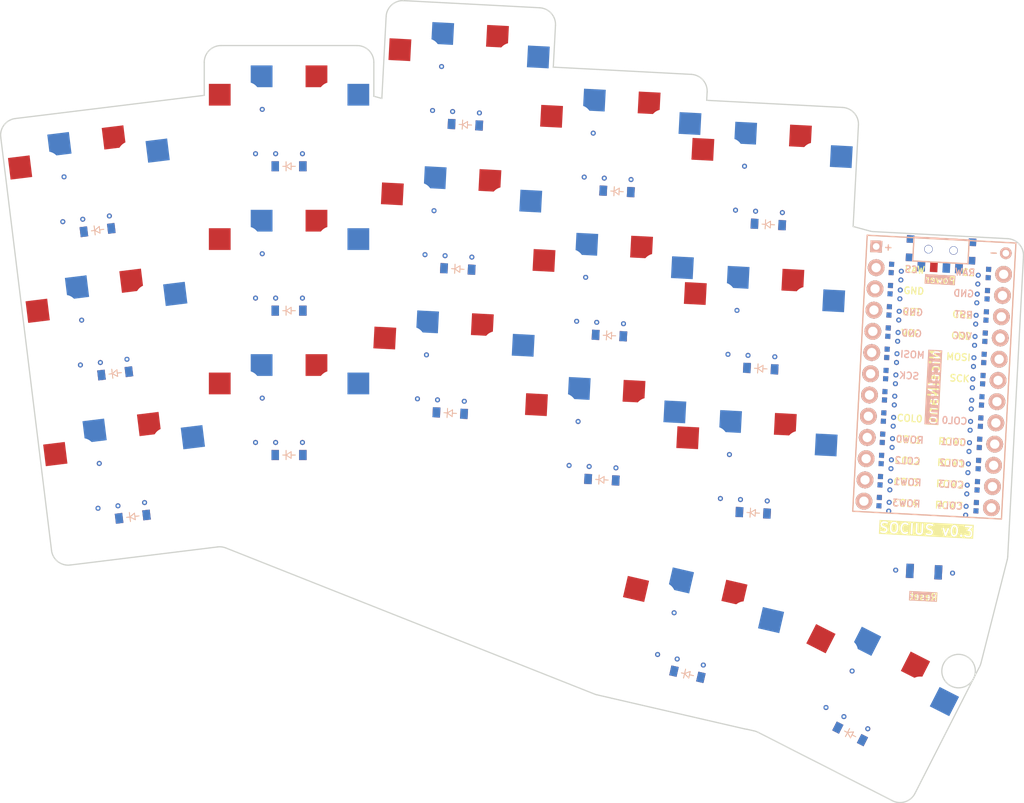
<source format=kicad_pcb>

            
(kicad_pcb (version 20171130) (host pcbnew 5.1.6)

  (page A3)
  (title_block
    (title socius-choc-v1)
    (rev v1.0.0)
    (company Unknown)
  )

  (general
    (thickness 1.6)
  )

  (layers
    (0 F.Cu signal)
    (31 B.Cu signal)
    (32 B.Adhes user)
    (33 F.Adhes user)
    (34 B.Paste user)
    (35 F.Paste user)
    (36 B.SilkS user)
    (37 F.SilkS user)
    (38 B.Mask user)
    (39 F.Mask user)
    (40 Dwgs.User user)
    (41 Cmts.User user)
    (42 Eco1.User user)
    (43 Eco2.User user)
    (44 Edge.Cuts user)
    (45 Margin user)
    (46 B.CrtYd user)
    (47 F.CrtYd user)
    (48 B.Fab user)
    (49 F.Fab user)
  )

  (setup
    (last_trace_width 0.25)
    (trace_clearance 0.2)
    (zone_clearance 0.508)
    (zone_45_only no)
    (trace_min 0.2)
    (via_size 0.8)
    (via_drill 0.4)
    (via_min_size 0.4)
    (via_min_drill 0.3)
    (uvia_size 0.3)
    (uvia_drill 0.1)
    (uvias_allowed no)
    (uvia_min_size 0.2)
    (uvia_min_drill 0.1)
    (edge_width 0.05)
    (segment_width 0.2)
    (pcb_text_width 0.3)
    (pcb_text_size 1.5 1.5)
    (mod_edge_width 0.12)
    (mod_text_size 1 1)
    (mod_text_width 0.15)
    (pad_size 1.524 1.524)
    (pad_drill 0.762)
    (pad_to_mask_clearance 0.05)
    (aux_axis_origin 0 0)
    (visible_elements FFFFFF7F)
    (pcbplotparams
      (layerselection 0x010fc_ffffffff)
      (usegerberextensions false)
      (usegerberattributes true)
      (usegerberadvancedattributes true)
      (creategerberjobfile true)
      (excludeedgelayer true)
      (linewidth 0.100000)
      (plotframeref false)
      (viasonmask false)
      (mode 1)
      (useauxorigin false)
      (hpglpennumber 1)
      (hpglpenspeed 20)
      (hpglpendiameter 15.000000)
      (psnegative false)
      (psa4output false)
      (plotreference true)
      (plotvalue true)
      (plotinvisibletext false)
      (padsonsilk false)
      (subtractmaskfromsilk false)
      (outputformat 1)
      (mirror false)
      (drillshape 1)
      (scaleselection 1)
      (outputdirectory ""))
  )

            (net 0 "")
(net 1 "COL0")
(net 2 "pinky_bottom")
(net 3 "pinky_home")
(net 4 "pinky_top")
(net 5 "COL1")
(net 6 "ring_bottom")
(net 7 "ring_home")
(net 8 "ring_top")
(net 9 "COL2")
(net 10 "middle_bottom")
(net 11 "middle_home")
(net 12 "middle_top")
(net 13 "COL3")
(net 14 "index_bottom")
(net 15 "index_home")
(net 16 "index_top")
(net 17 "COL4")
(net 18 "inner_bottom")
(net 19 "inner_home")
(net 20 "inner_top")
(net 21 "inner_sole")
(net 22 "outer_sole")
(net 23 "ROW2")
(net 24 "ROW1")
(net 25 "ROW0")
(net 26 "ROW3")
(net 27 "RAW")
(net 28 "GND")
(net 29 "RST")
(net 30 "VCC")
(net 31 "P21")
(net 32 "P20")
(net 33 "P19")
(net 34 "CS")
(net 35 "P0")
(net 36 "MOSI")
(net 37 "SCK")
(net 38 "P4")
(net 39 "P5")
(net 40 "POSITIVE")
            
  (net_class Default "This is the default net class."
    (clearance 0.2)
    (trace_width 0.25)
    (via_dia 0.8)
    (via_drill 0.4)
    (uvia_dia 0.3)
    (uvia_drill 0.1)
    (add_net "")
(add_net "COL0")
(add_net "pinky_bottom")
(add_net "pinky_home")
(add_net "pinky_top")
(add_net "COL1")
(add_net "ring_bottom")
(add_net "ring_home")
(add_net "ring_top")
(add_net "COL2")
(add_net "middle_bottom")
(add_net "middle_home")
(add_net "middle_top")
(add_net "COL3")
(add_net "index_bottom")
(add_net "index_home")
(add_net "index_top")
(add_net "COL4")
(add_net "inner_bottom")
(add_net "inner_home")
(add_net "inner_top")
(add_net "inner_sole")
(add_net "outer_sole")
(add_net "ROW2")
(add_net "ROW1")
(add_net "ROW0")
(add_net "ROW3")
(add_net "RAW")
(add_net "GND")
(add_net "RST")
(add_net "VCC")
(add_net "P21")
(add_net "P20")
(add_net "P19")
(add_net "CS")
(add_net "P0")
(add_net "MOSI")
(add_net "SCK")
(add_net "P4")
(add_net "P5")
(add_net "POSITIVE")
  )

            
          
        (module PG1350 (layer F.Cu) (tedit 5DD50112)
        (at 160 160 7)
  
        
        (fp_text reference "S1" (at 0 0) (layer F.SilkS) hide (effects (font (size 1.27 1.27) (thickness 0.15))))
        (fp_text value "" (at 0 0) (layer F.SilkS) hide (effects (font (size 1.27 1.27) (thickness 0.15))))
  
        
        (fp_line (start -7 -6) (end -7 -7) (layer Dwgs.User) (width 0.15))
        (fp_line (start -7 7) (end -6 7) (layer Dwgs.User) (width 0.15))
        (fp_line (start -6 -7) (end -7 -7) (layer Dwgs.User) (width 0.15))
        (fp_line (start -7 7) (end -7 6) (layer Dwgs.User) (width 0.15))
        (fp_line (start 7 6) (end 7 7) (layer Dwgs.User) (width 0.15))
        (fp_line (start 7 -7) (end 6 -7) (layer Dwgs.User) (width 0.15))
        (fp_line (start 6 7) (end 7 7) (layer Dwgs.User) (width 0.15))
        (fp_line (start 7 -7) (end 7 -6) (layer Dwgs.User) (width 0.15))      
        
        
        (pad "" np_thru_hole circle (at 0 0) (size 4.8 4.8) (drill 4.8) (layers *.Cu *.Mask))
          
        
        (pad "" np_thru_hole circle (at 5.5 0) (size 1.7018 1.7018) (drill 1.8) (layers *.Cu *.Mask))
        (pad "" np_thru_hole circle (at -5.5 0) (size 1.7018 1.7018) (drill 1.8) (layers *.Cu *.Mask))

        (pad "" np_thru_hole circle (at -5 5.15) (size 1.6 1.6) (drill 1.6) (layers *.Cu *.Mask))
        (pad "" np_thru_hole circle (at 5 5.15) (size 1.6 1.6) (drill 1.6) (layers *.Cu *.Mask))
        
          
        
        (fp_line (start -9 -8.5) (end 9 -8.5) (layer Dwgs.User) (width 0.15))
        (fp_line (start 9 -8.5) (end 9 8.5) (layer Dwgs.User) (width 0.15))
        (fp_line (start 9 8.5) (end -9 8.5) (layer Dwgs.User) (width 0.15))
        (fp_line (start -9 8.5) (end -9 -8.5) (layer Dwgs.User) (width 0.15))
        
          
            
            (pad "" np_thru_hole circle (at 5 -3.75) (size 3 3) (drill 3) (layers *.Cu *.Mask))
            (pad "" np_thru_hole circle (at 0 -5.95) (size 3 3) (drill 3) (layers *.Cu *.Mask))
        
            
            (pad 1 smd rect (at -3.275 -5.95 7) (size 2.6 2.6) (layers B.Cu B.Paste B.Mask)  (net 1 "COL0"))
            (pad 2 smd rect (at 8.275 -3.75 7) (size 2.6 2.6) (layers B.Cu B.Paste B.Mask)  (net 2 "pinky_bottom"))
          
          
            
            (pad "" np_thru_hole circle (at -5 -3.75) (size 3 3) (drill 3) (layers *.Cu *.Mask))
            (pad "" np_thru_hole circle (at 0 -5.95) (size 3 3) (drill 3) (layers *.Cu *.Mask))
        
            
            (pad 1 smd rect (at 3.275 -5.95 7) (size 2.6 2.6) (layers F.Cu F.Paste F.Mask)  (net 1 "COL0"))
            (pad 2 smd rect (at -8.275 -3.75 7) (size 2.6 2.6) (layers F.Cu F.Paste F.Mask)  (net 2 "pinky_bottom"))
          )
          

          
        (module PG1350 (layer F.Cu) (tedit 5DD50112)
        (at 157.8977538 142.8785789 7)
  
        
        (fp_text reference "S2" (at 0 0) (layer F.SilkS) hide (effects (font (size 1.27 1.27) (thickness 0.15))))
        (fp_text value "" (at 0 0) (layer F.SilkS) hide (effects (font (size 1.27 1.27) (thickness 0.15))))
  
        
        (fp_line (start -7 -6) (end -7 -7) (layer Dwgs.User) (width 0.15))
        (fp_line (start -7 7) (end -6 7) (layer Dwgs.User) (width 0.15))
        (fp_line (start -6 -7) (end -7 -7) (layer Dwgs.User) (width 0.15))
        (fp_line (start -7 7) (end -7 6) (layer Dwgs.User) (width 0.15))
        (fp_line (start 7 6) (end 7 7) (layer Dwgs.User) (width 0.15))
        (fp_line (start 7 -7) (end 6 -7) (layer Dwgs.User) (width 0.15))
        (fp_line (start 6 7) (end 7 7) (layer Dwgs.User) (width 0.15))
        (fp_line (start 7 -7) (end 7 -6) (layer Dwgs.User) (width 0.15))      
        
        
        (pad "" np_thru_hole circle (at 0 0) (size 4.8 4.8) (drill 4.8) (layers *.Cu *.Mask))
          
        
        (pad "" np_thru_hole circle (at 5.5 0) (size 1.7018 1.7018) (drill 1.8) (layers *.Cu *.Mask))
        (pad "" np_thru_hole circle (at -5.5 0) (size 1.7018 1.7018) (drill 1.8) (layers *.Cu *.Mask))

        (pad "" np_thru_hole circle (at -5 5.15) (size 1.6 1.6) (drill 1.6) (layers *.Cu *.Mask))
        (pad "" np_thru_hole circle (at 5 5.15) (size 1.6 1.6) (drill 1.6) (layers *.Cu *.Mask))
        
          
        
        (fp_line (start -9 -8.5) (end 9 -8.5) (layer Dwgs.User) (width 0.15))
        (fp_line (start 9 -8.5) (end 9 8.5) (layer Dwgs.User) (width 0.15))
        (fp_line (start 9 8.5) (end -9 8.5) (layer Dwgs.User) (width 0.15))
        (fp_line (start -9 8.5) (end -9 -8.5) (layer Dwgs.User) (width 0.15))
        
          
            
            (pad "" np_thru_hole circle (at 5 -3.75) (size 3 3) (drill 3) (layers *.Cu *.Mask))
            (pad "" np_thru_hole circle (at 0 -5.95) (size 3 3) (drill 3) (layers *.Cu *.Mask))
        
            
            (pad 1 smd rect (at -3.275 -5.95 7) (size 2.6 2.6) (layers B.Cu B.Paste B.Mask)  (net 1 "COL0"))
            (pad 2 smd rect (at 8.275 -3.75 7) (size 2.6 2.6) (layers B.Cu B.Paste B.Mask)  (net 3 "pinky_home"))
          
          
            
            (pad "" np_thru_hole circle (at -5 -3.75) (size 3 3) (drill 3) (layers *.Cu *.Mask))
            (pad "" np_thru_hole circle (at 0 -5.95) (size 3 3) (drill 3) (layers *.Cu *.Mask))
        
            
            (pad 1 smd rect (at 3.275 -5.95 7) (size 2.6 2.6) (layers F.Cu F.Paste F.Mask)  (net 1 "COL0"))
            (pad 2 smd rect (at -8.275 -3.75 7) (size 2.6 2.6) (layers F.Cu F.Paste F.Mask)  (net 3 "pinky_home"))
          )
          

          
        (module PG1350 (layer F.Cu) (tedit 5DD50112)
        (at 155.7955076 125.75715780000002 7)
  
        
        (fp_text reference "S3" (at 0 0) (layer F.SilkS) hide (effects (font (size 1.27 1.27) (thickness 0.15))))
        (fp_text value "" (at 0 0) (layer F.SilkS) hide (effects (font (size 1.27 1.27) (thickness 0.15))))
  
        
        (fp_line (start -7 -6) (end -7 -7) (layer Dwgs.User) (width 0.15))
        (fp_line (start -7 7) (end -6 7) (layer Dwgs.User) (width 0.15))
        (fp_line (start -6 -7) (end -7 -7) (layer Dwgs.User) (width 0.15))
        (fp_line (start -7 7) (end -7 6) (layer Dwgs.User) (width 0.15))
        (fp_line (start 7 6) (end 7 7) (layer Dwgs.User) (width 0.15))
        (fp_line (start 7 -7) (end 6 -7) (layer Dwgs.User) (width 0.15))
        (fp_line (start 6 7) (end 7 7) (layer Dwgs.User) (width 0.15))
        (fp_line (start 7 -7) (end 7 -6) (layer Dwgs.User) (width 0.15))      
        
        
        (pad "" np_thru_hole circle (at 0 0) (size 4.8 4.8) (drill 4.8) (layers *.Cu *.Mask))
          
        
        (pad "" np_thru_hole circle (at 5.5 0) (size 1.7018 1.7018) (drill 1.8) (layers *.Cu *.Mask))
        (pad "" np_thru_hole circle (at -5.5 0) (size 1.7018 1.7018) (drill 1.8) (layers *.Cu *.Mask))

        (pad "" np_thru_hole circle (at -5 5.15) (size 1.6 1.6) (drill 1.6) (layers *.Cu *.Mask))
        (pad "" np_thru_hole circle (at 5 5.15) (size 1.6 1.6) (drill 1.6) (layers *.Cu *.Mask))
        
          
        
        (fp_line (start -9 -8.5) (end 9 -8.5) (layer Dwgs.User) (width 0.15))
        (fp_line (start 9 -8.5) (end 9 8.5) (layer Dwgs.User) (width 0.15))
        (fp_line (start 9 8.5) (end -9 8.5) (layer Dwgs.User) (width 0.15))
        (fp_line (start -9 8.5) (end -9 -8.5) (layer Dwgs.User) (width 0.15))
        
          
            
            (pad "" np_thru_hole circle (at 5 -3.75) (size 3 3) (drill 3) (layers *.Cu *.Mask))
            (pad "" np_thru_hole circle (at 0 -5.95) (size 3 3) (drill 3) (layers *.Cu *.Mask))
        
            
            (pad 1 smd rect (at -3.275 -5.95 7) (size 2.6 2.6) (layers B.Cu B.Paste B.Mask)  (net 1 "COL0"))
            (pad 2 smd rect (at 8.275 -3.75 7) (size 2.6 2.6) (layers B.Cu B.Paste B.Mask)  (net 4 "pinky_top"))
          
          
            
            (pad "" np_thru_hole circle (at -5 -3.75) (size 3 3) (drill 3) (layers *.Cu *.Mask))
            (pad "" np_thru_hole circle (at 0 -5.95) (size 3 3) (drill 3) (layers *.Cu *.Mask))
        
            
            (pad 1 smd rect (at 3.275 -5.95 7) (size 2.6 2.6) (layers F.Cu F.Paste F.Mask)  (net 1 "COL0"))
            (pad 2 smd rect (at -8.275 -3.75 7) (size 2.6 2.6) (layers F.Cu F.Paste F.Mask)  (net 4 "pinky_top"))
          )
          

          
        (module PG1350 (layer F.Cu) (tedit 5DD50112)
        (at 179.2415763 152.5998824 0)
  
        
        (fp_text reference "S4" (at 0 0) (layer F.SilkS) hide (effects (font (size 1.27 1.27) (thickness 0.15))))
        (fp_text value "" (at 0 0) (layer F.SilkS) hide (effects (font (size 1.27 1.27) (thickness 0.15))))
  
        
        (fp_line (start -7 -6) (end -7 -7) (layer Dwgs.User) (width 0.15))
        (fp_line (start -7 7) (end -6 7) (layer Dwgs.User) (width 0.15))
        (fp_line (start -6 -7) (end -7 -7) (layer Dwgs.User) (width 0.15))
        (fp_line (start -7 7) (end -7 6) (layer Dwgs.User) (width 0.15))
        (fp_line (start 7 6) (end 7 7) (layer Dwgs.User) (width 0.15))
        (fp_line (start 7 -7) (end 6 -7) (layer Dwgs.User) (width 0.15))
        (fp_line (start 6 7) (end 7 7) (layer Dwgs.User) (width 0.15))
        (fp_line (start 7 -7) (end 7 -6) (layer Dwgs.User) (width 0.15))      
        
        
        (pad "" np_thru_hole circle (at 0 0) (size 4.8 4.8) (drill 4.8) (layers *.Cu *.Mask))
          
        
        (pad "" np_thru_hole circle (at 5.5 0) (size 1.7018 1.7018) (drill 1.8) (layers *.Cu *.Mask))
        (pad "" np_thru_hole circle (at -5.5 0) (size 1.7018 1.7018) (drill 1.8) (layers *.Cu *.Mask))

        (pad "" np_thru_hole circle (at -5 5.15) (size 1.6 1.6) (drill 1.6) (layers *.Cu *.Mask))
        (pad "" np_thru_hole circle (at 5 5.15) (size 1.6 1.6) (drill 1.6) (layers *.Cu *.Mask))
        
          
        
        (fp_line (start -9 -8.5) (end 9 -8.5) (layer Dwgs.User) (width 0.15))
        (fp_line (start 9 -8.5) (end 9 8.5) (layer Dwgs.User) (width 0.15))
        (fp_line (start 9 8.5) (end -9 8.5) (layer Dwgs.User) (width 0.15))
        (fp_line (start -9 8.5) (end -9 -8.5) (layer Dwgs.User) (width 0.15))
        
          
            
            (pad "" np_thru_hole circle (at 5 -3.75) (size 3 3) (drill 3) (layers *.Cu *.Mask))
            (pad "" np_thru_hole circle (at 0 -5.95) (size 3 3) (drill 3) (layers *.Cu *.Mask))
        
            
            (pad 1 smd rect (at -3.275 -5.95 0) (size 2.6 2.6) (layers B.Cu B.Paste B.Mask)  (net 5 "COL1"))
            (pad 2 smd rect (at 8.275 -3.75 0) (size 2.6 2.6) (layers B.Cu B.Paste B.Mask)  (net 6 "ring_bottom"))
          
          
            
            (pad "" np_thru_hole circle (at -5 -3.75) (size 3 3) (drill 3) (layers *.Cu *.Mask))
            (pad "" np_thru_hole circle (at 0 -5.95) (size 3 3) (drill 3) (layers *.Cu *.Mask))
        
            
            (pad 1 smd rect (at 3.275 -5.95 0) (size 2.6 2.6) (layers F.Cu F.Paste F.Mask)  (net 5 "COL1"))
            (pad 2 smd rect (at -8.275 -3.75 0) (size 2.6 2.6) (layers F.Cu F.Paste F.Mask)  (net 6 "ring_bottom"))
          )
          

          
        (module PG1350 (layer F.Cu) (tedit 5DD50112)
        (at 179.2415763 135.3498824 0)
  
        
        (fp_text reference "S5" (at 0 0) (layer F.SilkS) hide (effects (font (size 1.27 1.27) (thickness 0.15))))
        (fp_text value "" (at 0 0) (layer F.SilkS) hide (effects (font (size 1.27 1.27) (thickness 0.15))))
  
        
        (fp_line (start -7 -6) (end -7 -7) (layer Dwgs.User) (width 0.15))
        (fp_line (start -7 7) (end -6 7) (layer Dwgs.User) (width 0.15))
        (fp_line (start -6 -7) (end -7 -7) (layer Dwgs.User) (width 0.15))
        (fp_line (start -7 7) (end -7 6) (layer Dwgs.User) (width 0.15))
        (fp_line (start 7 6) (end 7 7) (layer Dwgs.User) (width 0.15))
        (fp_line (start 7 -7) (end 6 -7) (layer Dwgs.User) (width 0.15))
        (fp_line (start 6 7) (end 7 7) (layer Dwgs.User) (width 0.15))
        (fp_line (start 7 -7) (end 7 -6) (layer Dwgs.User) (width 0.15))      
        
        
        (pad "" np_thru_hole circle (at 0 0) (size 4.8 4.8) (drill 4.8) (layers *.Cu *.Mask))
          
        
        (pad "" np_thru_hole circle (at 5.5 0) (size 1.7018 1.7018) (drill 1.8) (layers *.Cu *.Mask))
        (pad "" np_thru_hole circle (at -5.5 0) (size 1.7018 1.7018) (drill 1.8) (layers *.Cu *.Mask))

        (pad "" np_thru_hole circle (at -5 5.15) (size 1.6 1.6) (drill 1.6) (layers *.Cu *.Mask))
        (pad "" np_thru_hole circle (at 5 5.15) (size 1.6 1.6) (drill 1.6) (layers *.Cu *.Mask))
        
          
        
        (fp_line (start -9 -8.5) (end 9 -8.5) (layer Dwgs.User) (width 0.15))
        (fp_line (start 9 -8.5) (end 9 8.5) (layer Dwgs.User) (width 0.15))
        (fp_line (start 9 8.5) (end -9 8.5) (layer Dwgs.User) (width 0.15))
        (fp_line (start -9 8.5) (end -9 -8.5) (layer Dwgs.User) (width 0.15))
        
          
            
            (pad "" np_thru_hole circle (at 5 -3.75) (size 3 3) (drill 3) (layers *.Cu *.Mask))
            (pad "" np_thru_hole circle (at 0 -5.95) (size 3 3) (drill 3) (layers *.Cu *.Mask))
        
            
            (pad 1 smd rect (at -3.275 -5.95 0) (size 2.6 2.6) (layers B.Cu B.Paste B.Mask)  (net 5 "COL1"))
            (pad 2 smd rect (at 8.275 -3.75 0) (size 2.6 2.6) (layers B.Cu B.Paste B.Mask)  (net 7 "ring_home"))
          
          
            
            (pad "" np_thru_hole circle (at -5 -3.75) (size 3 3) (drill 3) (layers *.Cu *.Mask))
            (pad "" np_thru_hole circle (at 0 -5.95) (size 3 3) (drill 3) (layers *.Cu *.Mask))
        
            
            (pad 1 smd rect (at 3.275 -5.95 0) (size 2.6 2.6) (layers F.Cu F.Paste F.Mask)  (net 5 "COL1"))
            (pad 2 smd rect (at -8.275 -3.75 0) (size 2.6 2.6) (layers F.Cu F.Paste F.Mask)  (net 7 "ring_home"))
          )
          

          
        (module PG1350 (layer F.Cu) (tedit 5DD50112)
        (at 179.2415763 118.09988240000001 0)
  
        
        (fp_text reference "S6" (at 0 0) (layer F.SilkS) hide (effects (font (size 1.27 1.27) (thickness 0.15))))
        (fp_text value "" (at 0 0) (layer F.SilkS) hide (effects (font (size 1.27 1.27) (thickness 0.15))))
  
        
        (fp_line (start -7 -6) (end -7 -7) (layer Dwgs.User) (width 0.15))
        (fp_line (start -7 7) (end -6 7) (layer Dwgs.User) (width 0.15))
        (fp_line (start -6 -7) (end -7 -7) (layer Dwgs.User) (width 0.15))
        (fp_line (start -7 7) (end -7 6) (layer Dwgs.User) (width 0.15))
        (fp_line (start 7 6) (end 7 7) (layer Dwgs.User) (width 0.15))
        (fp_line (start 7 -7) (end 6 -7) (layer Dwgs.User) (width 0.15))
        (fp_line (start 6 7) (end 7 7) (layer Dwgs.User) (width 0.15))
        (fp_line (start 7 -7) (end 7 -6) (layer Dwgs.User) (width 0.15))      
        
        
        (pad "" np_thru_hole circle (at 0 0) (size 4.8 4.8) (drill 4.8) (layers *.Cu *.Mask))
          
        
        (pad "" np_thru_hole circle (at 5.5 0) (size 1.7018 1.7018) (drill 1.8) (layers *.Cu *.Mask))
        (pad "" np_thru_hole circle (at -5.5 0) (size 1.7018 1.7018) (drill 1.8) (layers *.Cu *.Mask))

        (pad "" np_thru_hole circle (at -5 5.15) (size 1.6 1.6) (drill 1.6) (layers *.Cu *.Mask))
        (pad "" np_thru_hole circle (at 5 5.15) (size 1.6 1.6) (drill 1.6) (layers *.Cu *.Mask))
        
          
        
        (fp_line (start -9 -8.5) (end 9 -8.5) (layer Dwgs.User) (width 0.15))
        (fp_line (start 9 -8.5) (end 9 8.5) (layer Dwgs.User) (width 0.15))
        (fp_line (start 9 8.5) (end -9 8.5) (layer Dwgs.User) (width 0.15))
        (fp_line (start -9 8.5) (end -9 -8.5) (layer Dwgs.User) (width 0.15))
        
          
            
            (pad "" np_thru_hole circle (at 5 -3.75) (size 3 3) (drill 3) (layers *.Cu *.Mask))
            (pad "" np_thru_hole circle (at 0 -5.95) (size 3 3) (drill 3) (layers *.Cu *.Mask))
        
            
            (pad 1 smd rect (at -3.275 -5.95 0) (size 2.6 2.6) (layers B.Cu B.Paste B.Mask)  (net 5 "COL1"))
            (pad 2 smd rect (at 8.275 -3.75 0) (size 2.6 2.6) (layers B.Cu B.Paste B.Mask)  (net 8 "ring_top"))
          
          
            
            (pad "" np_thru_hole circle (at -5 -3.75) (size 3 3) (drill 3) (layers *.Cu *.Mask))
            (pad "" np_thru_hole circle (at 0 -5.95) (size 3 3) (drill 3) (layers *.Cu *.Mask))
        
            
            (pad 1 smd rect (at 3.275 -5.95 0) (size 2.6 2.6) (layers F.Cu F.Paste F.Mask)  (net 5 "COL1"))
            (pad 2 smd rect (at -8.275 -3.75 0) (size 2.6 2.6) (layers F.Cu F.Paste F.Mask)  (net 8 "ring_top"))
          )
          

          
        (module PG1350 (layer F.Cu) (tedit 5DD50112)
        (at 198.74157639999999 147.5998824 -3)
  
        
        (fp_text reference "S7" (at 0 0) (layer F.SilkS) hide (effects (font (size 1.27 1.27) (thickness 0.15))))
        (fp_text value "" (at 0 0) (layer F.SilkS) hide (effects (font (size 1.27 1.27) (thickness 0.15))))
  
        
        (fp_line (start -7 -6) (end -7 -7) (layer Dwgs.User) (width 0.15))
        (fp_line (start -7 7) (end -6 7) (layer Dwgs.User) (width 0.15))
        (fp_line (start -6 -7) (end -7 -7) (layer Dwgs.User) (width 0.15))
        (fp_line (start -7 7) (end -7 6) (layer Dwgs.User) (width 0.15))
        (fp_line (start 7 6) (end 7 7) (layer Dwgs.User) (width 0.15))
        (fp_line (start 7 -7) (end 6 -7) (layer Dwgs.User) (width 0.15))
        (fp_line (start 6 7) (end 7 7) (layer Dwgs.User) (width 0.15))
        (fp_line (start 7 -7) (end 7 -6) (layer Dwgs.User) (width 0.15))      
        
        
        (pad "" np_thru_hole circle (at 0 0) (size 4.8 4.8) (drill 4.8) (layers *.Cu *.Mask))
          
        
        (pad "" np_thru_hole circle (at 5.5 0) (size 1.7018 1.7018) (drill 1.8) (layers *.Cu *.Mask))
        (pad "" np_thru_hole circle (at -5.5 0) (size 1.7018 1.7018) (drill 1.8) (layers *.Cu *.Mask))

        (pad "" np_thru_hole circle (at -5 5.15) (size 1.6 1.6) (drill 1.6) (layers *.Cu *.Mask))
        (pad "" np_thru_hole circle (at 5 5.15) (size 1.6 1.6) (drill 1.6) (layers *.Cu *.Mask))
        
          
        
        (fp_line (start -9 -8.5) (end 9 -8.5) (layer Dwgs.User) (width 0.15))
        (fp_line (start 9 -8.5) (end 9 8.5) (layer Dwgs.User) (width 0.15))
        (fp_line (start 9 8.5) (end -9 8.5) (layer Dwgs.User) (width 0.15))
        (fp_line (start -9 8.5) (end -9 -8.5) (layer Dwgs.User) (width 0.15))
        
          
            
            (pad "" np_thru_hole circle (at 5 -3.75) (size 3 3) (drill 3) (layers *.Cu *.Mask))
            (pad "" np_thru_hole circle (at 0 -5.95) (size 3 3) (drill 3) (layers *.Cu *.Mask))
        
            
            (pad 1 smd rect (at -3.275 -5.95 -3) (size 2.6 2.6) (layers B.Cu B.Paste B.Mask)  (net 9 "COL2"))
            (pad 2 smd rect (at 8.275 -3.75 -3) (size 2.6 2.6) (layers B.Cu B.Paste B.Mask)  (net 10 "middle_bottom"))
          
          
            
            (pad "" np_thru_hole circle (at -5 -3.75) (size 3 3) (drill 3) (layers *.Cu *.Mask))
            (pad "" np_thru_hole circle (at 0 -5.95) (size 3 3) (drill 3) (layers *.Cu *.Mask))
        
            
            (pad 1 smd rect (at 3.275 -5.95 -3) (size 2.6 2.6) (layers F.Cu F.Paste F.Mask)  (net 9 "COL2"))
            (pad 2 smd rect (at -8.275 -3.75 -3) (size 2.6 2.6) (layers F.Cu F.Paste F.Mask)  (net 10 "middle_bottom"))
          )
          

          
        (module PG1350 (layer F.Cu) (tedit 5DD50112)
        (at 199.6443716 130.3735229 -3)
  
        
        (fp_text reference "S8" (at 0 0) (layer F.SilkS) hide (effects (font (size 1.27 1.27) (thickness 0.15))))
        (fp_text value "" (at 0 0) (layer F.SilkS) hide (effects (font (size 1.27 1.27) (thickness 0.15))))
  
        
        (fp_line (start -7 -6) (end -7 -7) (layer Dwgs.User) (width 0.15))
        (fp_line (start -7 7) (end -6 7) (layer Dwgs.User) (width 0.15))
        (fp_line (start -6 -7) (end -7 -7) (layer Dwgs.User) (width 0.15))
        (fp_line (start -7 7) (end -7 6) (layer Dwgs.User) (width 0.15))
        (fp_line (start 7 6) (end 7 7) (layer Dwgs.User) (width 0.15))
        (fp_line (start 7 -7) (end 6 -7) (layer Dwgs.User) (width 0.15))
        (fp_line (start 6 7) (end 7 7) (layer Dwgs.User) (width 0.15))
        (fp_line (start 7 -7) (end 7 -6) (layer Dwgs.User) (width 0.15))      
        
        
        (pad "" np_thru_hole circle (at 0 0) (size 4.8 4.8) (drill 4.8) (layers *.Cu *.Mask))
          
        
        (pad "" np_thru_hole circle (at 5.5 0) (size 1.7018 1.7018) (drill 1.8) (layers *.Cu *.Mask))
        (pad "" np_thru_hole circle (at -5.5 0) (size 1.7018 1.7018) (drill 1.8) (layers *.Cu *.Mask))

        (pad "" np_thru_hole circle (at -5 5.15) (size 1.6 1.6) (drill 1.6) (layers *.Cu *.Mask))
        (pad "" np_thru_hole circle (at 5 5.15) (size 1.6 1.6) (drill 1.6) (layers *.Cu *.Mask))
        
          
        
        (fp_line (start -9 -8.5) (end 9 -8.5) (layer Dwgs.User) (width 0.15))
        (fp_line (start 9 -8.5) (end 9 8.5) (layer Dwgs.User) (width 0.15))
        (fp_line (start 9 8.5) (end -9 8.5) (layer Dwgs.User) (width 0.15))
        (fp_line (start -9 8.5) (end -9 -8.5) (layer Dwgs.User) (width 0.15))
        
          
            
            (pad "" np_thru_hole circle (at 5 -3.75) (size 3 3) (drill 3) (layers *.Cu *.Mask))
            (pad "" np_thru_hole circle (at 0 -5.95) (size 3 3) (drill 3) (layers *.Cu *.Mask))
        
            
            (pad 1 smd rect (at -3.275 -5.95 -3) (size 2.6 2.6) (layers B.Cu B.Paste B.Mask)  (net 9 "COL2"))
            (pad 2 smd rect (at 8.275 -3.75 -3) (size 2.6 2.6) (layers B.Cu B.Paste B.Mask)  (net 11 "middle_home"))
          
          
            
            (pad "" np_thru_hole circle (at -5 -3.75) (size 3 3) (drill 3) (layers *.Cu *.Mask))
            (pad "" np_thru_hole circle (at 0 -5.95) (size 3 3) (drill 3) (layers *.Cu *.Mask))
        
            
            (pad 1 smd rect (at 3.275 -5.95 -3) (size 2.6 2.6) (layers F.Cu F.Paste F.Mask)  (net 9 "COL2"))
            (pad 2 smd rect (at -8.275 -3.75 -3) (size 2.6 2.6) (layers F.Cu F.Paste F.Mask)  (net 11 "middle_home"))
          )
          

          
        (module PG1350 (layer F.Cu) (tedit 5DD50112)
        (at 200.5471668 113.14716340000001 -3)
  
        
        (fp_text reference "S9" (at 0 0) (layer F.SilkS) hide (effects (font (size 1.27 1.27) (thickness 0.15))))
        (fp_text value "" (at 0 0) (layer F.SilkS) hide (effects (font (size 1.27 1.27) (thickness 0.15))))
  
        
        (fp_line (start -7 -6) (end -7 -7) (layer Dwgs.User) (width 0.15))
        (fp_line (start -7 7) (end -6 7) (layer Dwgs.User) (width 0.15))
        (fp_line (start -6 -7) (end -7 -7) (layer Dwgs.User) (width 0.15))
        (fp_line (start -7 7) (end -7 6) (layer Dwgs.User) (width 0.15))
        (fp_line (start 7 6) (end 7 7) (layer Dwgs.User) (width 0.15))
        (fp_line (start 7 -7) (end 6 -7) (layer Dwgs.User) (width 0.15))
        (fp_line (start 6 7) (end 7 7) (layer Dwgs.User) (width 0.15))
        (fp_line (start 7 -7) (end 7 -6) (layer Dwgs.User) (width 0.15))      
        
        
        (pad "" np_thru_hole circle (at 0 0) (size 4.8 4.8) (drill 4.8) (layers *.Cu *.Mask))
          
        
        (pad "" np_thru_hole circle (at 5.5 0) (size 1.7018 1.7018) (drill 1.8) (layers *.Cu *.Mask))
        (pad "" np_thru_hole circle (at -5.5 0) (size 1.7018 1.7018) (drill 1.8) (layers *.Cu *.Mask))

        (pad "" np_thru_hole circle (at -5 5.15) (size 1.6 1.6) (drill 1.6) (layers *.Cu *.Mask))
        (pad "" np_thru_hole circle (at 5 5.15) (size 1.6 1.6) (drill 1.6) (layers *.Cu *.Mask))
        
          
        
        (fp_line (start -9 -8.5) (end 9 -8.5) (layer Dwgs.User) (width 0.15))
        (fp_line (start 9 -8.5) (end 9 8.5) (layer Dwgs.User) (width 0.15))
        (fp_line (start 9 8.5) (end -9 8.5) (layer Dwgs.User) (width 0.15))
        (fp_line (start -9 8.5) (end -9 -8.5) (layer Dwgs.User) (width 0.15))
        
          
            
            (pad "" np_thru_hole circle (at 5 -3.75) (size 3 3) (drill 3) (layers *.Cu *.Mask))
            (pad "" np_thru_hole circle (at 0 -5.95) (size 3 3) (drill 3) (layers *.Cu *.Mask))
        
            
            (pad 1 smd rect (at -3.275 -5.95 -3) (size 2.6 2.6) (layers B.Cu B.Paste B.Mask)  (net 9 "COL2"))
            (pad 2 smd rect (at 8.275 -3.75 -3) (size 2.6 2.6) (layers B.Cu B.Paste B.Mask)  (net 12 "middle_top"))
          
          
            
            (pad "" np_thru_hole circle (at -5 -3.75) (size 3 3) (drill 3) (layers *.Cu *.Mask))
            (pad "" np_thru_hole circle (at 0 -5.95) (size 3 3) (drill 3) (layers *.Cu *.Mask))
        
            
            (pad 1 smd rect (at 3.275 -5.95 -3) (size 2.6 2.6) (layers F.Cu F.Paste F.Mask)  (net 9 "COL2"))
            (pad 2 smd rect (at -8.275 -3.75 -3) (size 2.6 2.6) (layers F.Cu F.Paste F.Mask)  (net 12 "middle_top"))
          )
          

          
        (module PG1350 (layer F.Cu) (tedit 5DD50112)
        (at 216.84987109999997 155.5585043 -3)
  
        
        (fp_text reference "S10" (at 0 0) (layer F.SilkS) hide (effects (font (size 1.27 1.27) (thickness 0.15))))
        (fp_text value "" (at 0 0) (layer F.SilkS) hide (effects (font (size 1.27 1.27) (thickness 0.15))))
  
        
        (fp_line (start -7 -6) (end -7 -7) (layer Dwgs.User) (width 0.15))
        (fp_line (start -7 7) (end -6 7) (layer Dwgs.User) (width 0.15))
        (fp_line (start -6 -7) (end -7 -7) (layer Dwgs.User) (width 0.15))
        (fp_line (start -7 7) (end -7 6) (layer Dwgs.User) (width 0.15))
        (fp_line (start 7 6) (end 7 7) (layer Dwgs.User) (width 0.15))
        (fp_line (start 7 -7) (end 6 -7) (layer Dwgs.User) (width 0.15))
        (fp_line (start 6 7) (end 7 7) (layer Dwgs.User) (width 0.15))
        (fp_line (start 7 -7) (end 7 -6) (layer Dwgs.User) (width 0.15))      
        
        
        (pad "" np_thru_hole circle (at 0 0) (size 4.8 4.8) (drill 4.8) (layers *.Cu *.Mask))
          
        
        (pad "" np_thru_hole circle (at 5.5 0) (size 1.7018 1.7018) (drill 1.8) (layers *.Cu *.Mask))
        (pad "" np_thru_hole circle (at -5.5 0) (size 1.7018 1.7018) (drill 1.8) (layers *.Cu *.Mask))

        (pad "" np_thru_hole circle (at -5 5.15) (size 1.6 1.6) (drill 1.6) (layers *.Cu *.Mask))
        (pad "" np_thru_hole circle (at 5 5.15) (size 1.6 1.6) (drill 1.6) (layers *.Cu *.Mask))
        
          
        
        (fp_line (start -9 -8.5) (end 9 -8.5) (layer Dwgs.User) (width 0.15))
        (fp_line (start 9 -8.5) (end 9 8.5) (layer Dwgs.User) (width 0.15))
        (fp_line (start 9 8.5) (end -9 8.5) (layer Dwgs.User) (width 0.15))
        (fp_line (start -9 8.5) (end -9 -8.5) (layer Dwgs.User) (width 0.15))
        
          
            
            (pad "" np_thru_hole circle (at 5 -3.75) (size 3 3) (drill 3) (layers *.Cu *.Mask))
            (pad "" np_thru_hole circle (at 0 -5.95) (size 3 3) (drill 3) (layers *.Cu *.Mask))
        
            
            (pad 1 smd rect (at -3.275 -5.95 -3) (size 2.6 2.6) (layers B.Cu B.Paste B.Mask)  (net 13 "COL3"))
            (pad 2 smd rect (at 8.275 -3.75 -3) (size 2.6 2.6) (layers B.Cu B.Paste B.Mask)  (net 14 "index_bottom"))
          
          
            
            (pad "" np_thru_hole circle (at -5 -3.75) (size 3 3) (drill 3) (layers *.Cu *.Mask))
            (pad "" np_thru_hole circle (at 0 -5.95) (size 3 3) (drill 3) (layers *.Cu *.Mask))
        
            
            (pad 1 smd rect (at 3.275 -5.95 -3) (size 2.6 2.6) (layers F.Cu F.Paste F.Mask)  (net 13 "COL3"))
            (pad 2 smd rect (at -8.275 -3.75 -3) (size 2.6 2.6) (layers F.Cu F.Paste F.Mask)  (net 14 "index_bottom"))
          )
          

          
        (module PG1350 (layer F.Cu) (tedit 5DD50112)
        (at 217.7526663 138.3321448 -3)
  
        
        (fp_text reference "S11" (at 0 0) (layer F.SilkS) hide (effects (font (size 1.27 1.27) (thickness 0.15))))
        (fp_text value "" (at 0 0) (layer F.SilkS) hide (effects (font (size 1.27 1.27) (thickness 0.15))))
  
        
        (fp_line (start -7 -6) (end -7 -7) (layer Dwgs.User) (width 0.15))
        (fp_line (start -7 7) (end -6 7) (layer Dwgs.User) (width 0.15))
        (fp_line (start -6 -7) (end -7 -7) (layer Dwgs.User) (width 0.15))
        (fp_line (start -7 7) (end -7 6) (layer Dwgs.User) (width 0.15))
        (fp_line (start 7 6) (end 7 7) (layer Dwgs.User) (width 0.15))
        (fp_line (start 7 -7) (end 6 -7) (layer Dwgs.User) (width 0.15))
        (fp_line (start 6 7) (end 7 7) (layer Dwgs.User) (width 0.15))
        (fp_line (start 7 -7) (end 7 -6) (layer Dwgs.User) (width 0.15))      
        
        
        (pad "" np_thru_hole circle (at 0 0) (size 4.8 4.8) (drill 4.8) (layers *.Cu *.Mask))
          
        
        (pad "" np_thru_hole circle (at 5.5 0) (size 1.7018 1.7018) (drill 1.8) (layers *.Cu *.Mask))
        (pad "" np_thru_hole circle (at -5.5 0) (size 1.7018 1.7018) (drill 1.8) (layers *.Cu *.Mask))

        (pad "" np_thru_hole circle (at -5 5.15) (size 1.6 1.6) (drill 1.6) (layers *.Cu *.Mask))
        (pad "" np_thru_hole circle (at 5 5.15) (size 1.6 1.6) (drill 1.6) (layers *.Cu *.Mask))
        
          
        
        (fp_line (start -9 -8.5) (end 9 -8.5) (layer Dwgs.User) (width 0.15))
        (fp_line (start 9 -8.5) (end 9 8.5) (layer Dwgs.User) (width 0.15))
        (fp_line (start 9 8.5) (end -9 8.5) (layer Dwgs.User) (width 0.15))
        (fp_line (start -9 8.5) (end -9 -8.5) (layer Dwgs.User) (width 0.15))
        
          
            
            (pad "" np_thru_hole circle (at 5 -3.75) (size 3 3) (drill 3) (layers *.Cu *.Mask))
            (pad "" np_thru_hole circle (at 0 -5.95) (size 3 3) (drill 3) (layers *.Cu *.Mask))
        
            
            (pad 1 smd rect (at -3.275 -5.95 -3) (size 2.6 2.6) (layers B.Cu B.Paste B.Mask)  (net 13 "COL3"))
            (pad 2 smd rect (at 8.275 -3.75 -3) (size 2.6 2.6) (layers B.Cu B.Paste B.Mask)  (net 15 "index_home"))
          
          
            
            (pad "" np_thru_hole circle (at -5 -3.75) (size 3 3) (drill 3) (layers *.Cu *.Mask))
            (pad "" np_thru_hole circle (at 0 -5.95) (size 3 3) (drill 3) (layers *.Cu *.Mask))
        
            
            (pad 1 smd rect (at 3.275 -5.95 -3) (size 2.6 2.6) (layers F.Cu F.Paste F.Mask)  (net 13 "COL3"))
            (pad 2 smd rect (at -8.275 -3.75 -3) (size 2.6 2.6) (layers F.Cu F.Paste F.Mask)  (net 15 "index_home"))
          )
          

          
        (module PG1350 (layer F.Cu) (tedit 5DD50112)
        (at 218.6554615 121.10578530000001 -3)
  
        
        (fp_text reference "S12" (at 0 0) (layer F.SilkS) hide (effects (font (size 1.27 1.27) (thickness 0.15))))
        (fp_text value "" (at 0 0) (layer F.SilkS) hide (effects (font (size 1.27 1.27) (thickness 0.15))))
  
        
        (fp_line (start -7 -6) (end -7 -7) (layer Dwgs.User) (width 0.15))
        (fp_line (start -7 7) (end -6 7) (layer Dwgs.User) (width 0.15))
        (fp_line (start -6 -7) (end -7 -7) (layer Dwgs.User) (width 0.15))
        (fp_line (start -7 7) (end -7 6) (layer Dwgs.User) (width 0.15))
        (fp_line (start 7 6) (end 7 7) (layer Dwgs.User) (width 0.15))
        (fp_line (start 7 -7) (end 6 -7) (layer Dwgs.User) (width 0.15))
        (fp_line (start 6 7) (end 7 7) (layer Dwgs.User) (width 0.15))
        (fp_line (start 7 -7) (end 7 -6) (layer Dwgs.User) (width 0.15))      
        
        
        (pad "" np_thru_hole circle (at 0 0) (size 4.8 4.8) (drill 4.8) (layers *.Cu *.Mask))
          
        
        (pad "" np_thru_hole circle (at 5.5 0) (size 1.7018 1.7018) (drill 1.8) (layers *.Cu *.Mask))
        (pad "" np_thru_hole circle (at -5.5 0) (size 1.7018 1.7018) (drill 1.8) (layers *.Cu *.Mask))

        (pad "" np_thru_hole circle (at -5 5.15) (size 1.6 1.6) (drill 1.6) (layers *.Cu *.Mask))
        (pad "" np_thru_hole circle (at 5 5.15) (size 1.6 1.6) (drill 1.6) (layers *.Cu *.Mask))
        
          
        
        (fp_line (start -9 -8.5) (end 9 -8.5) (layer Dwgs.User) (width 0.15))
        (fp_line (start 9 -8.5) (end 9 8.5) (layer Dwgs.User) (width 0.15))
        (fp_line (start 9 8.5) (end -9 8.5) (layer Dwgs.User) (width 0.15))
        (fp_line (start -9 8.5) (end -9 -8.5) (layer Dwgs.User) (width 0.15))
        
          
            
            (pad "" np_thru_hole circle (at 5 -3.75) (size 3 3) (drill 3) (layers *.Cu *.Mask))
            (pad "" np_thru_hole circle (at 0 -5.95) (size 3 3) (drill 3) (layers *.Cu *.Mask))
        
            
            (pad 1 smd rect (at -3.275 -5.95 -3) (size 2.6 2.6) (layers B.Cu B.Paste B.Mask)  (net 13 "COL3"))
            (pad 2 smd rect (at 8.275 -3.75 -3) (size 2.6 2.6) (layers B.Cu B.Paste B.Mask)  (net 16 "index_top"))
          
          
            
            (pad "" np_thru_hole circle (at -5 -3.75) (size 3 3) (drill 3) (layers *.Cu *.Mask))
            (pad "" np_thru_hole circle (at 0 -5.95) (size 3 3) (drill 3) (layers *.Cu *.Mask))
        
            
            (pad 1 smd rect (at 3.275 -5.95 -3) (size 2.6 2.6) (layers F.Cu F.Paste F.Mask)  (net 13 "COL3"))
            (pad 2 smd rect (at -8.275 -3.75 -3) (size 2.6 2.6) (layers F.Cu F.Paste F.Mask)  (net 16 "index_top"))
          )
          

          
        (module PG1350 (layer F.Cu) (tedit 5DD50112)
        (at 234.91785219999997 159.50952410000002 -3)
  
        
        (fp_text reference "S13" (at 0 0) (layer F.SilkS) hide (effects (font (size 1.27 1.27) (thickness 0.15))))
        (fp_text value "" (at 0 0) (layer F.SilkS) hide (effects (font (size 1.27 1.27) (thickness 0.15))))
  
        
        (fp_line (start -7 -6) (end -7 -7) (layer Dwgs.User) (width 0.15))
        (fp_line (start -7 7) (end -6 7) (layer Dwgs.User) (width 0.15))
        (fp_line (start -6 -7) (end -7 -7) (layer Dwgs.User) (width 0.15))
        (fp_line (start -7 7) (end -7 6) (layer Dwgs.User) (width 0.15))
        (fp_line (start 7 6) (end 7 7) (layer Dwgs.User) (width 0.15))
        (fp_line (start 7 -7) (end 6 -7) (layer Dwgs.User) (width 0.15))
        (fp_line (start 6 7) (end 7 7) (layer Dwgs.User) (width 0.15))
        (fp_line (start 7 -7) (end 7 -6) (layer Dwgs.User) (width 0.15))      
        
        
        (pad "" np_thru_hole circle (at 0 0) (size 4.8 4.8) (drill 4.8) (layers *.Cu *.Mask))
          
        
        (pad "" np_thru_hole circle (at 5.5 0) (size 1.7018 1.7018) (drill 1.8) (layers *.Cu *.Mask))
        (pad "" np_thru_hole circle (at -5.5 0) (size 1.7018 1.7018) (drill 1.8) (layers *.Cu *.Mask))

        (pad "" np_thru_hole circle (at -5 5.15) (size 1.6 1.6) (drill 1.6) (layers *.Cu *.Mask))
        (pad "" np_thru_hole circle (at 5 5.15) (size 1.6 1.6) (drill 1.6) (layers *.Cu *.Mask))
        
          
        
        (fp_line (start -9 -8.5) (end 9 -8.5) (layer Dwgs.User) (width 0.15))
        (fp_line (start 9 -8.5) (end 9 8.5) (layer Dwgs.User) (width 0.15))
        (fp_line (start 9 8.5) (end -9 8.5) (layer Dwgs.User) (width 0.15))
        (fp_line (start -9 8.5) (end -9 -8.5) (layer Dwgs.User) (width 0.15))
        
          
            
            (pad "" np_thru_hole circle (at 5 -3.75) (size 3 3) (drill 3) (layers *.Cu *.Mask))
            (pad "" np_thru_hole circle (at 0 -5.95) (size 3 3) (drill 3) (layers *.Cu *.Mask))
        
            
            (pad 1 smd rect (at -3.275 -5.95 -3) (size 2.6 2.6) (layers B.Cu B.Paste B.Mask)  (net 17 "COL4"))
            (pad 2 smd rect (at 8.275 -3.75 -3) (size 2.6 2.6) (layers B.Cu B.Paste B.Mask)  (net 18 "inner_bottom"))
          
          
            
            (pad "" np_thru_hole circle (at -5 -3.75) (size 3 3) (drill 3) (layers *.Cu *.Mask))
            (pad "" np_thru_hole circle (at 0 -5.95) (size 3 3) (drill 3) (layers *.Cu *.Mask))
        
            
            (pad 1 smd rect (at 3.275 -5.95 -3) (size 2.6 2.6) (layers F.Cu F.Paste F.Mask)  (net 17 "COL4"))
            (pad 2 smd rect (at -8.275 -3.75 -3) (size 2.6 2.6) (layers F.Cu F.Paste F.Mask)  (net 18 "inner_bottom"))
          )
          

          
        (module PG1350 (layer F.Cu) (tedit 5DD50112)
        (at 235.82064739999998 142.28316460000002 -3)
  
        
        (fp_text reference "S14" (at 0 0) (layer F.SilkS) hide (effects (font (size 1.27 1.27) (thickness 0.15))))
        (fp_text value "" (at 0 0) (layer F.SilkS) hide (effects (font (size 1.27 1.27) (thickness 0.15))))
  
        
        (fp_line (start -7 -6) (end -7 -7) (layer Dwgs.User) (width 0.15))
        (fp_line (start -7 7) (end -6 7) (layer Dwgs.User) (width 0.15))
        (fp_line (start -6 -7) (end -7 -7) (layer Dwgs.User) (width 0.15))
        (fp_line (start -7 7) (end -7 6) (layer Dwgs.User) (width 0.15))
        (fp_line (start 7 6) (end 7 7) (layer Dwgs.User) (width 0.15))
        (fp_line (start 7 -7) (end 6 -7) (layer Dwgs.User) (width 0.15))
        (fp_line (start 6 7) (end 7 7) (layer Dwgs.User) (width 0.15))
        (fp_line (start 7 -7) (end 7 -6) (layer Dwgs.User) (width 0.15))      
        
        
        (pad "" np_thru_hole circle (at 0 0) (size 4.8 4.8) (drill 4.8) (layers *.Cu *.Mask))
          
        
        (pad "" np_thru_hole circle (at 5.5 0) (size 1.7018 1.7018) (drill 1.8) (layers *.Cu *.Mask))
        (pad "" np_thru_hole circle (at -5.5 0) (size 1.7018 1.7018) (drill 1.8) (layers *.Cu *.Mask))

        (pad "" np_thru_hole circle (at -5 5.15) (size 1.6 1.6) (drill 1.6) (layers *.Cu *.Mask))
        (pad "" np_thru_hole circle (at 5 5.15) (size 1.6 1.6) (drill 1.6) (layers *.Cu *.Mask))
        
          
        
        (fp_line (start -9 -8.5) (end 9 -8.5) (layer Dwgs.User) (width 0.15))
        (fp_line (start 9 -8.5) (end 9 8.5) (layer Dwgs.User) (width 0.15))
        (fp_line (start 9 8.5) (end -9 8.5) (layer Dwgs.User) (width 0.15))
        (fp_line (start -9 8.5) (end -9 -8.5) (layer Dwgs.User) (width 0.15))
        
          
            
            (pad "" np_thru_hole circle (at 5 -3.75) (size 3 3) (drill 3) (layers *.Cu *.Mask))
            (pad "" np_thru_hole circle (at 0 -5.95) (size 3 3) (drill 3) (layers *.Cu *.Mask))
        
            
            (pad 1 smd rect (at -3.275 -5.95 -3) (size 2.6 2.6) (layers B.Cu B.Paste B.Mask)  (net 17 "COL4"))
            (pad 2 smd rect (at 8.275 -3.75 -3) (size 2.6 2.6) (layers B.Cu B.Paste B.Mask)  (net 19 "inner_home"))
          
          
            
            (pad "" np_thru_hole circle (at -5 -3.75) (size 3 3) (drill 3) (layers *.Cu *.Mask))
            (pad "" np_thru_hole circle (at 0 -5.95) (size 3 3) (drill 3) (layers *.Cu *.Mask))
        
            
            (pad 1 smd rect (at 3.275 -5.95 -3) (size 2.6 2.6) (layers F.Cu F.Paste F.Mask)  (net 17 "COL4"))
            (pad 2 smd rect (at -8.275 -3.75 -3) (size 2.6 2.6) (layers F.Cu F.Paste F.Mask)  (net 19 "inner_home"))
          )
          

          
        (module PG1350 (layer F.Cu) (tedit 5DD50112)
        (at 236.7234426 125.05680510000002 -3)
  
        
        (fp_text reference "S15" (at 0 0) (layer F.SilkS) hide (effects (font (size 1.27 1.27) (thickness 0.15))))
        (fp_text value "" (at 0 0) (layer F.SilkS) hide (effects (font (size 1.27 1.27) (thickness 0.15))))
  
        
        (fp_line (start -7 -6) (end -7 -7) (layer Dwgs.User) (width 0.15))
        (fp_line (start -7 7) (end -6 7) (layer Dwgs.User) (width 0.15))
        (fp_line (start -6 -7) (end -7 -7) (layer Dwgs.User) (width 0.15))
        (fp_line (start -7 7) (end -7 6) (layer Dwgs.User) (width 0.15))
        (fp_line (start 7 6) (end 7 7) (layer Dwgs.User) (width 0.15))
        (fp_line (start 7 -7) (end 6 -7) (layer Dwgs.User) (width 0.15))
        (fp_line (start 6 7) (end 7 7) (layer Dwgs.User) (width 0.15))
        (fp_line (start 7 -7) (end 7 -6) (layer Dwgs.User) (width 0.15))      
        
        
        (pad "" np_thru_hole circle (at 0 0) (size 4.8 4.8) (drill 4.8) (layers *.Cu *.Mask))
          
        
        (pad "" np_thru_hole circle (at 5.5 0) (size 1.7018 1.7018) (drill 1.8) (layers *.Cu *.Mask))
        (pad "" np_thru_hole circle (at -5.5 0) (size 1.7018 1.7018) (drill 1.8) (layers *.Cu *.Mask))

        (pad "" np_thru_hole circle (at -5 5.15) (size 1.6 1.6) (drill 1.6) (layers *.Cu *.Mask))
        (pad "" np_thru_hole circle (at 5 5.15) (size 1.6 1.6) (drill 1.6) (layers *.Cu *.Mask))
        
          
        
        (fp_line (start -9 -8.5) (end 9 -8.5) (layer Dwgs.User) (width 0.15))
        (fp_line (start 9 -8.5) (end 9 8.5) (layer Dwgs.User) (width 0.15))
        (fp_line (start 9 8.5) (end -9 8.5) (layer Dwgs.User) (width 0.15))
        (fp_line (start -9 8.5) (end -9 -8.5) (layer Dwgs.User) (width 0.15))
        
          
            
            (pad "" np_thru_hole circle (at 5 -3.75) (size 3 3) (drill 3) (layers *.Cu *.Mask))
            (pad "" np_thru_hole circle (at 0 -5.95) (size 3 3) (drill 3) (layers *.Cu *.Mask))
        
            
            (pad 1 smd rect (at -3.275 -5.95 -3) (size 2.6 2.6) (layers B.Cu B.Paste B.Mask)  (net 17 "COL4"))
            (pad 2 smd rect (at 8.275 -3.75 -3) (size 2.6 2.6) (layers B.Cu B.Paste B.Mask)  (net 20 "inner_top"))
          
          
            
            (pad "" np_thru_hole circle (at -5 -3.75) (size 3 3) (drill 3) (layers *.Cu *.Mask))
            (pad "" np_thru_hole circle (at 0 -5.95) (size 3 3) (drill 3) (layers *.Cu *.Mask))
        
            
            (pad 1 smd rect (at 3.275 -5.95 -3) (size 2.6 2.6) (layers F.Cu F.Paste F.Mask)  (net 17 "COL4"))
            (pad 2 smd rect (at -8.275 -3.75 -3) (size 2.6 2.6) (layers F.Cu F.Paste F.Mask)  (net 20 "inner_top"))
          )
          

          
        (module PG1350 (layer F.Cu) (tedit 5DD50112)
        (at 227.89243989999997 178.91844170000002 -13)
  
        
        (fp_text reference "S16" (at 0 0) (layer F.SilkS) hide (effects (font (size 1.27 1.27) (thickness 0.15))))
        (fp_text value "" (at 0 0) (layer F.SilkS) hide (effects (font (size 1.27 1.27) (thickness 0.15))))
  
        
        (fp_line (start -7 -6) (end -7 -7) (layer Dwgs.User) (width 0.15))
        (fp_line (start -7 7) (end -6 7) (layer Dwgs.User) (width 0.15))
        (fp_line (start -6 -7) (end -7 -7) (layer Dwgs.User) (width 0.15))
        (fp_line (start -7 7) (end -7 6) (layer Dwgs.User) (width 0.15))
        (fp_line (start 7 6) (end 7 7) (layer Dwgs.User) (width 0.15))
        (fp_line (start 7 -7) (end 6 -7) (layer Dwgs.User) (width 0.15))
        (fp_line (start 6 7) (end 7 7) (layer Dwgs.User) (width 0.15))
        (fp_line (start 7 -7) (end 7 -6) (layer Dwgs.User) (width 0.15))      
        
        
        (pad "" np_thru_hole circle (at 0 0) (size 4.8 4.8) (drill 4.8) (layers *.Cu *.Mask))
          
        
        (pad "" np_thru_hole circle (at 5.5 0) (size 1.7018 1.7018) (drill 1.8) (layers *.Cu *.Mask))
        (pad "" np_thru_hole circle (at -5.5 0) (size 1.7018 1.7018) (drill 1.8) (layers *.Cu *.Mask))

        (pad "" np_thru_hole circle (at -5 5.15) (size 1.6 1.6) (drill 1.6) (layers *.Cu *.Mask))
        (pad "" np_thru_hole circle (at 5 5.15) (size 1.6 1.6) (drill 1.6) (layers *.Cu *.Mask))
        
          
        
        (fp_line (start -9 -8.5) (end 9 -8.5) (layer Dwgs.User) (width 0.15))
        (fp_line (start 9 -8.5) (end 9 8.5) (layer Dwgs.User) (width 0.15))
        (fp_line (start 9 8.5) (end -9 8.5) (layer Dwgs.User) (width 0.15))
        (fp_line (start -9 8.5) (end -9 -8.5) (layer Dwgs.User) (width 0.15))
        
          
            
            (pad "" np_thru_hole circle (at 5 -3.75) (size 3 3) (drill 3) (layers *.Cu *.Mask))
            (pad "" np_thru_hole circle (at 0 -5.95) (size 3 3) (drill 3) (layers *.Cu *.Mask))
        
            
            (pad 1 smd rect (at -3.275 -5.95 -13) (size 2.6 2.6) (layers B.Cu B.Paste B.Mask)  (net 13 "COL3"))
            (pad 2 smd rect (at 8.275 -3.75 -13) (size 2.6 2.6) (layers B.Cu B.Paste B.Mask)  (net 21 "inner_sole"))
          
          
            
            (pad "" np_thru_hole circle (at -5 -3.75) (size 3 3) (drill 3) (layers *.Cu *.Mask))
            (pad "" np_thru_hole circle (at 0 -5.95) (size 3 3) (drill 3) (layers *.Cu *.Mask))
        
            
            (pad 1 smd rect (at 3.275 -5.95 -13) (size 2.6 2.6) (layers F.Cu F.Paste F.Mask)  (net 13 "COL3"))
            (pad 2 smd rect (at -8.275 -3.75 -13) (size 2.6 2.6) (layers F.Cu F.Paste F.Mask)  (net 21 "inner_sole"))
          )
          

          
        (module PG1350 (layer F.Cu) (tedit 5DD50112)
        (at 248.42153679999996 186.4435721 -27)
  
        
        (fp_text reference "S17" (at 0 0) (layer F.SilkS) hide (effects (font (size 1.27 1.27) (thickness 0.15))))
        (fp_text value "" (at 0 0) (layer F.SilkS) hide (effects (font (size 1.27 1.27) (thickness 0.15))))
  
        
        (fp_line (start -7 -6) (end -7 -7) (layer Dwgs.User) (width 0.15))
        (fp_line (start -7 7) (end -6 7) (layer Dwgs.User) (width 0.15))
        (fp_line (start -6 -7) (end -7 -7) (layer Dwgs.User) (width 0.15))
        (fp_line (start -7 7) (end -7 6) (layer Dwgs.User) (width 0.15))
        (fp_line (start 7 6) (end 7 7) (layer Dwgs.User) (width 0.15))
        (fp_line (start 7 -7) (end 6 -7) (layer Dwgs.User) (width 0.15))
        (fp_line (start 6 7) (end 7 7) (layer Dwgs.User) (width 0.15))
        (fp_line (start 7 -7) (end 7 -6) (layer Dwgs.User) (width 0.15))      
        
        
        (pad "" np_thru_hole circle (at 0 0) (size 4.8 4.8) (drill 4.8) (layers *.Cu *.Mask))
          
        
        (pad "" np_thru_hole circle (at 5.5 0) (size 1.7018 1.7018) (drill 1.8) (layers *.Cu *.Mask))
        (pad "" np_thru_hole circle (at -5.5 0) (size 1.7018 1.7018) (drill 1.8) (layers *.Cu *.Mask))

        (pad "" np_thru_hole circle (at -5 5.15) (size 1.6 1.6) (drill 1.6) (layers *.Cu *.Mask))
        (pad "" np_thru_hole circle (at 5 5.15) (size 1.6 1.6) (drill 1.6) (layers *.Cu *.Mask))
        
          
        
        (fp_line (start -9 -8.5) (end 9 -8.5) (layer Dwgs.User) (width 0.15))
        (fp_line (start 9 -8.5) (end 9 8.5) (layer Dwgs.User) (width 0.15))
        (fp_line (start 9 8.5) (end -9 8.5) (layer Dwgs.User) (width 0.15))
        (fp_line (start -9 8.5) (end -9 -8.5) (layer Dwgs.User) (width 0.15))
        
          
            
            (pad "" np_thru_hole circle (at 5 -3.75) (size 3 3) (drill 3) (layers *.Cu *.Mask))
            (pad "" np_thru_hole circle (at 0 -5.95) (size 3 3) (drill 3) (layers *.Cu *.Mask))
        
            
            (pad 1 smd rect (at -3.275 -5.95 -27) (size 2.6 2.6) (layers B.Cu B.Paste B.Mask)  (net 17 "COL4"))
            (pad 2 smd rect (at 8.275 -3.75 -27) (size 2.6 2.6) (layers B.Cu B.Paste B.Mask)  (net 22 "outer_sole"))
          
          
            
            (pad "" np_thru_hole circle (at -5 -3.75) (size 3 3) (drill 3) (layers *.Cu *.Mask))
            (pad "" np_thru_hole circle (at 0 -5.95) (size 3 3) (drill 3) (layers *.Cu *.Mask))
        
            
            (pad 1 smd rect (at 3.275 -5.95 -27) (size 2.6 2.6) (layers F.Cu F.Paste F.Mask)  (net 17 "COL4"))
            (pad 2 smd rect (at -8.275 -3.75 -27) (size 2.6 2.6) (layers F.Cu F.Paste F.Mask)  (net 22 "outer_sole"))
          )
          

  
    (module ComboDiode (layer F.Cu) (tedit 5B24D78E)


        (at 160.5849728 164.7642215 7)

        
        (fp_text reference "D1" (at 0 0) (layer F.SilkS) hide (effects (font (size 1.27 1.27) (thickness 0.15))))
        (fp_text value "" (at 0 0) (layer F.SilkS) hide (effects (font (size 1.27 1.27) (thickness 0.15))))
        
        
        (fp_line (start 0.25 0) (end 0.75 0) (layer F.SilkS) (width 0.1))
        (fp_line (start 0.25 0.4) (end -0.35 0) (layer F.SilkS) (width 0.1))
        (fp_line (start 0.25 -0.4) (end 0.25 0.4) (layer F.SilkS) (width 0.1))
        (fp_line (start -0.35 0) (end 0.25 -0.4) (layer F.SilkS) (width 0.1))
        (fp_line (start -0.35 0) (end -0.35 0.55) (layer F.SilkS) (width 0.1))
        (fp_line (start -0.35 0) (end -0.35 -0.55) (layer F.SilkS) (width 0.1))
        (fp_line (start -0.75 0) (end -0.35 0) (layer F.SilkS) (width 0.1))
        (fp_line (start 0.25 0) (end 0.75 0) (layer B.SilkS) (width 0.1))
        (fp_line (start 0.25 0.4) (end -0.35 0) (layer B.SilkS) (width 0.1))
        (fp_line (start 0.25 -0.4) (end 0.25 0.4) (layer B.SilkS) (width 0.1))
        (fp_line (start -0.35 0) (end 0.25 -0.4) (layer B.SilkS) (width 0.1))
        (fp_line (start -0.35 0) (end -0.35 0.55) (layer B.SilkS) (width 0.1))
        (fp_line (start -0.35 0) (end -0.35 -0.55) (layer B.SilkS) (width 0.1))
        (fp_line (start -0.75 0) (end -0.35 0) (layer B.SilkS) (width 0.1))
    
        
        (pad 1 smd rect (at -1.65 0 7) (size 0.9 1.2) (layers F.Cu F.Paste F.Mask) (net 23 "ROW2"))
        (pad 2 smd rect (at 1.65 0 7) (size 0.9 1.2) (layers B.Cu B.Paste B.Mask) (net 2 "pinky_bottom"))
        (pad 1 smd rect (at -1.65 0 7) (size 0.9 1.2) (layers B.Cu B.Paste B.Mask) (net 23 "ROW2"))
        (pad 2 smd rect (at 1.65 0 7) (size 0.9 1.2) (layers F.Cu F.Paste F.Mask) (net 2 "pinky_bottom"))
    )
  
    

  
    (module ComboDiode (layer F.Cu) (tedit 5B24D78E)


        (at 158.4827266 147.6428004 7)

        
        (fp_text reference "D2" (at 0 0) (layer F.SilkS) hide (effects (font (size 1.27 1.27) (thickness 0.15))))
        (fp_text value "" (at 0 0) (layer F.SilkS) hide (effects (font (size 1.27 1.27) (thickness 0.15))))
        
        
        (fp_line (start 0.25 0) (end 0.75 0) (layer F.SilkS) (width 0.1))
        (fp_line (start 0.25 0.4) (end -0.35 0) (layer F.SilkS) (width 0.1))
        (fp_line (start 0.25 -0.4) (end 0.25 0.4) (layer F.SilkS) (width 0.1))
        (fp_line (start -0.35 0) (end 0.25 -0.4) (layer F.SilkS) (width 0.1))
        (fp_line (start -0.35 0) (end -0.35 0.55) (layer F.SilkS) (width 0.1))
        (fp_line (start -0.35 0) (end -0.35 -0.55) (layer F.SilkS) (width 0.1))
        (fp_line (start -0.75 0) (end -0.35 0) (layer F.SilkS) (width 0.1))
        (fp_line (start 0.25 0) (end 0.75 0) (layer B.SilkS) (width 0.1))
        (fp_line (start 0.25 0.4) (end -0.35 0) (layer B.SilkS) (width 0.1))
        (fp_line (start 0.25 -0.4) (end 0.25 0.4) (layer B.SilkS) (width 0.1))
        (fp_line (start -0.35 0) (end 0.25 -0.4) (layer B.SilkS) (width 0.1))
        (fp_line (start -0.35 0) (end -0.35 0.55) (layer B.SilkS) (width 0.1))
        (fp_line (start -0.35 0) (end -0.35 -0.55) (layer B.SilkS) (width 0.1))
        (fp_line (start -0.75 0) (end -0.35 0) (layer B.SilkS) (width 0.1))
    
        
        (pad 1 smd rect (at -1.65 0 7) (size 0.9 1.2) (layers F.Cu F.Paste F.Mask) (net 24 "ROW1"))
        (pad 2 smd rect (at 1.65 0 7) (size 0.9 1.2) (layers B.Cu B.Paste B.Mask) (net 3 "pinky_home"))
        (pad 1 smd rect (at -1.65 0 7) (size 0.9 1.2) (layers B.Cu B.Paste B.Mask) (net 24 "ROW1"))
        (pad 2 smd rect (at 1.65 0 7) (size 0.9 1.2) (layers F.Cu F.Paste F.Mask) (net 3 "pinky_home"))
    )
  
    

  
    (module ComboDiode (layer F.Cu) (tedit 5B24D78E)


        (at 156.3804804 130.5213793 7)

        
        (fp_text reference "D3" (at 0 0) (layer F.SilkS) hide (effects (font (size 1.27 1.27) (thickness 0.15))))
        (fp_text value "" (at 0 0) (layer F.SilkS) hide (effects (font (size 1.27 1.27) (thickness 0.15))))
        
        
        (fp_line (start 0.25 0) (end 0.75 0) (layer F.SilkS) (width 0.1))
        (fp_line (start 0.25 0.4) (end -0.35 0) (layer F.SilkS) (width 0.1))
        (fp_line (start 0.25 -0.4) (end 0.25 0.4) (layer F.SilkS) (width 0.1))
        (fp_line (start -0.35 0) (end 0.25 -0.4) (layer F.SilkS) (width 0.1))
        (fp_line (start -0.35 0) (end -0.35 0.55) (layer F.SilkS) (width 0.1))
        (fp_line (start -0.35 0) (end -0.35 -0.55) (layer F.SilkS) (width 0.1))
        (fp_line (start -0.75 0) (end -0.35 0) (layer F.SilkS) (width 0.1))
        (fp_line (start 0.25 0) (end 0.75 0) (layer B.SilkS) (width 0.1))
        (fp_line (start 0.25 0.4) (end -0.35 0) (layer B.SilkS) (width 0.1))
        (fp_line (start 0.25 -0.4) (end 0.25 0.4) (layer B.SilkS) (width 0.1))
        (fp_line (start -0.35 0) (end 0.25 -0.4) (layer B.SilkS) (width 0.1))
        (fp_line (start -0.35 0) (end -0.35 0.55) (layer B.SilkS) (width 0.1))
        (fp_line (start -0.35 0) (end -0.35 -0.55) (layer B.SilkS) (width 0.1))
        (fp_line (start -0.75 0) (end -0.35 0) (layer B.SilkS) (width 0.1))
    
        
        (pad 1 smd rect (at -1.65 0 7) (size 0.9 1.2) (layers F.Cu F.Paste F.Mask) (net 25 "ROW0"))
        (pad 2 smd rect (at 1.65 0 7) (size 0.9 1.2) (layers B.Cu B.Paste B.Mask) (net 4 "pinky_top"))
        (pad 1 smd rect (at -1.65 0 7) (size 0.9 1.2) (layers B.Cu B.Paste B.Mask) (net 25 "ROW0"))
        (pad 2 smd rect (at 1.65 0 7) (size 0.9 1.2) (layers F.Cu F.Paste F.Mask) (net 4 "pinky_top"))
    )
  
    

  
    (module ComboDiode (layer F.Cu) (tedit 5B24D78E)


        (at 179.2415763 157.39988240000002 0)

        
        (fp_text reference "D4" (at 0 0) (layer F.SilkS) hide (effects (font (size 1.27 1.27) (thickness 0.15))))
        (fp_text value "" (at 0 0) (layer F.SilkS) hide (effects (font (size 1.27 1.27) (thickness 0.15))))
        
        
        (fp_line (start 0.25 0) (end 0.75 0) (layer F.SilkS) (width 0.1))
        (fp_line (start 0.25 0.4) (end -0.35 0) (layer F.SilkS) (width 0.1))
        (fp_line (start 0.25 -0.4) (end 0.25 0.4) (layer F.SilkS) (width 0.1))
        (fp_line (start -0.35 0) (end 0.25 -0.4) (layer F.SilkS) (width 0.1))
        (fp_line (start -0.35 0) (end -0.35 0.55) (layer F.SilkS) (width 0.1))
        (fp_line (start -0.35 0) (end -0.35 -0.55) (layer F.SilkS) (width 0.1))
        (fp_line (start -0.75 0) (end -0.35 0) (layer F.SilkS) (width 0.1))
        (fp_line (start 0.25 0) (end 0.75 0) (layer B.SilkS) (width 0.1))
        (fp_line (start 0.25 0.4) (end -0.35 0) (layer B.SilkS) (width 0.1))
        (fp_line (start 0.25 -0.4) (end 0.25 0.4) (layer B.SilkS) (width 0.1))
        (fp_line (start -0.35 0) (end 0.25 -0.4) (layer B.SilkS) (width 0.1))
        (fp_line (start -0.35 0) (end -0.35 0.55) (layer B.SilkS) (width 0.1))
        (fp_line (start -0.35 0) (end -0.35 -0.55) (layer B.SilkS) (width 0.1))
        (fp_line (start -0.75 0) (end -0.35 0) (layer B.SilkS) (width 0.1))
    
        
        (pad 1 smd rect (at -1.65 0 0) (size 0.9 1.2) (layers F.Cu F.Paste F.Mask) (net 23 "ROW2"))
        (pad 2 smd rect (at 1.65 0 0) (size 0.9 1.2) (layers B.Cu B.Paste B.Mask) (net 6 "ring_bottom"))
        (pad 1 smd rect (at -1.65 0 0) (size 0.9 1.2) (layers B.Cu B.Paste B.Mask) (net 23 "ROW2"))
        (pad 2 smd rect (at 1.65 0 0) (size 0.9 1.2) (layers F.Cu F.Paste F.Mask) (net 6 "ring_bottom"))
    )
  
    

  
    (module ComboDiode (layer F.Cu) (tedit 5B24D78E)


        (at 179.2415763 140.14988240000002 0)

        
        (fp_text reference "D5" (at 0 0) (layer F.SilkS) hide (effects (font (size 1.27 1.27) (thickness 0.15))))
        (fp_text value "" (at 0 0) (layer F.SilkS) hide (effects (font (size 1.27 1.27) (thickness 0.15))))
        
        
        (fp_line (start 0.25 0) (end 0.75 0) (layer F.SilkS) (width 0.1))
        (fp_line (start 0.25 0.4) (end -0.35 0) (layer F.SilkS) (width 0.1))
        (fp_line (start 0.25 -0.4) (end 0.25 0.4) (layer F.SilkS) (width 0.1))
        (fp_line (start -0.35 0) (end 0.25 -0.4) (layer F.SilkS) (width 0.1))
        (fp_line (start -0.35 0) (end -0.35 0.55) (layer F.SilkS) (width 0.1))
        (fp_line (start -0.35 0) (end -0.35 -0.55) (layer F.SilkS) (width 0.1))
        (fp_line (start -0.75 0) (end -0.35 0) (layer F.SilkS) (width 0.1))
        (fp_line (start 0.25 0) (end 0.75 0) (layer B.SilkS) (width 0.1))
        (fp_line (start 0.25 0.4) (end -0.35 0) (layer B.SilkS) (width 0.1))
        (fp_line (start 0.25 -0.4) (end 0.25 0.4) (layer B.SilkS) (width 0.1))
        (fp_line (start -0.35 0) (end 0.25 -0.4) (layer B.SilkS) (width 0.1))
        (fp_line (start -0.35 0) (end -0.35 0.55) (layer B.SilkS) (width 0.1))
        (fp_line (start -0.35 0) (end -0.35 -0.55) (layer B.SilkS) (width 0.1))
        (fp_line (start -0.75 0) (end -0.35 0) (layer B.SilkS) (width 0.1))
    
        
        (pad 1 smd rect (at -1.65 0 0) (size 0.9 1.2) (layers F.Cu F.Paste F.Mask) (net 24 "ROW1"))
        (pad 2 smd rect (at 1.65 0 0) (size 0.9 1.2) (layers B.Cu B.Paste B.Mask) (net 7 "ring_home"))
        (pad 1 smd rect (at -1.65 0 0) (size 0.9 1.2) (layers B.Cu B.Paste B.Mask) (net 24 "ROW1"))
        (pad 2 smd rect (at 1.65 0 0) (size 0.9 1.2) (layers F.Cu F.Paste F.Mask) (net 7 "ring_home"))
    )
  
    

  
    (module ComboDiode (layer F.Cu) (tedit 5B24D78E)


        (at 179.2415763 122.89988240000001 0)

        
        (fp_text reference "D6" (at 0 0) (layer F.SilkS) hide (effects (font (size 1.27 1.27) (thickness 0.15))))
        (fp_text value "" (at 0 0) (layer F.SilkS) hide (effects (font (size 1.27 1.27) (thickness 0.15))))
        
        
        (fp_line (start 0.25 0) (end 0.75 0) (layer F.SilkS) (width 0.1))
        (fp_line (start 0.25 0.4) (end -0.35 0) (layer F.SilkS) (width 0.1))
        (fp_line (start 0.25 -0.4) (end 0.25 0.4) (layer F.SilkS) (width 0.1))
        (fp_line (start -0.35 0) (end 0.25 -0.4) (layer F.SilkS) (width 0.1))
        (fp_line (start -0.35 0) (end -0.35 0.55) (layer F.SilkS) (width 0.1))
        (fp_line (start -0.35 0) (end -0.35 -0.55) (layer F.SilkS) (width 0.1))
        (fp_line (start -0.75 0) (end -0.35 0) (layer F.SilkS) (width 0.1))
        (fp_line (start 0.25 0) (end 0.75 0) (layer B.SilkS) (width 0.1))
        (fp_line (start 0.25 0.4) (end -0.35 0) (layer B.SilkS) (width 0.1))
        (fp_line (start 0.25 -0.4) (end 0.25 0.4) (layer B.SilkS) (width 0.1))
        (fp_line (start -0.35 0) (end 0.25 -0.4) (layer B.SilkS) (width 0.1))
        (fp_line (start -0.35 0) (end -0.35 0.55) (layer B.SilkS) (width 0.1))
        (fp_line (start -0.35 0) (end -0.35 -0.55) (layer B.SilkS) (width 0.1))
        (fp_line (start -0.75 0) (end -0.35 0) (layer B.SilkS) (width 0.1))
    
        
        (pad 1 smd rect (at -1.65 0 0) (size 0.9 1.2) (layers F.Cu F.Paste F.Mask) (net 25 "ROW0"))
        (pad 2 smd rect (at 1.65 0 0) (size 0.9 1.2) (layers B.Cu B.Paste B.Mask) (net 8 "ring_top"))
        (pad 1 smd rect (at -1.65 0 0) (size 0.9 1.2) (layers B.Cu B.Paste B.Mask) (net 25 "ROW0"))
        (pad 2 smd rect (at 1.65 0 0) (size 0.9 1.2) (layers F.Cu F.Paste F.Mask) (net 8 "ring_top"))
    )
  
    

  
    (module ComboDiode (layer F.Cu) (tedit 5B24D78E)


        (at 198.49036379999998 152.39330420000002 -3)

        
        (fp_text reference "D7" (at 0 0) (layer F.SilkS) hide (effects (font (size 1.27 1.27) (thickness 0.15))))
        (fp_text value "" (at 0 0) (layer F.SilkS) hide (effects (font (size 1.27 1.27) (thickness 0.15))))
        
        
        (fp_line (start 0.25 0) (end 0.75 0) (layer F.SilkS) (width 0.1))
        (fp_line (start 0.25 0.4) (end -0.35 0) (layer F.SilkS) (width 0.1))
        (fp_line (start 0.25 -0.4) (end 0.25 0.4) (layer F.SilkS) (width 0.1))
        (fp_line (start -0.35 0) (end 0.25 -0.4) (layer F.SilkS) (width 0.1))
        (fp_line (start -0.35 0) (end -0.35 0.55) (layer F.SilkS) (width 0.1))
        (fp_line (start -0.35 0) (end -0.35 -0.55) (layer F.SilkS) (width 0.1))
        (fp_line (start -0.75 0) (end -0.35 0) (layer F.SilkS) (width 0.1))
        (fp_line (start 0.25 0) (end 0.75 0) (layer B.SilkS) (width 0.1))
        (fp_line (start 0.25 0.4) (end -0.35 0) (layer B.SilkS) (width 0.1))
        (fp_line (start 0.25 -0.4) (end 0.25 0.4) (layer B.SilkS) (width 0.1))
        (fp_line (start -0.35 0) (end 0.25 -0.4) (layer B.SilkS) (width 0.1))
        (fp_line (start -0.35 0) (end -0.35 0.55) (layer B.SilkS) (width 0.1))
        (fp_line (start -0.35 0) (end -0.35 -0.55) (layer B.SilkS) (width 0.1))
        (fp_line (start -0.75 0) (end -0.35 0) (layer B.SilkS) (width 0.1))
    
        
        (pad 1 smd rect (at -1.65 0 -3) (size 0.9 1.2) (layers F.Cu F.Paste F.Mask) (net 23 "ROW2"))
        (pad 2 smd rect (at 1.65 0 -3) (size 0.9 1.2) (layers B.Cu B.Paste B.Mask) (net 10 "middle_bottom"))
        (pad 1 smd rect (at -1.65 0 -3) (size 0.9 1.2) (layers B.Cu B.Paste B.Mask) (net 23 "ROW2"))
        (pad 2 smd rect (at 1.65 0 -3) (size 0.9 1.2) (layers F.Cu F.Paste F.Mask) (net 10 "middle_bottom"))
    )
  
    

  
    (module ComboDiode (layer F.Cu) (tedit 5B24D78E)


        (at 199.393159 135.16694470000002 -3)

        
        (fp_text reference "D8" (at 0 0) (layer F.SilkS) hide (effects (font (size 1.27 1.27) (thickness 0.15))))
        (fp_text value "" (at 0 0) (layer F.SilkS) hide (effects (font (size 1.27 1.27) (thickness 0.15))))
        
        
        (fp_line (start 0.25 0) (end 0.75 0) (layer F.SilkS) (width 0.1))
        (fp_line (start 0.25 0.4) (end -0.35 0) (layer F.SilkS) (width 0.1))
        (fp_line (start 0.25 -0.4) (end 0.25 0.4) (layer F.SilkS) (width 0.1))
        (fp_line (start -0.35 0) (end 0.25 -0.4) (layer F.SilkS) (width 0.1))
        (fp_line (start -0.35 0) (end -0.35 0.55) (layer F.SilkS) (width 0.1))
        (fp_line (start -0.35 0) (end -0.35 -0.55) (layer F.SilkS) (width 0.1))
        (fp_line (start -0.75 0) (end -0.35 0) (layer F.SilkS) (width 0.1))
        (fp_line (start 0.25 0) (end 0.75 0) (layer B.SilkS) (width 0.1))
        (fp_line (start 0.25 0.4) (end -0.35 0) (layer B.SilkS) (width 0.1))
        (fp_line (start 0.25 -0.4) (end 0.25 0.4) (layer B.SilkS) (width 0.1))
        (fp_line (start -0.35 0) (end 0.25 -0.4) (layer B.SilkS) (width 0.1))
        (fp_line (start -0.35 0) (end -0.35 0.55) (layer B.SilkS) (width 0.1))
        (fp_line (start -0.35 0) (end -0.35 -0.55) (layer B.SilkS) (width 0.1))
        (fp_line (start -0.75 0) (end -0.35 0) (layer B.SilkS) (width 0.1))
    
        
        (pad 1 smd rect (at -1.65 0 -3) (size 0.9 1.2) (layers F.Cu F.Paste F.Mask) (net 24 "ROW1"))
        (pad 2 smd rect (at 1.65 0 -3) (size 0.9 1.2) (layers B.Cu B.Paste B.Mask) (net 11 "middle_home"))
        (pad 1 smd rect (at -1.65 0 -3) (size 0.9 1.2) (layers B.Cu B.Paste B.Mask) (net 24 "ROW1"))
        (pad 2 smd rect (at 1.65 0 -3) (size 0.9 1.2) (layers F.Cu F.Paste F.Mask) (net 11 "middle_home"))
    )
  
    

  
    (module ComboDiode (layer F.Cu) (tedit 5B24D78E)


        (at 200.2959542 117.94058520000002 -3)

        
        (fp_text reference "D9" (at 0 0) (layer F.SilkS) hide (effects (font (size 1.27 1.27) (thickness 0.15))))
        (fp_text value "" (at 0 0) (layer F.SilkS) hide (effects (font (size 1.27 1.27) (thickness 0.15))))
        
        
        (fp_line (start 0.25 0) (end 0.75 0) (layer F.SilkS) (width 0.1))
        (fp_line (start 0.25 0.4) (end -0.35 0) (layer F.SilkS) (width 0.1))
        (fp_line (start 0.25 -0.4) (end 0.25 0.4) (layer F.SilkS) (width 0.1))
        (fp_line (start -0.35 0) (end 0.25 -0.4) (layer F.SilkS) (width 0.1))
        (fp_line (start -0.35 0) (end -0.35 0.55) (layer F.SilkS) (width 0.1))
        (fp_line (start -0.35 0) (end -0.35 -0.55) (layer F.SilkS) (width 0.1))
        (fp_line (start -0.75 0) (end -0.35 0) (layer F.SilkS) (width 0.1))
        (fp_line (start 0.25 0) (end 0.75 0) (layer B.SilkS) (width 0.1))
        (fp_line (start 0.25 0.4) (end -0.35 0) (layer B.SilkS) (width 0.1))
        (fp_line (start 0.25 -0.4) (end 0.25 0.4) (layer B.SilkS) (width 0.1))
        (fp_line (start -0.35 0) (end 0.25 -0.4) (layer B.SilkS) (width 0.1))
        (fp_line (start -0.35 0) (end -0.35 0.55) (layer B.SilkS) (width 0.1))
        (fp_line (start -0.35 0) (end -0.35 -0.55) (layer B.SilkS) (width 0.1))
        (fp_line (start -0.75 0) (end -0.35 0) (layer B.SilkS) (width 0.1))
    
        
        (pad 1 smd rect (at -1.65 0 -3) (size 0.9 1.2) (layers F.Cu F.Paste F.Mask) (net 25 "ROW0"))
        (pad 2 smd rect (at 1.65 0 -3) (size 0.9 1.2) (layers B.Cu B.Paste B.Mask) (net 12 "middle_top"))
        (pad 1 smd rect (at -1.65 0 -3) (size 0.9 1.2) (layers B.Cu B.Paste B.Mask) (net 25 "ROW0"))
        (pad 2 smd rect (at 1.65 0 -3) (size 0.9 1.2) (layers F.Cu F.Paste F.Mask) (net 12 "middle_top"))
    )
  
    

  
    (module ComboDiode (layer F.Cu) (tedit 5B24D78E)


        (at 216.59865849999997 160.35192610000001 -3)

        
        (fp_text reference "D10" (at 0 0) (layer F.SilkS) hide (effects (font (size 1.27 1.27) (thickness 0.15))))
        (fp_text value "" (at 0 0) (layer F.SilkS) hide (effects (font (size 1.27 1.27) (thickness 0.15))))
        
        
        (fp_line (start 0.25 0) (end 0.75 0) (layer F.SilkS) (width 0.1))
        (fp_line (start 0.25 0.4) (end -0.35 0) (layer F.SilkS) (width 0.1))
        (fp_line (start 0.25 -0.4) (end 0.25 0.4) (layer F.SilkS) (width 0.1))
        (fp_line (start -0.35 0) (end 0.25 -0.4) (layer F.SilkS) (width 0.1))
        (fp_line (start -0.35 0) (end -0.35 0.55) (layer F.SilkS) (width 0.1))
        (fp_line (start -0.35 0) (end -0.35 -0.55) (layer F.SilkS) (width 0.1))
        (fp_line (start -0.75 0) (end -0.35 0) (layer F.SilkS) (width 0.1))
        (fp_line (start 0.25 0) (end 0.75 0) (layer B.SilkS) (width 0.1))
        (fp_line (start 0.25 0.4) (end -0.35 0) (layer B.SilkS) (width 0.1))
        (fp_line (start 0.25 -0.4) (end 0.25 0.4) (layer B.SilkS) (width 0.1))
        (fp_line (start -0.35 0) (end 0.25 -0.4) (layer B.SilkS) (width 0.1))
        (fp_line (start -0.35 0) (end -0.35 0.55) (layer B.SilkS) (width 0.1))
        (fp_line (start -0.35 0) (end -0.35 -0.55) (layer B.SilkS) (width 0.1))
        (fp_line (start -0.75 0) (end -0.35 0) (layer B.SilkS) (width 0.1))
    
        
        (pad 1 smd rect (at -1.65 0 -3) (size 0.9 1.2) (layers F.Cu F.Paste F.Mask) (net 23 "ROW2"))
        (pad 2 smd rect (at 1.65 0 -3) (size 0.9 1.2) (layers B.Cu B.Paste B.Mask) (net 14 "index_bottom"))
        (pad 1 smd rect (at -1.65 0 -3) (size 0.9 1.2) (layers B.Cu B.Paste B.Mask) (net 23 "ROW2"))
        (pad 2 smd rect (at 1.65 0 -3) (size 0.9 1.2) (layers F.Cu F.Paste F.Mask) (net 14 "index_bottom"))
    )
  
    

  
    (module ComboDiode (layer F.Cu) (tedit 5B24D78E)


        (at 217.50145369999998 143.1255666 -3)

        
        (fp_text reference "D11" (at 0 0) (layer F.SilkS) hide (effects (font (size 1.27 1.27) (thickness 0.15))))
        (fp_text value "" (at 0 0) (layer F.SilkS) hide (effects (font (size 1.27 1.27) (thickness 0.15))))
        
        
        (fp_line (start 0.25 0) (end 0.75 0) (layer F.SilkS) (width 0.1))
        (fp_line (start 0.25 0.4) (end -0.35 0) (layer F.SilkS) (width 0.1))
        (fp_line (start 0.25 -0.4) (end 0.25 0.4) (layer F.SilkS) (width 0.1))
        (fp_line (start -0.35 0) (end 0.25 -0.4) (layer F.SilkS) (width 0.1))
        (fp_line (start -0.35 0) (end -0.35 0.55) (layer F.SilkS) (width 0.1))
        (fp_line (start -0.35 0) (end -0.35 -0.55) (layer F.SilkS) (width 0.1))
        (fp_line (start -0.75 0) (end -0.35 0) (layer F.SilkS) (width 0.1))
        (fp_line (start 0.25 0) (end 0.75 0) (layer B.SilkS) (width 0.1))
        (fp_line (start 0.25 0.4) (end -0.35 0) (layer B.SilkS) (width 0.1))
        (fp_line (start 0.25 -0.4) (end 0.25 0.4) (layer B.SilkS) (width 0.1))
        (fp_line (start -0.35 0) (end 0.25 -0.4) (layer B.SilkS) (width 0.1))
        (fp_line (start -0.35 0) (end -0.35 0.55) (layer B.SilkS) (width 0.1))
        (fp_line (start -0.35 0) (end -0.35 -0.55) (layer B.SilkS) (width 0.1))
        (fp_line (start -0.75 0) (end -0.35 0) (layer B.SilkS) (width 0.1))
    
        
        (pad 1 smd rect (at -1.65 0 -3) (size 0.9 1.2) (layers F.Cu F.Paste F.Mask) (net 24 "ROW1"))
        (pad 2 smd rect (at 1.65 0 -3) (size 0.9 1.2) (layers B.Cu B.Paste B.Mask) (net 15 "index_home"))
        (pad 1 smd rect (at -1.65 0 -3) (size 0.9 1.2) (layers B.Cu B.Paste B.Mask) (net 24 "ROW1"))
        (pad 2 smd rect (at 1.65 0 -3) (size 0.9 1.2) (layers F.Cu F.Paste F.Mask) (net 15 "index_home"))
    )
  
    

  
    (module ComboDiode (layer F.Cu) (tedit 5B24D78E)


        (at 218.4042489 125.89920710000001 -3)

        
        (fp_text reference "D12" (at 0 0) (layer F.SilkS) hide (effects (font (size 1.27 1.27) (thickness 0.15))))
        (fp_text value "" (at 0 0) (layer F.SilkS) hide (effects (font (size 1.27 1.27) (thickness 0.15))))
        
        
        (fp_line (start 0.25 0) (end 0.75 0) (layer F.SilkS) (width 0.1))
        (fp_line (start 0.25 0.4) (end -0.35 0) (layer F.SilkS) (width 0.1))
        (fp_line (start 0.25 -0.4) (end 0.25 0.4) (layer F.SilkS) (width 0.1))
        (fp_line (start -0.35 0) (end 0.25 -0.4) (layer F.SilkS) (width 0.1))
        (fp_line (start -0.35 0) (end -0.35 0.55) (layer F.SilkS) (width 0.1))
        (fp_line (start -0.35 0) (end -0.35 -0.55) (layer F.SilkS) (width 0.1))
        (fp_line (start -0.75 0) (end -0.35 0) (layer F.SilkS) (width 0.1))
        (fp_line (start 0.25 0) (end 0.75 0) (layer B.SilkS) (width 0.1))
        (fp_line (start 0.25 0.4) (end -0.35 0) (layer B.SilkS) (width 0.1))
        (fp_line (start 0.25 -0.4) (end 0.25 0.4) (layer B.SilkS) (width 0.1))
        (fp_line (start -0.35 0) (end 0.25 -0.4) (layer B.SilkS) (width 0.1))
        (fp_line (start -0.35 0) (end -0.35 0.55) (layer B.SilkS) (width 0.1))
        (fp_line (start -0.35 0) (end -0.35 -0.55) (layer B.SilkS) (width 0.1))
        (fp_line (start -0.75 0) (end -0.35 0) (layer B.SilkS) (width 0.1))
    
        
        (pad 1 smd rect (at -1.65 0 -3) (size 0.9 1.2) (layers F.Cu F.Paste F.Mask) (net 25 "ROW0"))
        (pad 2 smd rect (at 1.65 0 -3) (size 0.9 1.2) (layers B.Cu B.Paste B.Mask) (net 16 "index_top"))
        (pad 1 smd rect (at -1.65 0 -3) (size 0.9 1.2) (layers B.Cu B.Paste B.Mask) (net 25 "ROW0"))
        (pad 2 smd rect (at 1.65 0 -3) (size 0.9 1.2) (layers F.Cu F.Paste F.Mask) (net 16 "index_top"))
    )
  
    

  
    (module ComboDiode (layer F.Cu) (tedit 5B24D78E)


        (at 234.66663959999997 164.30294590000003 -3)

        
        (fp_text reference "D13" (at 0 0) (layer F.SilkS) hide (effects (font (size 1.27 1.27) (thickness 0.15))))
        (fp_text value "" (at 0 0) (layer F.SilkS) hide (effects (font (size 1.27 1.27) (thickness 0.15))))
        
        
        (fp_line (start 0.25 0) (end 0.75 0) (layer F.SilkS) (width 0.1))
        (fp_line (start 0.25 0.4) (end -0.35 0) (layer F.SilkS) (width 0.1))
        (fp_line (start 0.25 -0.4) (end 0.25 0.4) (layer F.SilkS) (width 0.1))
        (fp_line (start -0.35 0) (end 0.25 -0.4) (layer F.SilkS) (width 0.1))
        (fp_line (start -0.35 0) (end -0.35 0.55) (layer F.SilkS) (width 0.1))
        (fp_line (start -0.35 0) (end -0.35 -0.55) (layer F.SilkS) (width 0.1))
        (fp_line (start -0.75 0) (end -0.35 0) (layer F.SilkS) (width 0.1))
        (fp_line (start 0.25 0) (end 0.75 0) (layer B.SilkS) (width 0.1))
        (fp_line (start 0.25 0.4) (end -0.35 0) (layer B.SilkS) (width 0.1))
        (fp_line (start 0.25 -0.4) (end 0.25 0.4) (layer B.SilkS) (width 0.1))
        (fp_line (start -0.35 0) (end 0.25 -0.4) (layer B.SilkS) (width 0.1))
        (fp_line (start -0.35 0) (end -0.35 0.55) (layer B.SilkS) (width 0.1))
        (fp_line (start -0.35 0) (end -0.35 -0.55) (layer B.SilkS) (width 0.1))
        (fp_line (start -0.75 0) (end -0.35 0) (layer B.SilkS) (width 0.1))
    
        
        (pad 1 smd rect (at -1.65 0 -3) (size 0.9 1.2) (layers F.Cu F.Paste F.Mask) (net 23 "ROW2"))
        (pad 2 smd rect (at 1.65 0 -3) (size 0.9 1.2) (layers B.Cu B.Paste B.Mask) (net 18 "inner_bottom"))
        (pad 1 smd rect (at -1.65 0 -3) (size 0.9 1.2) (layers B.Cu B.Paste B.Mask) (net 23 "ROW2"))
        (pad 2 smd rect (at 1.65 0 -3) (size 0.9 1.2) (layers F.Cu F.Paste F.Mask) (net 18 "inner_bottom"))
    )
  
    

  
    (module ComboDiode (layer F.Cu) (tedit 5B24D78E)


        (at 235.56943479999998 147.07658640000002 -3)

        
        (fp_text reference "D14" (at 0 0) (layer F.SilkS) hide (effects (font (size 1.27 1.27) (thickness 0.15))))
        (fp_text value "" (at 0 0) (layer F.SilkS) hide (effects (font (size 1.27 1.27) (thickness 0.15))))
        
        
        (fp_line (start 0.25 0) (end 0.75 0) (layer F.SilkS) (width 0.1))
        (fp_line (start 0.25 0.4) (end -0.35 0) (layer F.SilkS) (width 0.1))
        (fp_line (start 0.25 -0.4) (end 0.25 0.4) (layer F.SilkS) (width 0.1))
        (fp_line (start -0.35 0) (end 0.25 -0.4) (layer F.SilkS) (width 0.1))
        (fp_line (start -0.35 0) (end -0.35 0.55) (layer F.SilkS) (width 0.1))
        (fp_line (start -0.35 0) (end -0.35 -0.55) (layer F.SilkS) (width 0.1))
        (fp_line (start -0.75 0) (end -0.35 0) (layer F.SilkS) (width 0.1))
        (fp_line (start 0.25 0) (end 0.75 0) (layer B.SilkS) (width 0.1))
        (fp_line (start 0.25 0.4) (end -0.35 0) (layer B.SilkS) (width 0.1))
        (fp_line (start 0.25 -0.4) (end 0.25 0.4) (layer B.SilkS) (width 0.1))
        (fp_line (start -0.35 0) (end 0.25 -0.4) (layer B.SilkS) (width 0.1))
        (fp_line (start -0.35 0) (end -0.35 0.55) (layer B.SilkS) (width 0.1))
        (fp_line (start -0.35 0) (end -0.35 -0.55) (layer B.SilkS) (width 0.1))
        (fp_line (start -0.75 0) (end -0.35 0) (layer B.SilkS) (width 0.1))
    
        
        (pad 1 smd rect (at -1.65 0 -3) (size 0.9 1.2) (layers F.Cu F.Paste F.Mask) (net 24 "ROW1"))
        (pad 2 smd rect (at 1.65 0 -3) (size 0.9 1.2) (layers B.Cu B.Paste B.Mask) (net 19 "inner_home"))
        (pad 1 smd rect (at -1.65 0 -3) (size 0.9 1.2) (layers B.Cu B.Paste B.Mask) (net 24 "ROW1"))
        (pad 2 smd rect (at 1.65 0 -3) (size 0.9 1.2) (layers F.Cu F.Paste F.Mask) (net 19 "inner_home"))
    )
  
    

  
    (module ComboDiode (layer F.Cu) (tedit 5B24D78E)


        (at 236.47223 129.85022690000002 -3)

        
        (fp_text reference "D15" (at 0 0) (layer F.SilkS) hide (effects (font (size 1.27 1.27) (thickness 0.15))))
        (fp_text value "" (at 0 0) (layer F.SilkS) hide (effects (font (size 1.27 1.27) (thickness 0.15))))
        
        
        (fp_line (start 0.25 0) (end 0.75 0) (layer F.SilkS) (width 0.1))
        (fp_line (start 0.25 0.4) (end -0.35 0) (layer F.SilkS) (width 0.1))
        (fp_line (start 0.25 -0.4) (end 0.25 0.4) (layer F.SilkS) (width 0.1))
        (fp_line (start -0.35 0) (end 0.25 -0.4) (layer F.SilkS) (width 0.1))
        (fp_line (start -0.35 0) (end -0.35 0.55) (layer F.SilkS) (width 0.1))
        (fp_line (start -0.35 0) (end -0.35 -0.55) (layer F.SilkS) (width 0.1))
        (fp_line (start -0.75 0) (end -0.35 0) (layer F.SilkS) (width 0.1))
        (fp_line (start 0.25 0) (end 0.75 0) (layer B.SilkS) (width 0.1))
        (fp_line (start 0.25 0.4) (end -0.35 0) (layer B.SilkS) (width 0.1))
        (fp_line (start 0.25 -0.4) (end 0.25 0.4) (layer B.SilkS) (width 0.1))
        (fp_line (start -0.35 0) (end 0.25 -0.4) (layer B.SilkS) (width 0.1))
        (fp_line (start -0.35 0) (end -0.35 0.55) (layer B.SilkS) (width 0.1))
        (fp_line (start -0.35 0) (end -0.35 -0.55) (layer B.SilkS) (width 0.1))
        (fp_line (start -0.75 0) (end -0.35 0) (layer B.SilkS) (width 0.1))
    
        
        (pad 1 smd rect (at -1.65 0 -3) (size 0.9 1.2) (layers F.Cu F.Paste F.Mask) (net 25 "ROW0"))
        (pad 2 smd rect (at 1.65 0 -3) (size 0.9 1.2) (layers B.Cu B.Paste B.Mask) (net 20 "inner_top"))
        (pad 1 smd rect (at -1.65 0 -3) (size 0.9 1.2) (layers B.Cu B.Paste B.Mask) (net 25 "ROW0"))
        (pad 2 smd rect (at 1.65 0 -3) (size 0.9 1.2) (layers F.Cu F.Paste F.Mask) (net 20 "inner_top"))
    )
  
    

  
    (module ComboDiode (layer F.Cu) (tedit 5B24D78E)


        (at 226.81267479999997 183.59541800000002 -13)

        
        (fp_text reference "D16" (at 0 0) (layer F.SilkS) hide (effects (font (size 1.27 1.27) (thickness 0.15))))
        (fp_text value "" (at 0 0) (layer F.SilkS) hide (effects (font (size 1.27 1.27) (thickness 0.15))))
        
        
        (fp_line (start 0.25 0) (end 0.75 0) (layer F.SilkS) (width 0.1))
        (fp_line (start 0.25 0.4) (end -0.35 0) (layer F.SilkS) (width 0.1))
        (fp_line (start 0.25 -0.4) (end 0.25 0.4) (layer F.SilkS) (width 0.1))
        (fp_line (start -0.35 0) (end 0.25 -0.4) (layer F.SilkS) (width 0.1))
        (fp_line (start -0.35 0) (end -0.35 0.55) (layer F.SilkS) (width 0.1))
        (fp_line (start -0.35 0) (end -0.35 -0.55) (layer F.SilkS) (width 0.1))
        (fp_line (start -0.75 0) (end -0.35 0) (layer F.SilkS) (width 0.1))
        (fp_line (start 0.25 0) (end 0.75 0) (layer B.SilkS) (width 0.1))
        (fp_line (start 0.25 0.4) (end -0.35 0) (layer B.SilkS) (width 0.1))
        (fp_line (start 0.25 -0.4) (end 0.25 0.4) (layer B.SilkS) (width 0.1))
        (fp_line (start -0.35 0) (end 0.25 -0.4) (layer B.SilkS) (width 0.1))
        (fp_line (start -0.35 0) (end -0.35 0.55) (layer B.SilkS) (width 0.1))
        (fp_line (start -0.35 0) (end -0.35 -0.55) (layer B.SilkS) (width 0.1))
        (fp_line (start -0.75 0) (end -0.35 0) (layer B.SilkS) (width 0.1))
    
        
        (pad 1 smd rect (at -1.65 0 -13) (size 0.9 1.2) (layers F.Cu F.Paste F.Mask) (net 26 "ROW3"))
        (pad 2 smd rect (at 1.65 0 -13) (size 0.9 1.2) (layers B.Cu B.Paste B.Mask) (net 21 "inner_sole"))
        (pad 1 smd rect (at -1.65 0 -13) (size 0.9 1.2) (layers B.Cu B.Paste B.Mask) (net 26 "ROW3"))
        (pad 2 smd rect (at 1.65 0 -13) (size 0.9 1.2) (layers F.Cu F.Paste F.Mask) (net 21 "inner_sole"))
    )
  
    

  
    (module ComboDiode (layer F.Cu) (tedit 5B24D78E)


        (at 246.24238239999997 190.7204034 -27)

        
        (fp_text reference "D17" (at 0 0) (layer F.SilkS) hide (effects (font (size 1.27 1.27) (thickness 0.15))))
        (fp_text value "" (at 0 0) (layer F.SilkS) hide (effects (font (size 1.27 1.27) (thickness 0.15))))
        
        
        (fp_line (start 0.25 0) (end 0.75 0) (layer F.SilkS) (width 0.1))
        (fp_line (start 0.25 0.4) (end -0.35 0) (layer F.SilkS) (width 0.1))
        (fp_line (start 0.25 -0.4) (end 0.25 0.4) (layer F.SilkS) (width 0.1))
        (fp_line (start -0.35 0) (end 0.25 -0.4) (layer F.SilkS) (width 0.1))
        (fp_line (start -0.35 0) (end -0.35 0.55) (layer F.SilkS) (width 0.1))
        (fp_line (start -0.35 0) (end -0.35 -0.55) (layer F.SilkS) (width 0.1))
        (fp_line (start -0.75 0) (end -0.35 0) (layer F.SilkS) (width 0.1))
        (fp_line (start 0.25 0) (end 0.75 0) (layer B.SilkS) (width 0.1))
        (fp_line (start 0.25 0.4) (end -0.35 0) (layer B.SilkS) (width 0.1))
        (fp_line (start 0.25 -0.4) (end 0.25 0.4) (layer B.SilkS) (width 0.1))
        (fp_line (start -0.35 0) (end 0.25 -0.4) (layer B.SilkS) (width 0.1))
        (fp_line (start -0.35 0) (end -0.35 0.55) (layer B.SilkS) (width 0.1))
        (fp_line (start -0.35 0) (end -0.35 -0.55) (layer B.SilkS) (width 0.1))
        (fp_line (start -0.75 0) (end -0.35 0) (layer B.SilkS) (width 0.1))
    
        
        (pad 1 smd rect (at -1.65 0 -27) (size 0.9 1.2) (layers F.Cu F.Paste F.Mask) (net 26 "ROW3"))
        (pad 2 smd rect (at 1.65 0 -27) (size 0.9 1.2) (layers B.Cu B.Paste B.Mask) (net 22 "outer_sole"))
        (pad 1 smd rect (at -1.65 0 -27) (size 0.9 1.2) (layers B.Cu B.Paste B.Mask) (net 26 "ROW3"))
        (pad 2 smd rect (at 1.65 0 -27) (size 0.9 1.2) (layers F.Cu F.Paste F.Mask) (net 22 "outer_sole"))
    )
  
    

      (module VIA-0.6mm (layer F.Cu) (tedit 591DBFB0)
      (at 158.814095 163.4703932 7)   
      
      (fp_text reference REF** (at 0 1.4) (layer F.SilkS) hide (effects (font (size 1 1) (thickness 0.15))))
      (fp_text value VIA-0.6mm (at 0 -1.4) (layer F.Fab) hide (effects (font (size 1 1) (thickness 0.15))))

      
      (pad 1 thru_hole circle (at 0 0) (size 0.6 0.6) (drill 0.3) (layers *.Cu) (zone_connect 2) (net 23 "ROW2"))
      )
    

      (module VIA-0.6mm (layer F.Cu) (tedit 591DBFB0)
      (at 156.7118488 146.3489721 7)   
      
      (fp_text reference REF** (at 0 1.4) (layer F.SilkS) hide (effects (font (size 1 1) (thickness 0.15))))
      (fp_text value VIA-0.6mm (at 0 -1.4) (layer F.Fab) hide (effects (font (size 1 1) (thickness 0.15))))

      
      (pad 1 thru_hole circle (at 0 0) (size 0.6 0.6) (drill 0.3) (layers *.Cu) (zone_connect 2) (net 24 "ROW1"))
      )
    

      (module VIA-0.6mm (layer F.Cu) (tedit 591DBFB0)
      (at 154.60960260000002 129.227551 7)   
      
      (fp_text reference REF** (at 0 1.4) (layer F.SilkS) hide (effects (font (size 1 1) (thickness 0.15))))
      (fp_text value VIA-0.6mm (at 0 -1.4) (layer F.Fab) hide (effects (font (size 1 1) (thickness 0.15))))

      
      (pad 1 thru_hole circle (at 0 0) (size 0.6 0.6) (drill 0.3) (layers *.Cu) (zone_connect 2) (net 25 "ROW0"))
      )
    

      (module VIA-0.6mm (layer F.Cu) (tedit 591DBFB0)
      (at 177.6415763 155.89988240000002 0)   
      
      (fp_text reference REF** (at 0 1.4) (layer F.SilkS) hide (effects (font (size 1 1) (thickness 0.15))))
      (fp_text value VIA-0.6mm (at 0 -1.4) (layer F.Fab) hide (effects (font (size 1 1) (thickness 0.15))))

      
      (pad 1 thru_hole circle (at 0 0) (size 0.6 0.6) (drill 0.3) (layers *.Cu) (zone_connect 2) (net 23 "ROW2"))
      )
    

      (module VIA-0.6mm (layer F.Cu) (tedit 591DBFB0)
      (at 177.6415763 138.64988240000002 0)   
      
      (fp_text reference REF** (at 0 1.4) (layer F.SilkS) hide (effects (font (size 1 1) (thickness 0.15))))
      (fp_text value VIA-0.6mm (at 0 -1.4) (layer F.Fab) hide (effects (font (size 1 1) (thickness 0.15))))

      
      (pad 1 thru_hole circle (at 0 0) (size 0.6 0.6) (drill 0.3) (layers *.Cu) (zone_connect 2) (net 24 "ROW1"))
      )
    

      (module VIA-0.6mm (layer F.Cu) (tedit 591DBFB0)
      (at 177.6415763 121.39988240000001 0)   
      
      (fp_text reference REF** (at 0 1.4) (layer F.SilkS) hide (effects (font (size 1 1) (thickness 0.15))))
      (fp_text value VIA-0.6mm (at 0 -1.4) (layer F.Fab) hide (effects (font (size 1 1) (thickness 0.15))))

      
      (pad 1 thru_hole circle (at 0 0) (size 0.6 0.6) (drill 0.3) (layers *.Cu) (zone_connect 2) (net 25 "ROW0"))
      )
    

      (module VIA-0.6mm (layer F.Cu) (tedit 591DBFB0)
      (at 196.9710605 150.8116223 -3)   
      
      (fp_text reference REF** (at 0 1.4) (layer F.SilkS) hide (effects (font (size 1 1) (thickness 0.15))))
      (fp_text value VIA-0.6mm (at 0 -1.4) (layer F.Fab) hide (effects (font (size 1 1) (thickness 0.15))))

      
      (pad 1 thru_hole circle (at 0 0) (size 0.6 0.6) (drill 0.3) (layers *.Cu) (zone_connect 2) (net 23 "ROW2"))
      )
    

      (module VIA-0.6mm (layer F.Cu) (tedit 591DBFB0)
      (at 197.8738557 133.5852628 -3)   
      
      (fp_text reference REF** (at 0 1.4) (layer F.SilkS) hide (effects (font (size 1 1) (thickness 0.15))))
      (fp_text value VIA-0.6mm (at 0 -1.4) (layer F.Fab) hide (effects (font (size 1 1) (thickness 0.15))))

      
      (pad 1 thru_hole circle (at 0 0) (size 0.6 0.6) (drill 0.3) (layers *.Cu) (zone_connect 2) (net 24 "ROW1"))
      )
    

      (module VIA-0.6mm (layer F.Cu) (tedit 591DBFB0)
      (at 198.77665090000002 116.35890330000001 -3)   
      
      (fp_text reference REF** (at 0 1.4) (layer F.SilkS) hide (effects (font (size 1 1) (thickness 0.15))))
      (fp_text value VIA-0.6mm (at 0 -1.4) (layer F.Fab) hide (effects (font (size 1 1) (thickness 0.15))))

      
      (pad 1 thru_hole circle (at 0 0) (size 0.6 0.6) (drill 0.3) (layers *.Cu) (zone_connect 2) (net 25 "ROW0"))
      )
    

      (module VIA-0.6mm (layer F.Cu) (tedit 591DBFB0)
      (at 215.07935519999998 158.7702442 -3)   
      
      (fp_text reference REF** (at 0 1.4) (layer F.SilkS) hide (effects (font (size 1 1) (thickness 0.15))))
      (fp_text value VIA-0.6mm (at 0 -1.4) (layer F.Fab) hide (effects (font (size 1 1) (thickness 0.15))))

      
      (pad 1 thru_hole circle (at 0 0) (size 0.6 0.6) (drill 0.3) (layers *.Cu) (zone_connect 2) (net 23 "ROW2"))
      )
    

      (module VIA-0.6mm (layer F.Cu) (tedit 591DBFB0)
      (at 215.9821504 141.5438847 -3)   
      
      (fp_text reference REF** (at 0 1.4) (layer F.SilkS) hide (effects (font (size 1 1) (thickness 0.15))))
      (fp_text value VIA-0.6mm (at 0 -1.4) (layer F.Fab) hide (effects (font (size 1 1) (thickness 0.15))))

      
      (pad 1 thru_hole circle (at 0 0) (size 0.6 0.6) (drill 0.3) (layers *.Cu) (zone_connect 2) (net 24 "ROW1"))
      )
    

      (module VIA-0.6mm (layer F.Cu) (tedit 591DBFB0)
      (at 216.8849456 124.3175252 -3)   
      
      (fp_text reference REF** (at 0 1.4) (layer F.SilkS) hide (effects (font (size 1 1) (thickness 0.15))))
      (fp_text value VIA-0.6mm (at 0 -1.4) (layer F.Fab) hide (effects (font (size 1 1) (thickness 0.15))))

      
      (pad 1 thru_hole circle (at 0 0) (size 0.6 0.6) (drill 0.3) (layers *.Cu) (zone_connect 2) (net 25 "ROW0"))
      )
    

      (module VIA-0.6mm (layer F.Cu) (tedit 591DBFB0)
      (at 233.14733629999998 162.72126400000002 -3)   
      
      (fp_text reference REF** (at 0 1.4) (layer F.SilkS) hide (effects (font (size 1 1) (thickness 0.15))))
      (fp_text value VIA-0.6mm (at 0 -1.4) (layer F.Fab) hide (effects (font (size 1 1) (thickness 0.15))))

      
      (pad 1 thru_hole circle (at 0 0) (size 0.6 0.6) (drill 0.3) (layers *.Cu) (zone_connect 2) (net 23 "ROW2"))
      )
    

      (module VIA-0.6mm (layer F.Cu) (tedit 591DBFB0)
      (at 234.0501315 145.49490450000002 -3)   
      
      (fp_text reference REF** (at 0 1.4) (layer F.SilkS) hide (effects (font (size 1 1) (thickness 0.15))))
      (fp_text value VIA-0.6mm (at 0 -1.4) (layer F.Fab) hide (effects (font (size 1 1) (thickness 0.15))))

      
      (pad 1 thru_hole circle (at 0 0) (size 0.6 0.6) (drill 0.3) (layers *.Cu) (zone_connect 2) (net 24 "ROW1"))
      )
    

      (module VIA-0.6mm (layer F.Cu) (tedit 591DBFB0)
      (at 234.9529267 128.26854500000002 -3)   
      
      (fp_text reference REF** (at 0 1.4) (layer F.SilkS) hide (effects (font (size 1 1) (thickness 0.15))))
      (fp_text value VIA-0.6mm (at 0 -1.4) (layer F.Fab) hide (effects (font (size 1 1) (thickness 0.15))))

      
      (pad 1 thru_hole circle (at 0 0) (size 0.6 0.6) (drill 0.3) (layers *.Cu) (zone_connect 2) (net 25 "ROW0"))
      )
    

      (module VIA-0.6mm (layer F.Cu) (tedit 591DBFB0)
      (at 225.59110929999997 181.77394120000002 -13)   
      
      (fp_text reference REF** (at 0 1.4) (layer F.SilkS) hide (effects (font (size 1 1) (thickness 0.15))))
      (fp_text value VIA-0.6mm (at 0 -1.4) (layer F.Fab) hide (effects (font (size 1 1) (thickness 0.15))))

      
      (pad 1 thru_hole circle (at 0 0) (size 0.6 0.6) (drill 0.3) (layers *.Cu) (zone_connect 2) (net 26 "ROW3"))
      )
    

      (module VIA-0.6mm (layer F.Cu) (tedit 591DBFB0)
      (at 245.49775769999997 188.65750880000002 -27)   
      
      (fp_text reference REF** (at 0 1.4) (layer F.SilkS) hide (effects (font (size 1 1) (thickness 0.15))))
      (fp_text value VIA-0.6mm (at 0 -1.4) (layer F.Fab) hide (effects (font (size 1 1) (thickness 0.15))))

      
      (pad 1 thru_hole circle (at 0 0) (size 0.6 0.6) (drill 0.3) (layers *.Cu) (zone_connect 2) (net 26 "ROW3"))
      )
    

      (module VIA-0.6mm (layer F.Cu) (tedit 591DBFB0)
      (at 161.9902427 163.0804114 7)   
      
      (fp_text reference REF** (at 0 1.4) (layer F.SilkS) hide (effects (font (size 1 1) (thickness 0.15))))
      (fp_text value VIA-0.6mm (at 0 -1.4) (layer F.Fab) hide (effects (font (size 1 1) (thickness 0.15))))

      
      (pad 1 thru_hole circle (at 0 0) (size 0.6 0.6) (drill 0.3) (layers *.Cu) (zone_connect 2) (net 2 "pinky_bottom"))
      )
    

      (module VIA-0.6mm (layer F.Cu) (tedit 591DBFB0)
      (at 159.8879965 145.9589903 7)   
      
      (fp_text reference REF** (at 0 1.4) (layer F.SilkS) hide (effects (font (size 1 1) (thickness 0.15))))
      (fp_text value VIA-0.6mm (at 0 -1.4) (layer F.Fab) hide (effects (font (size 1 1) (thickness 0.15))))

      
      (pad 1 thru_hole circle (at 0 0) (size 0.6 0.6) (drill 0.3) (layers *.Cu) (zone_connect 2) (net 3 "pinky_home"))
      )
    

      (module VIA-0.6mm (layer F.Cu) (tedit 591DBFB0)
      (at 157.78575030000002 128.83756920000002 7)   
      
      (fp_text reference REF** (at 0 1.4) (layer F.SilkS) hide (effects (font (size 1 1) (thickness 0.15))))
      (fp_text value VIA-0.6mm (at 0 -1.4) (layer F.Fab) hide (effects (font (size 1 1) (thickness 0.15))))

      
      (pad 1 thru_hole circle (at 0 0) (size 0.6 0.6) (drill 0.3) (layers *.Cu) (zone_connect 2) (net 4 "pinky_top"))
      )
    

      (module VIA-0.6mm (layer F.Cu) (tedit 591DBFB0)
      (at 180.84157629999999 155.89988240000002 0)   
      
      (fp_text reference REF** (at 0 1.4) (layer F.SilkS) hide (effects (font (size 1 1) (thickness 0.15))))
      (fp_text value VIA-0.6mm (at 0 -1.4) (layer F.Fab) hide (effects (font (size 1 1) (thickness 0.15))))

      
      (pad 1 thru_hole circle (at 0 0) (size 0.6 0.6) (drill 0.3) (layers *.Cu) (zone_connect 2) (net 6 "ring_bottom"))
      )
    

      (module VIA-0.6mm (layer F.Cu) (tedit 591DBFB0)
      (at 180.84157629999999 138.64988240000002 0)   
      
      (fp_text reference REF** (at 0 1.4) (layer F.SilkS) hide (effects (font (size 1 1) (thickness 0.15))))
      (fp_text value VIA-0.6mm (at 0 -1.4) (layer F.Fab) hide (effects (font (size 1 1) (thickness 0.15))))

      
      (pad 1 thru_hole circle (at 0 0) (size 0.6 0.6) (drill 0.3) (layers *.Cu) (zone_connect 2) (net 7 "ring_home"))
      )
    

      (module VIA-0.6mm (layer F.Cu) (tedit 591DBFB0)
      (at 180.84157629999999 121.39988240000001 0)   
      
      (fp_text reference REF** (at 0 1.4) (layer F.SilkS) hide (effects (font (size 1 1) (thickness 0.15))))
      (fp_text value VIA-0.6mm (at 0 -1.4) (layer F.Fab) hide (effects (font (size 1 1) (thickness 0.15))))

      
      (pad 1 thru_hole circle (at 0 0) (size 0.6 0.6) (drill 0.3) (layers *.Cu) (zone_connect 2) (net 8 "ring_top"))
      )
    

      (module VIA-0.6mm (layer F.Cu) (tedit 591DBFB0)
      (at 200.166675 150.9790974 -3)   
      
      (fp_text reference REF** (at 0 1.4) (layer F.SilkS) hide (effects (font (size 1 1) (thickness 0.15))))
      (fp_text value VIA-0.6mm (at 0 -1.4) (layer F.Fab) hide (effects (font (size 1 1) (thickness 0.15))))

      
      (pad 1 thru_hole circle (at 0 0) (size 0.6 0.6) (drill 0.3) (layers *.Cu) (zone_connect 2) (net 10 "middle_bottom"))
      )
    

      (module VIA-0.6mm (layer F.Cu) (tedit 591DBFB0)
      (at 201.0694702 133.7527379 -3)   
      
      (fp_text reference REF** (at 0 1.4) (layer F.SilkS) hide (effects (font (size 1 1) (thickness 0.15))))
      (fp_text value VIA-0.6mm (at 0 -1.4) (layer F.Fab) hide (effects (font (size 1 1) (thickness 0.15))))

      
      (pad 1 thru_hole circle (at 0 0) (size 0.6 0.6) (drill 0.3) (layers *.Cu) (zone_connect 2) (net 11 "middle_home"))
      )
    

      (module VIA-0.6mm (layer F.Cu) (tedit 591DBFB0)
      (at 201.97226540000003 116.52637840000001 -3)   
      
      (fp_text reference REF** (at 0 1.4) (layer F.SilkS) hide (effects (font (size 1 1) (thickness 0.15))))
      (fp_text value VIA-0.6mm (at 0 -1.4) (layer F.Fab) hide (effects (font (size 1 1) (thickness 0.15))))

      
      (pad 1 thru_hole circle (at 0 0) (size 0.6 0.6) (drill 0.3) (layers *.Cu) (zone_connect 2) (net 12 "middle_top"))
      )
    

      (module VIA-0.6mm (layer F.Cu) (tedit 591DBFB0)
      (at 218.27496969999999 158.9377193 -3)   
      
      (fp_text reference REF** (at 0 1.4) (layer F.SilkS) hide (effects (font (size 1 1) (thickness 0.15))))
      (fp_text value VIA-0.6mm (at 0 -1.4) (layer F.Fab) hide (effects (font (size 1 1) (thickness 0.15))))

      
      (pad 1 thru_hole circle (at 0 0) (size 0.6 0.6) (drill 0.3) (layers *.Cu) (zone_connect 2) (net 14 "index_bottom"))
      )
    

      (module VIA-0.6mm (layer F.Cu) (tedit 591DBFB0)
      (at 219.1777649 141.7113598 -3)   
      
      (fp_text reference REF** (at 0 1.4) (layer F.SilkS) hide (effects (font (size 1 1) (thickness 0.15))))
      (fp_text value VIA-0.6mm (at 0 -1.4) (layer F.Fab) hide (effects (font (size 1 1) (thickness 0.15))))

      
      (pad 1 thru_hole circle (at 0 0) (size 0.6 0.6) (drill 0.3) (layers *.Cu) (zone_connect 2) (net 15 "index_home"))
      )
    

      (module VIA-0.6mm (layer F.Cu) (tedit 591DBFB0)
      (at 220.0805601 124.48500030000001 -3)   
      
      (fp_text reference REF** (at 0 1.4) (layer F.SilkS) hide (effects (font (size 1 1) (thickness 0.15))))
      (fp_text value VIA-0.6mm (at 0 -1.4) (layer F.Fab) hide (effects (font (size 1 1) (thickness 0.15))))

      
      (pad 1 thru_hole circle (at 0 0) (size 0.6 0.6) (drill 0.3) (layers *.Cu) (zone_connect 2) (net 16 "index_top"))
      )
    

      (module VIA-0.6mm (layer F.Cu) (tedit 591DBFB0)
      (at 236.34295079999998 162.8887391 -3)   
      
      (fp_text reference REF** (at 0 1.4) (layer F.SilkS) hide (effects (font (size 1 1) (thickness 0.15))))
      (fp_text value VIA-0.6mm (at 0 -1.4) (layer F.Fab) hide (effects (font (size 1 1) (thickness 0.15))))

      
      (pad 1 thru_hole circle (at 0 0) (size 0.6 0.6) (drill 0.3) (layers *.Cu) (zone_connect 2) (net 18 "inner_bottom"))
      )
    

      (module VIA-0.6mm (layer F.Cu) (tedit 591DBFB0)
      (at 237.245746 145.6623796 -3)   
      
      (fp_text reference REF** (at 0 1.4) (layer F.SilkS) hide (effects (font (size 1 1) (thickness 0.15))))
      (fp_text value VIA-0.6mm (at 0 -1.4) (layer F.Fab) hide (effects (font (size 1 1) (thickness 0.15))))

      
      (pad 1 thru_hole circle (at 0 0) (size 0.6 0.6) (drill 0.3) (layers *.Cu) (zone_connect 2) (net 19 "inner_home"))
      )
    

      (module VIA-0.6mm (layer F.Cu) (tedit 591DBFB0)
      (at 238.1485412 128.4360201 -3)   
      
      (fp_text reference REF** (at 0 1.4) (layer F.SilkS) hide (effects (font (size 1 1) (thickness 0.15))))
      (fp_text value VIA-0.6mm (at 0 -1.4) (layer F.Fab) hide (effects (font (size 1 1) (thickness 0.15))))

      
      (pad 1 thru_hole circle (at 0 0) (size 0.6 0.6) (drill 0.3) (layers *.Cu) (zone_connect 2) (net 20 "inner_top"))
      )
    

      (module VIA-0.6mm (layer F.Cu) (tedit 591DBFB0)
      (at 228.70909349999997 182.49378460000003 -13)   
      
      (fp_text reference REF** (at 0 1.4) (layer F.SilkS) hide (effects (font (size 1 1) (thickness 0.15))))
      (fp_text value VIA-0.6mm (at 0 -1.4) (layer F.Fab) hide (effects (font (size 1 1) (thickness 0.15))))

      
      (pad 1 thru_hole circle (at 0 0) (size 0.6 0.6) (drill 0.3) (layers *.Cu) (zone_connect 2) (net 21 "inner_sole"))
      )
    

      (module VIA-0.6mm (layer F.Cu) (tedit 591DBFB0)
      (at 248.34897859999995 190.1102784 -27)   
      
      (fp_text reference REF** (at 0 1.4) (layer F.SilkS) hide (effects (font (size 1 1) (thickness 0.15))))
      (fp_text value VIA-0.6mm (at 0 -1.4) (layer F.Fab) hide (effects (font (size 1 1) (thickness 0.15))))

      
      (pad 1 thru_hole circle (at 0 0) (size 0.6 0.6) (drill 0.3) (layers *.Cu) (zone_connect 2) (net 22 "outer_sole"))
      )
    

      (module VIA-0.6mm (layer F.Cu) (tedit 591DBFB0)
      (at 156.4319842 163.7628797 7)   
      
      (fp_text reference REF** (at 0 1.4) (layer F.SilkS) hide (effects (font (size 1 1) (thickness 0.15))))
      (fp_text value VIA-0.6mm (at 0 -1.4) (layer F.Fab) hide (effects (font (size 1 1) (thickness 0.15))))

      
      (pad 1 thru_hole circle (at 0 0) (size 0.6 0.6) (drill 0.3) (layers *.Cu) (zone_connect 2) (net 23 "ROW2"))
      )
    

      (module VIA-0.6mm (layer F.Cu) (tedit 591DBFB0)
      (at 154.329738 146.64145860000002 7)   
      
      (fp_text reference REF** (at 0 1.4) (layer F.SilkS) hide (effects (font (size 1 1) (thickness 0.15))))
      (fp_text value VIA-0.6mm (at 0 -1.4) (layer F.Fab) hide (effects (font (size 1 1) (thickness 0.15))))

      
      (pad 1 thru_hole circle (at 0 0) (size 0.6 0.6) (drill 0.3) (layers *.Cu) (zone_connect 2) (net 24 "ROW1"))
      )
    

      (module VIA-0.6mm (layer F.Cu) (tedit 591DBFB0)
      (at 152.2274918 129.52003750000003 7)   
      
      (fp_text reference REF** (at 0 1.4) (layer F.SilkS) hide (effects (font (size 1 1) (thickness 0.15))))
      (fp_text value VIA-0.6mm (at 0 -1.4) (layer F.Fab) hide (effects (font (size 1 1) (thickness 0.15))))

      
      (pad 1 thru_hole circle (at 0 0) (size 0.6 0.6) (drill 0.3) (layers *.Cu) (zone_connect 2) (net 25 "ROW0"))
      )
    

      (module VIA-0.6mm (layer F.Cu) (tedit 591DBFB0)
      (at 175.2415763 155.89988240000002 0)   
      
      (fp_text reference REF** (at 0 1.4) (layer F.SilkS) hide (effects (font (size 1 1) (thickness 0.15))))
      (fp_text value VIA-0.6mm (at 0 -1.4) (layer F.Fab) hide (effects (font (size 1 1) (thickness 0.15))))

      
      (pad 1 thru_hole circle (at 0 0) (size 0.6 0.6) (drill 0.3) (layers *.Cu) (zone_connect 2) (net 23 "ROW2"))
      )
    

      (module VIA-0.6mm (layer F.Cu) (tedit 591DBFB0)
      (at 175.2415763 138.64988240000002 0)   
      
      (fp_text reference REF** (at 0 1.4) (layer F.SilkS) hide (effects (font (size 1 1) (thickness 0.15))))
      (fp_text value VIA-0.6mm (at 0 -1.4) (layer F.Fab) hide (effects (font (size 1 1) (thickness 0.15))))

      
      (pad 1 thru_hole circle (at 0 0) (size 0.6 0.6) (drill 0.3) (layers *.Cu) (zone_connect 2) (net 24 "ROW1"))
      )
    

      (module VIA-0.6mm (layer F.Cu) (tedit 591DBFB0)
      (at 175.2415763 121.39988240000001 0)   
      
      (fp_text reference REF** (at 0 1.4) (layer F.SilkS) hide (effects (font (size 1 1) (thickness 0.15))))
      (fp_text value VIA-0.6mm (at 0 -1.4) (layer F.Fab) hide (effects (font (size 1 1) (thickness 0.15))))

      
      (pad 1 thru_hole circle (at 0 0) (size 0.6 0.6) (drill 0.3) (layers *.Cu) (zone_connect 2) (net 25 "ROW0"))
      )
    

      (module VIA-0.6mm (layer F.Cu) (tedit 591DBFB0)
      (at 194.57434959999998 150.68601600000002 -3)   
      
      (fp_text reference REF** (at 0 1.4) (layer F.SilkS) hide (effects (font (size 1 1) (thickness 0.15))))
      (fp_text value VIA-0.6mm (at 0 -1.4) (layer F.Fab) hide (effects (font (size 1 1) (thickness 0.15))))

      
      (pad 1 thru_hole circle (at 0 0) (size 0.6 0.6) (drill 0.3) (layers *.Cu) (zone_connect 2) (net 23 "ROW2"))
      )
    

      (module VIA-0.6mm (layer F.Cu) (tedit 591DBFB0)
      (at 195.4771448 133.45965650000002 -3)   
      
      (fp_text reference REF** (at 0 1.4) (layer F.SilkS) hide (effects (font (size 1 1) (thickness 0.15))))
      (fp_text value VIA-0.6mm (at 0 -1.4) (layer F.Fab) hide (effects (font (size 1 1) (thickness 0.15))))

      
      (pad 1 thru_hole circle (at 0 0) (size 0.6 0.6) (drill 0.3) (layers *.Cu) (zone_connect 2) (net 24 "ROW1"))
      )
    

      (module VIA-0.6mm (layer F.Cu) (tedit 591DBFB0)
      (at 196.37994 116.23329700000001 -3)   
      
      (fp_text reference REF** (at 0 1.4) (layer F.SilkS) hide (effects (font (size 1 1) (thickness 0.15))))
      (fp_text value VIA-0.6mm (at 0 -1.4) (layer F.Fab) hide (effects (font (size 1 1) (thickness 0.15))))

      
      (pad 1 thru_hole circle (at 0 0) (size 0.6 0.6) (drill 0.3) (layers *.Cu) (zone_connect 2) (net 25 "ROW0"))
      )
    

      (module VIA-0.6mm (layer F.Cu) (tedit 591DBFB0)
      (at 212.68264429999996 158.64463790000002 -3)   
      
      (fp_text reference REF** (at 0 1.4) (layer F.SilkS) hide (effects (font (size 1 1) (thickness 0.15))))
      (fp_text value VIA-0.6mm (at 0 -1.4) (layer F.Fab) hide (effects (font (size 1 1) (thickness 0.15))))

      
      (pad 1 thru_hole circle (at 0 0) (size 0.6 0.6) (drill 0.3) (layers *.Cu) (zone_connect 2) (net 23 "ROW2"))
      )
    

      (module VIA-0.6mm (layer F.Cu) (tedit 591DBFB0)
      (at 213.58543949999998 141.41827840000002 -3)   
      
      (fp_text reference REF** (at 0 1.4) (layer F.SilkS) hide (effects (font (size 1 1) (thickness 0.15))))
      (fp_text value VIA-0.6mm (at 0 -1.4) (layer F.Fab) hide (effects (font (size 1 1) (thickness 0.15))))

      
      (pad 1 thru_hole circle (at 0 0) (size 0.6 0.6) (drill 0.3) (layers *.Cu) (zone_connect 2) (net 24 "ROW1"))
      )
    

      (module VIA-0.6mm (layer F.Cu) (tedit 591DBFB0)
      (at 214.4882347 124.1919189 -3)   
      
      (fp_text reference REF** (at 0 1.4) (layer F.SilkS) hide (effects (font (size 1 1) (thickness 0.15))))
      (fp_text value VIA-0.6mm (at 0 -1.4) (layer F.Fab) hide (effects (font (size 1 1) (thickness 0.15))))

      
      (pad 1 thru_hole circle (at 0 0) (size 0.6 0.6) (drill 0.3) (layers *.Cu) (zone_connect 2) (net 25 "ROW0"))
      )
    

      (module VIA-0.6mm (layer F.Cu) (tedit 591DBFB0)
      (at 230.75062539999996 162.59565770000003 -3)   
      
      (fp_text reference REF** (at 0 1.4) (layer F.SilkS) hide (effects (font (size 1 1) (thickness 0.15))))
      (fp_text value VIA-0.6mm (at 0 -1.4) (layer F.Fab) hide (effects (font (size 1 1) (thickness 0.15))))

      
      (pad 1 thru_hole circle (at 0 0) (size 0.6 0.6) (drill 0.3) (layers *.Cu) (zone_connect 2) (net 23 "ROW2"))
      )
    

      (module VIA-0.6mm (layer F.Cu) (tedit 591DBFB0)
      (at 231.65342059999998 145.36929820000003 -3)   
      
      (fp_text reference REF** (at 0 1.4) (layer F.SilkS) hide (effects (font (size 1 1) (thickness 0.15))))
      (fp_text value VIA-0.6mm (at 0 -1.4) (layer F.Fab) hide (effects (font (size 1 1) (thickness 0.15))))

      
      (pad 1 thru_hole circle (at 0 0) (size 0.6 0.6) (drill 0.3) (layers *.Cu) (zone_connect 2) (net 24 "ROW1"))
      )
    

      (module VIA-0.6mm (layer F.Cu) (tedit 591DBFB0)
      (at 232.5562158 128.14293870000003 -3)   
      
      (fp_text reference REF** (at 0 1.4) (layer F.SilkS) hide (effects (font (size 1 1) (thickness 0.15))))
      (fp_text value VIA-0.6mm (at 0 -1.4) (layer F.Fab) hide (effects (font (size 1 1) (thickness 0.15))))

      
      (pad 1 thru_hole circle (at 0 0) (size 0.6 0.6) (drill 0.3) (layers *.Cu) (zone_connect 2) (net 25 "ROW0"))
      )
    

      (module VIA-0.6mm (layer F.Cu) (tedit 591DBFB0)
      (at 223.25262119999996 181.23405870000002 -13)   
      
      (fp_text reference REF** (at 0 1.4) (layer F.SilkS) hide (effects (font (size 1 1) (thickness 0.15))))
      (fp_text value VIA-0.6mm (at 0 -1.4) (layer F.Fab) hide (effects (font (size 1 1) (thickness 0.15))))

      
      (pad 1 thru_hole circle (at 0 0) (size 0.6 0.6) (drill 0.3) (layers *.Cu) (zone_connect 2) (net 26 "ROW3"))
      )
    

      (module VIA-0.6mm (layer F.Cu) (tedit 591DBFB0)
      (at 243.35934209999996 187.5679316 -27)   
      
      (fp_text reference REF** (at 0 1.4) (layer F.SilkS) hide (effects (font (size 1 1) (thickness 0.15))))
      (fp_text value VIA-0.6mm (at 0 -1.4) (layer F.Fab) hide (effects (font (size 1 1) (thickness 0.15))))

      
      (pad 1 thru_hole circle (at 0 0) (size 0.6 0.6) (drill 0.3) (layers *.Cu) (zone_connect 2) (net 26 "ROW3"))
      )
    

      (module VIA-0.6mm (layer F.Cu) (tedit 591DBFB0)
      (at 156.5801136 158.4048896 7)   
      
      (fp_text reference REF** (at 0 1.4) (layer F.SilkS) hide (effects (font (size 1 1) (thickness 0.15))))
      (fp_text value VIA-0.6mm (at 0 -1.4) (layer F.Fab) hide (effects (font (size 1 1) (thickness 0.15))))

      
      (pad 1 thru_hole circle (at 0 0) (size 0.6 0.6) (drill 0.3) (layers *.Cu) (zone_connect 2) (net 1 "COL0"))
      )
    

      (module VIA-0.6mm (layer F.Cu) (tedit 591DBFB0)
      (at 154.4778674 141.2834685 7)   
      
      (fp_text reference REF** (at 0 1.4) (layer F.SilkS) hide (effects (font (size 1 1) (thickness 0.15))))
      (fp_text value VIA-0.6mm (at 0 -1.4) (layer F.Fab) hide (effects (font (size 1 1) (thickness 0.15))))

      
      (pad 1 thru_hole circle (at 0 0) (size 0.6 0.6) (drill 0.3) (layers *.Cu) (zone_connect 2) (net 1 "COL0"))
      )
    

      (module VIA-0.6mm (layer F.Cu) (tedit 591DBFB0)
      (at 152.3756212 124.16204740000002 7)   
      
      (fp_text reference REF** (at 0 1.4) (layer F.SilkS) hide (effects (font (size 1 1) (thickness 0.15))))
      (fp_text value VIA-0.6mm (at 0 -1.4) (layer F.Fab) hide (effects (font (size 1 1) (thickness 0.15))))

      
      (pad 1 thru_hole circle (at 0 0) (size 0.6 0.6) (drill 0.3) (layers *.Cu) (zone_connect 2) (net 1 "COL0"))
      )
    

      (module VIA-0.6mm (layer F.Cu) (tedit 591DBFB0)
      (at 176.0415763 150.5998824 0)   
      
      (fp_text reference REF** (at 0 1.4) (layer F.SilkS) hide (effects (font (size 1 1) (thickness 0.15))))
      (fp_text value VIA-0.6mm (at 0 -1.4) (layer F.Fab) hide (effects (font (size 1 1) (thickness 0.15))))

      
      (pad 1 thru_hole circle (at 0 0) (size 0.6 0.6) (drill 0.3) (layers *.Cu) (zone_connect 2) (net 5 "COL1"))
      )
    

      (module VIA-0.6mm (layer F.Cu) (tedit 591DBFB0)
      (at 176.0415763 133.3498824 0)   
      
      (fp_text reference REF** (at 0 1.4) (layer F.SilkS) hide (effects (font (size 1 1) (thickness 0.15))))
      (fp_text value VIA-0.6mm (at 0 -1.4) (layer F.Fab) hide (effects (font (size 1 1) (thickness 0.15))))

      
      (pad 1 thru_hole circle (at 0 0) (size 0.6 0.6) (drill 0.3) (layers *.Cu) (zone_connect 2) (net 5 "COL1"))
      )
    

      (module VIA-0.6mm (layer F.Cu) (tedit 591DBFB0)
      (at 176.0415763 116.09988240000001 0)   
      
      (fp_text reference REF** (at 0 1.4) (layer F.SilkS) hide (effects (font (size 1 1) (thickness 0.15))))
      (fp_text value VIA-0.6mm (at 0 -1.4) (layer F.Fab) hide (effects (font (size 1 1) (thickness 0.15))))

      
      (pad 1 thru_hole circle (at 0 0) (size 0.6 0.6) (drill 0.3) (layers *.Cu) (zone_connect 2) (net 5 "COL1"))
      )
    

      (module VIA-0.6mm (layer F.Cu) (tedit 591DBFB0)
      (at 195.65063379999998 145.4351483 -3)   
      
      (fp_text reference REF** (at 0 1.4) (layer F.SilkS) hide (effects (font (size 1 1) (thickness 0.15))))
      (fp_text value VIA-0.6mm (at 0 -1.4) (layer F.Fab) hide (effects (font (size 1 1) (thickness 0.15))))

      
      (pad 1 thru_hole circle (at 0 0) (size 0.6 0.6) (drill 0.3) (layers *.Cu) (zone_connect 2) (net 9 "COL2"))
      )
    

      (module VIA-0.6mm (layer F.Cu) (tedit 591DBFB0)
      (at 196.553429 128.2087888 -3)   
      
      (fp_text reference REF** (at 0 1.4) (layer F.SilkS) hide (effects (font (size 1 1) (thickness 0.15))))
      (fp_text value VIA-0.6mm (at 0 -1.4) (layer F.Fab) hide (effects (font (size 1 1) (thickness 0.15))))

      
      (pad 1 thru_hole circle (at 0 0) (size 0.6 0.6) (drill 0.3) (layers *.Cu) (zone_connect 2) (net 9 "COL2"))
      )
    

      (module VIA-0.6mm (layer F.Cu) (tedit 591DBFB0)
      (at 197.4562242 110.9824293 -3)   
      
      (fp_text reference REF** (at 0 1.4) (layer F.SilkS) hide (effects (font (size 1 1) (thickness 0.15))))
      (fp_text value VIA-0.6mm (at 0 -1.4) (layer F.Fab) hide (effects (font (size 1 1) (thickness 0.15))))

      
      (pad 1 thru_hole circle (at 0 0) (size 0.6 0.6) (drill 0.3) (layers *.Cu) (zone_connect 2) (net 9 "COL2"))
      )
    

      (module VIA-0.6mm (layer F.Cu) (tedit 591DBFB0)
      (at 213.75892849999997 153.3937702 -3)   
      
      (fp_text reference REF** (at 0 1.4) (layer F.SilkS) hide (effects (font (size 1 1) (thickness 0.15))))
      (fp_text value VIA-0.6mm (at 0 -1.4) (layer F.Fab) hide (effects (font (size 1 1) (thickness 0.15))))

      
      (pad 1 thru_hole circle (at 0 0) (size 0.6 0.6) (drill 0.3) (layers *.Cu) (zone_connect 2) (net 13 "COL3"))
      )
    

      (module VIA-0.6mm (layer F.Cu) (tedit 591DBFB0)
      (at 214.66172369999998 136.1674107 -3)   
      
      (fp_text reference REF** (at 0 1.4) (layer F.SilkS) hide (effects (font (size 1 1) (thickness 0.15))))
      (fp_text value VIA-0.6mm (at 0 -1.4) (layer F.Fab) hide (effects (font (size 1 1) (thickness 0.15))))

      
      (pad 1 thru_hole circle (at 0 0) (size 0.6 0.6) (drill 0.3) (layers *.Cu) (zone_connect 2) (net 13 "COL3"))
      )
    

      (module VIA-0.6mm (layer F.Cu) (tedit 591DBFB0)
      (at 215.5645189 118.9410512 -3)   
      
      (fp_text reference REF** (at 0 1.4) (layer F.SilkS) hide (effects (font (size 1 1) (thickness 0.15))))
      (fp_text value VIA-0.6mm (at 0 -1.4) (layer F.Fab) hide (effects (font (size 1 1) (thickness 0.15))))

      
      (pad 1 thru_hole circle (at 0 0) (size 0.6 0.6) (drill 0.3) (layers *.Cu) (zone_connect 2) (net 13 "COL3"))
      )
    

      (module VIA-0.6mm (layer F.Cu) (tedit 591DBFB0)
      (at 231.82690959999996 157.34479000000002 -3)   
      
      (fp_text reference REF** (at 0 1.4) (layer F.SilkS) hide (effects (font (size 1 1) (thickness 0.15))))
      (fp_text value VIA-0.6mm (at 0 -1.4) (layer F.Fab) hide (effects (font (size 1 1) (thickness 0.15))))

      
      (pad 1 thru_hole circle (at 0 0) (size 0.6 0.6) (drill 0.3) (layers *.Cu) (zone_connect 2) (net 17 "COL4"))
      )
    

      (module VIA-0.6mm (layer F.Cu) (tedit 591DBFB0)
      (at 232.72970479999998 140.11843050000002 -3)   
      
      (fp_text reference REF** (at 0 1.4) (layer F.SilkS) hide (effects (font (size 1 1) (thickness 0.15))))
      (fp_text value VIA-0.6mm (at 0 -1.4) (layer F.Fab) hide (effects (font (size 1 1) (thickness 0.15))))

      
      (pad 1 thru_hole circle (at 0 0) (size 0.6 0.6) (drill 0.3) (layers *.Cu) (zone_connect 2) (net 17 "COL4"))
      )
    

      (module VIA-0.6mm (layer F.Cu) (tedit 591DBFB0)
      (at 233.6325 122.89207100000002 -3)   
      
      (fp_text reference REF** (at 0 1.4) (layer F.SilkS) hide (effects (font (size 1 1) (thickness 0.15))))
      (fp_text value VIA-0.6mm (at 0 -1.4) (layer F.Fab) hide (effects (font (size 1 1) (thickness 0.15))))

      
      (pad 1 thru_hole circle (at 0 0) (size 0.6 0.6) (drill 0.3) (layers *.Cu) (zone_connect 2) (net 17 "COL4"))
      )
    

      (module VIA-0.6mm (layer F.Cu) (tedit 591DBFB0)
      (at 225.22435779999998 176.2498582 -13)   
      
      (fp_text reference REF** (at 0 1.4) (layer F.SilkS) hide (effects (font (size 1 1) (thickness 0.15))))
      (fp_text value VIA-0.6mm (at 0 -1.4) (layer F.Fab) hide (effects (font (size 1 1) (thickness 0.15))))

      
      (pad 1 thru_hole circle (at 0 0) (size 0.6 0.6) (drill 0.3) (layers *.Cu) (zone_connect 2) (net 13 "COL3"))
      )
    

      (module VIA-0.6mm (layer F.Cu) (tedit 591DBFB0)
      (at 246.47829689999995 183.20878950000002 -27)   
      
      (fp_text reference REF** (at 0 1.4) (layer F.SilkS) hide (effects (font (size 1 1) (thickness 0.15))))
      (fp_text value VIA-0.6mm (at 0 -1.4) (layer F.Fab) hide (effects (font (size 1 1) (thickness 0.15))))

      
      (pad 1 thru_hole circle (at 0 0) (size 0.6 0.6) (drill 0.3) (layers *.Cu) (zone_connect 2) (net 17 "COL4"))
      )
    

          
        (module ProMicro (layer F.Cu) (tedit 5B307E4C)
        (at 256.2281945 149.36091290000002 -93)
  
        
        (fp_text reference "MCU1" (at 0 0) (layer F.SilkS) hide (effects (font (size 1.27 1.27) (thickness 0.15))))
        (fp_text value "" (at 0 0) (layer F.SilkS) hide (effects (font (size 1.27 1.27) (thickness 0.15))))
      
        
        (fp_line (start -19.304 -3.81) (end -14.224 -3.81) (layer Dwgs.User) (width 0.15))
        (fp_line (start -19.304 3.81) (end -19.304 -3.81) (layer Dwgs.User) (width 0.15))
        (fp_line (start -14.224 3.81) (end -19.304 3.81) (layer Dwgs.User) (width 0.15))
        (fp_line (start -14.224 -3.81) (end -14.224 3.81) (layer Dwgs.User) (width 0.15))
      
        
        (fp_line (start -17.78 8.89) (end 15.24 8.89) (layer F.SilkS) (width 0.15))
        (fp_line (start 15.24 8.89) (end 15.24 -8.89) (layer F.SilkS) (width 0.15))
        (fp_line (start 15.24 -8.89) (end -17.78 -8.89) (layer F.SilkS) (width 0.15))
        (fp_line (start -17.78 -8.89) (end -17.78 8.89) (layer F.SilkS) (width 0.15))

        (fp_line (start -17.78 8.89) (end 15.24 8.89) (layer B.SilkS) (width 0.15))
        (fp_line (start 15.24 8.89) (end 15.24 -8.89) (layer B.SilkS) (width 0.15))
        (fp_line (start 15.24 -8.89) (end -17.78 -8.89) (layer B.SilkS) (width 0.15))
        (fp_line (start -17.78 -8.89) (end -17.78 8.89) (layer B.SilkS) (width 0.15))
  
        
          
          
          (fp_text user RAW (at -13.97 4.3 -3) (layer F.SilkS) (effects (font (size 0.8 0.8) (thickness 0.15)) (justify left)))
          (fp_text user GND (at -11.43 4.3 -3) (layer F.SilkS) (effects (font (size 0.8 0.8) (thickness 0.15)) (justify left)))
          (fp_text user RST (at -8.89 4.3 -3) (layer F.SilkS) (effects (font (size 0.8 0.8) (thickness 0.15)) (justify left)))
          (fp_text user VCC (at -6.35 4.3 -3) (layer F.SilkS) (effects (font (size 0.8 0.8) (thickness 0.15)) (justify left)))
          (fp_text user COL0 (at 3.81 4.3 -3) (layer F.SilkS) (effects (font (size 0.8 0.8) (thickness 0.15)) (justify left)))
          (fp_text user COL1 (at 6.35 4.3 -3) (layer F.SilkS) (effects (font (size 0.8 0.8) (thickness 0.15)) (justify left)))
          (fp_text user COL2 (at 8.89 4.3 -3) (layer F.SilkS) (effects (font (size 0.8 0.8) (thickness 0.15)) (justify left)))
          (fp_text user COL3 (at 11.43 4.3 -3) (layer F.SilkS) (effects (font (size 0.8 0.8) (thickness 0.15)) (justify left)))
          (fp_text user COL4 (at 13.97 4.3 -3) (layer F.SilkS) (effects (font (size 0.8 0.8) (thickness 0.15)) (justify left)))
        
          (fp_text user CS (at -13.97 -4.3 -3) (layer F.SilkS) (effects (font (size 0.8 0.8) (thickness 0.15)) (justify right)))
          (fp_text user GND (at -8.89 -4.3 -3) (layer F.SilkS) (effects (font (size 0.8 0.8) (thickness 0.15)) (justify right)))
          (fp_text user GND (at -6.35 -4.3 -3) (layer F.SilkS) (effects (font (size 0.8 0.8) (thickness 0.15)) (justify right)))
          (fp_text user MOSI (at -3.81 -4.3 -3) (layer F.SilkS) (effects (font (size 0.8 0.8) (thickness 0.15)) (justify right)))
          (fp_text user SCK (at -1.27 -4.3 -3) (layer F.SilkS) (effects (font (size 0.8 0.8) (thickness 0.15)) (justify right)))
          (fp_text user ROW0 (at 6.35 -4.3 -3) (layer F.SilkS) (effects (font (size 0.8 0.8) (thickness 0.15)) (justify right)))
          (fp_text user ROW1 (at 8.89 -4.3 -3) (layer F.SilkS) (effects (font (size 0.8 0.8) (thickness 0.15)) (justify right)))
          (fp_text user ROW2 (at 11.43 -4.3 -3) (layer F.SilkS) (effects (font (size 0.8 0.8) (thickness 0.15)) (justify right)))
          (fp_text user ROW3 (at 13.97 -4.3 -3) (layer F.SilkS) (effects (font (size 0.8 0.8) (thickness 0.15)) (justify right)))

          (fp_text user CS (at -13.97 4.3 -3) (layer B.SilkS) (effects (font (size 0.8 0.8) (thickness 0.15)) (justify right mirror)))
          (fp_text user GND (at -8.89 4.3 -3) (layer B.SilkS) (effects (font (size 0.8 0.8) (thickness 0.15)) (justify right mirror)))
          (fp_text user GND (at -6.35 4.3 -3) (layer B.SilkS) (effects (font (size 0.8 0.8) (thickness 0.15)) (justify right mirror)))
          (fp_text user MOSI (at -3.81 4.3 -3) (layer B.SilkS) (effects (font (size 0.8 0.8) (thickness 0.15)) (justify right mirror)))
          (fp_text user SCK (at -1.27 4.3 -3) (layer B.SilkS) (effects (font (size 0.8 0.8) (thickness 0.15)) (justify right mirror)))
          (fp_text user ROW0 (at 6.35 4.3 -3) (layer B.SilkS) (effects (font (size 0.8 0.8) (thickness 0.15)) (justify right mirror)))
          (fp_text user COL2 (at 8.89 4.3 -3) (layer B.SilkS) (effects (font (size 0.8 0.8) (thickness 0.15)) (justify right mirror)))
          (fp_text user ROW1 (at 11.43 4.3 -3) (layer B.SilkS) (effects (font (size 0.8 0.8) (thickness 0.15)) (justify right mirror)))
          (fp_text user ROW3 (at 13.97 4.3 -3) (layer B.SilkS) (effects (font (size 0.8 0.8) (thickness 0.15)) (justify right mirror)))
       
          (fp_text user RAW (at -13.97 -4.3 -3) (layer B.SilkS) (effects (font (size 0.8 0.8) (thickness 0.15)) (justify left mirror)))
          (fp_text user GND (at -11.43 -4.3 -3) (layer B.SilkS) (effects (font (size 0.8 0.8) (thickness 0.15)) (justify left mirror)))
          (fp_text user RST (at -8.89 -4.3 -3) (layer B.SilkS) (effects (font (size 0.8 0.8) (thickness 0.15)) (justify left mirror)))
          (fp_text user VCC (at -6.35 -4.3 -3) (layer B.SilkS) (effects (font (size 0.8 0.8) (thickness 0.15)) (justify left mirror)))
          (fp_text user COL0 (at 3.81 -4.3 -3) (layer B.SilkS) (effects (font (size 0.8 0.8) (thickness 0.15)) (justify left mirror)))
          (fp_text user COL1 (at 6.35 -4.3 -3) (layer B.SilkS) (effects (font (size 0.8 0.8) (thickness 0.15)) (justify left mirror)))
          (fp_text user COL2 (at 8.89 -4.3 -3) (layer B.SilkS) (effects (font (size 0.8 0.8) (thickness 0.15)) (justify left mirror)))
          (fp_text user COL3 (at 11.43 -4.3 -3) (layer B.SilkS) (effects (font (size 0.8 0.8) (thickness 0.15)) (justify left mirror)))
          (fp_text user COL4 (at 13.97 -4.3 -3) (layer B.SilkS) (effects (font (size 0.8 0.8) (thickness 0.15)) (justify left mirror)))
  
          
          (fp_text user "Nice!Nano" (at 0 0 -93) (layer F.SilkS knockout) (effects (font (size 1.2 1.2) (thickness 0.20))))

          (fp_text user "Nice!Nano" (at -4.7 0 -93) (layer B.SilkS knockout) (effects (font (size 1.2 1.2) (thickness 0.20)) (justify left mirror)))

          (fp_text user "SOCIUS v0.3" (at 17 0 -3) (layer F.SilkS knockout) (effects (font (size 1.2 1.2) (thickness 0.20))))

        
          
          (pad 1 thru_hole circle (at -13.97 7.62 -93) (size 2 2) (drill 1.0922) (layers F.Cu F.SilkS F.Mask) (net 27 "RAW"))
          (pad 13 thru_hole circle (at -13.97 7.62 -93) (size 2 2) (drill 1.0922) (layers B.Cu B.SilkS B.Mask) (net 34 "CS"))

          (pad 2 thru_hole circle (at -11.43 7.62 0) (size 2 2) (drill 1.0922) (layers F.Cu F.SilkS F.Mask) (net 28 "GND"))
          (pad 14 thru_hole circle (at -11.43 7.62 0) (size 2 2) (drill 1.0922) (layers B.Cu B.SilkS B.Mask) (net 35 "P0"))

          (pad 3 thru_hole circle (at -8.89 7.62 0) (size 2 2) (drill 1.0922) (layers F.Cu F.SilkS F.Mask) (net 29 "RST"))
          (pad 15 thru_hole circle (at -8.89 7.62 0) (size 2 2) (drill 1.0922) (layers B.Cu B.SilkS B.Mask) (net 28 "GND"))

          (pad 4 thru_hole circle (at -6.35 7.62 0) (size 2 2) (drill 1.0922) (layers F.Cu F.SilkS F.Mask) (net 30 "VCC"))
          (pad 16 thru_hole circle (at -6.35 7.62 0) (size 2 2) (drill 1.0922) (layers B.Cu B.SilkS B.Mask) (net 28 "GND"))

          (pad 5 thru_hole circle (at -3.81 7.62 0) (size 2 2) (drill 1.0922) (layers F.Cu F.SilkS F.Mask) (net 31 "P21"))
          (pad 17 thru_hole circle (at -3.81 7.62 0) (size 2 2) (drill 1.0922) (layers B.Cu B.SilkS B.Mask) (net 36 "MOSI"))

          (pad 6 thru_hole circle (at -1.27 7.62 0) (size 2 2) (drill 1.0922) (layers F.Cu F.SilkS F.Mask) (net 32 "P20"))
          (pad 18 thru_hole circle (at -1.27 7.62 0) (size 2 2) (drill 1.0922) (layers B.Cu B.SilkS B.Mask) (net 37 "SCK"))

          (pad 7 thru_hole circle (at 1.27 7.62 0) (size 2 2) (drill 1.0922) (layers F.Cu F.SilkS F.Mask) (net 33 "P19"))
          (pad 19 thru_hole circle (at 1.27 7.62 0) (size 2 2) (drill 1.0922) (layers B.Cu B.SilkS B.Mask) (net 38 "P4"))

          (pad 8 thru_hole circle (at 3.81 7.62 0) (size 2 2) (drill 1.0922) (layers F.Cu F.SilkS F.Mask) (net 1 "COL0"))
          (pad 20 thru_hole circle (at 3.81 7.62 0) (size 2 2) (drill 1.0922) (layers B.Cu B.SilkS B.Mask) (net 39 "P5"))

          (pad 9 thru_hole circle (at 6.35 7.62 0) (size 2 2) (drill 1.0922) (layers F.Cu F.SilkS F.Mask) (net 5 "COL1"))
          (pad 21 thru_hole circle (at 6.35 7.62 0) (size 2 2) (drill 1.0922) (layers B.Cu B.SilkS B.Mask) (net 25 "ROW0"))

          (pad 10 thru_hole circle (at 8.89 7.62 0) (size 2 2) (drill 1.0922) (layers F.Cu F.SilkS F.Mask) (net 9 "COL2"))
          (pad 22 thru_hole circle (at 8.89 7.62 0) (size 2 2) (drill 1.0922) (layers B.Cu B.SilkS B.Mask) (net 24 "ROW1"))

          (pad 11 thru_hole circle (at 11.43 7.62 0) (size 2 2) (drill 1.0922) (layers F.Cu F.SilkS F.Mask) (net 13 "COL3"))
          (pad 23 thru_hole circle (at 11.43 7.62 0) (size 2 2) (drill 1.0922) (layers B.Cu B.SilkS B.Mask) (net 23 "ROW2"))

          (pad 12 thru_hole circle (at 13.97 7.62 0) (size 2 2) (drill 1.0922) (layers F.Cu F.SilkS F.Mask) (net 17 "COL4"))
          (pad 24 thru_hole circle (at 13.97 7.62 0) (size 2 2) (drill 1.0922) (layers B.Cu B.SilkS B.Mask) (net 26 "ROW3"))

          (pad 13 thru_hole circle (at -13.97 -7.62 0) (size 2 2) (drill 1.0922) (layers F.Cu F.SilkS F.Mask) (net 34 "CS"))
          (pad 1 thru_hole circle (at -13.97 -7.62 0) (size 2 2) (drill 1.0922) (layers B.Cu B.SilkS B.Mask) (net 27 "RAW"))

          (pad 14 thru_hole circle (at -11.43 -7.62 0) (size 2 2) (drill 1.0922) (layers F.Cu F.SilkS F.Mask) (net 35 "P0"))
          (pad 2 thru_hole circle (at -11.43 -7.62 0) (size 2 2) (drill 1.0922) (layers B.Cu B.SilkS B.Mask) (net 28 "GND"))

          (pad 15 thru_hole circle (at -8.89 -7.62 0) (size 2 2) (drill 1.0922) (layers F.Cu F.SilkS F.Mask) (net 28 "GND"))
          (pad 3 thru_hole circle (at -8.89 -7.62 0) (size 2 2) (drill 1.0922) (layers B.Cu B.SilkS B.Mask) (net 29 "RST"))

          (pad 16 thru_hole circle (at -6.35 -7.62 0) (size 2 2) (drill 1.0922) (layers F.Cu F.SilkS F.Mask) (net 28 "GND"))
          (pad 4 thru_hole circle (at -6.35 -7.62 0) (size 2 2) (drill 1.0922) (layers B.Cu B.SilkS B.Mask) (net 30 "VCC"))

          (pad 17 thru_hole circle (at -3.81 -7.62 0) (size 2 2) (drill 1.0922) (layers F.Cu F.SilkS F.Mask) (net 36 "MOSI"))
          (pad 5 thru_hole circle (at -3.81 -7.62 0) (size 2 2) (drill 1.0922) (layers B.Cu B.SilkS B.Mask) (net 31 "P21"))

          (pad 18 thru_hole circle (at -1.27 -7.62 0) (size 2 2) (drill 1.0922) (layers F.Cu F.SilkS F.Mask) (net 37 "SCK"))
          (pad 6 thru_hole circle (at -1.27 -7.62 0) (size 2 2) (drill 1.0922) (layers B.Cu B.SilkS B.Mask) (net 32 "P20"))

          (pad 19 thru_hole circle (at 1.27 -7.62 0) (size 2 2) (drill 1.0922) (layers F.Cu F.SilkS F.Mask) (net 38 "P4"))
          (pad 7 thru_hole circle (at 1.27 -7.62 0) (size 2 2) (drill 1.0922) (layers B.Cu B.SilkS B.Mask) (net 33 "P19"))

          (pad 20 thru_hole circle (at 3.81 -7.62 0) (size 2 2) (drill 1.0922) (layers F.Cu F.SilkS F.Mask) (net 39 "P5"))
          (pad 8 thru_hole circle (at 3.81 -7.62 0) (size 2 2) (drill 1.0922) (layers B.Cu B.SilkS B.Mask) (net 1 "COL0"))

          (pad 21 thru_hole circle (at 6.35 -7.62 0) (size 2 2) (drill 1.0922) (layers F.Cu F.SilkS F.Mask) (net 25 "ROW0"))
          (pad 9 thru_hole circle (at 6.35 -7.62 0) (size 2 2) (drill 1.0922) (layers B.Cu B.SilkS B.Mask) (net 5 "COL1"))

          (pad 22 thru_hole circle (at 8.89 -7.62 0) (size 2 2) (drill 1.0922) (layers F.Cu F.SilkS F.Mask) (net 24 "ROW1"))
          (pad 10 thru_hole circle (at 8.89 -7.62 0) (size 2 2) (drill 1.0922) (layers B.Cu B.SilkS B.Mask) (net 9 "COL2"))

          (pad 23 thru_hole circle (at 11.43 -7.62 0) (size 2 2) (drill 1.0922) (layers F.Cu F.SilkS F.Mask) (net 23 "ROW2"))
          (pad 11 thru_hole circle (at 11.43 -7.62 0) (size 2 2) (drill 1.0922) (layers B.Cu B.SilkS B.Mask) (net 13 "COL3"))

          (pad 24 thru_hole circle (at 13.97 -7.62 0) (size 2 2) (drill 1.0922) (layers F.Cu F.SilkS F.Mask) (net 26 "ROW3"))
          (pad 12 thru_hole circle (at 13.97 -7.62 0) (size 2 2) (drill 1.0922) (layers B.Cu B.SilkS B.Mask) (net 17 "COL4"))
        

          
          
          (pad "" connect rect (at -13.47 5.8 -93) (size 0.6 0.6) (layers F.Cu F.Mask) (zone_connect 0) (net 27 "RAW"))
          (pad "" connect rect (at -14.47 5.8 -93) (size 0.6 0.6) (layers F.Cu F.Mask) (zone_connect 0) (net 27 "RAW"))
          (pad "" connect rect (at -13.47 5.8 -93) (size 0.6 0.6) (layers B.Cu B.Mask) (zone_connect 0) (net 34 "CS"))
          (pad "" connect rect (at -14.47 5.8 -93) (size 0.6 0.6) (layers B.Cu B.Mask) (zone_connect 0) (net 34 "CS"))
          
          (pad "" connect rect (at -13.47 -5.8 -93) (size 0.6 0.6) (layers B.Cu B.Mask) (zone_connect 0) (net 27 "RAW"))
          (pad "" connect rect (at -14.47 -5.8 -93) (size 0.6 0.6) (layers B.Cu B.Mask) (zone_connect 0) (net 27 "RAW"))
          (pad "" connect rect (at -13.47 -5.8 -93) (size 0.6 0.6) (layers F.Cu F.Mask) (zone_connect 0) (net 34 "CS"))
          (pad "" connect rect (at -14.47 -5.8 -93) (size 0.6 0.6) (layers F.Cu F.Mask) (zone_connect 0) (net 34 "CS"))
          
          
          (pad "" connect rect (at -10.93 5.8 -93) (size 0.6 0.6) (layers F.Cu F.Mask) (zone_connect 0) (net 28 "GND"))
          (pad "" connect rect (at -11.93 5.8 -93) (size 0.6 0.6) (layers F.Cu F.Mask) (zone_connect 0) (net 28 "GND"))
          (pad "" connect rect (at -10.93 5.8 -93) (size 0.6 0.6) (layers B.Cu B.Mask) (zone_connect 0) (net 35 "P0"))
          (pad "" connect rect (at -11.93 5.8 -93) (size 0.6 0.6) (layers B.Cu B.Mask) (zone_connect 0) (net 35 "P0"))
          
          (pad "" connect rect (at -10.93 -5.8 -93) (size 0.6 0.6) (layers B.Cu B.Mask) (zone_connect 0) (net 28 "GND"))
          (pad "" connect rect (at -11.93 -5.8 -93) (size 0.6 0.6) (layers B.Cu B.Mask) (zone_connect 0) (net 28 "GND"))
          (pad "" connect rect (at -10.93 -5.8 -93) (size 0.6 0.6) (layers F.Cu F.Mask) (zone_connect 0) (net 35 "P0"))
          (pad "" connect rect (at -11.93 -5.8 -93) (size 0.6 0.6) (layers F.Cu F.Mask) (zone_connect 0) (net 35 "P0"))

          
          (pad "" connect rect (at -8.39 5.8 -93) (size 0.6 0.6) (layers F.Cu F.Mask) (zone_connect 0) (net 29 "RST"))
          (pad "" connect rect (at -9.39 5.8 -93) (size 0.6 0.6) (layers F.Cu F.Mask) (zone_connect 0) (net 29 "RST"))
          (pad "" connect rect (at -8.39 5.8 -93) (size 0.6 0.6) (layers B.Cu B.Mask) (zone_connect 0) (net 28 "GND"))
          (pad "" connect rect (at -9.39 5.8 -93) (size 0.6 0.6) (layers B.Cu B.Mask) (zone_connect 0) (net 28 "GND"))
          
          (pad "" connect rect (at -8.39 -5.8 -93) (size 0.6 0.6) (layers B.Cu B.Mask) (zone_connect 0) (net 29 "RST"))
          (pad "" connect rect (at -9.39 -5.8 -93) (size 0.6 0.6) (layers B.Cu B.Mask) (zone_connect 0) (net 29 "RST"))
          (pad "" connect rect (at -8.39 -5.8 -93) (size 0.6 0.6) (layers F.Cu F.Mask) (zone_connect 0) (net 28 "GND"))
          (pad "" connect rect (at -9.39 -5.8 -93) (size 0.6 0.6) (layers F.Cu F.Mask) (zone_connect 0) (net 28 "GND"))

          
          (pad "" connect rect (at -5.85 5.8 -93) (size 0.6 0.6) (layers F.Cu F.Mask) (zone_connect 0) (net 30 "VCC"))
          (pad "" connect rect (at -6.85 5.8 -93) (size 0.6 0.6) (layers F.Cu F.Mask) (zone_connect 0) (net 30 "VCC"))
          (pad "" connect rect (at -5.85 5.8 -93) (size 0.6 0.6) (layers B.Cu B.Mask) (zone_connect 0) (net 28 "GND"))
          (pad "" connect rect (at -6.85 5.8 -93) (size 0.6 0.6) (layers B.Cu B.Mask) (zone_connect 0) (net 28 "GND"))
          
          (pad "" connect rect (at -5.85 -5.8 -93) (size 0.6 0.6) (layers B.Cu B.Mask) (zone_connect 0) (net 30 "VCC"))
          (pad "" connect rect (at -6.85 -5.8 -93) (size 0.6 0.6) (layers B.Cu B.Mask) (zone_connect 0) (net 30 "VCC"))
          (pad "" connect rect (at -5.85 -5.8 -93) (size 0.6 0.6) (layers F.Cu F.Mask) (zone_connect 0) (net 28 "GND"))
          (pad "" connect rect (at -6.85 -5.8 -93) (size 0.6 0.6) (layers F.Cu F.Mask) (zone_connect 0) (net 28 "GND"))

          
          (pad "" connect rect (at -3.31 5.8 -93) (size 0.6 0.6) (layers F.Cu F.Mask) (zone_connect 0) (net 31 "P21"))
          (pad "" connect rect (at -4.31 5.8 -93) (size 0.6 0.6) (layers F.Cu F.Mask) (zone_connect 0) (net 31 "P21"))
          (pad "" connect rect (at -3.31 5.8 -93) (size 0.6 0.6) (layers B.Cu B.Mask) (zone_connect 0) (net 36 "MOSI"))
          (pad "" connect rect (at -4.31 5.8 -93) (size 0.6 0.6) (layers B.Cu B.Mask) (zone_connect 0) (net 36 "MOSI"))
          
          (pad "" connect rect (at -3.31 -5.8 -93) (size 0.6 0.6) (layers B.Cu B.Mask) (zone_connect 0) (net 31 "P21"))
          (pad "" connect rect (at -4.31 -5.8 -93) (size 0.6 0.6) (layers B.Cu B.Mask) (zone_connect 0) (net 31 "P21"))
          (pad "" connect rect (at -3.31 -5.8 -93) (size 0.6 0.6) (layers F.Cu F.Mask) (zone_connect 0) (net 36 "MOSI"))
          (pad "" connect rect (at -4.31 -5.8 -93) (size 0.6 0.6) (layers F.Cu F.Mask) (zone_connect 0) (net 36 "MOSI"))
          
          
          (pad "" connect rect (at -0.77 5.8 -93) (size 0.6 0.6) (layers F.Cu F.Mask) (zone_connect 0) (net 32 "P20"))
          (pad "" connect rect (at -1.77 5.8 -93) (size 0.6 0.6) (layers F.Cu F.Mask) (zone_connect 0) (net 32 "P20"))
          (pad "" connect rect (at -0.77 5.8 -93) (size 0.6 0.6) (layers B.Cu B.Mask) (zone_connect 0) (net 37 "SCK"))
          (pad "" connect rect (at -1.77 5.8 -93) (size 0.6 0.6) (layers B.Cu B.Mask) (zone_connect 0) (net 37 "SCK"))
          
          (pad "" connect rect (at -0.77 -5.8 -93) (size 0.6 0.6) (layers B.Cu B.Mask) (zone_connect 0) (net 32 "P20"))
          (pad "" connect rect (at -1.77 -5.8 -93) (size 0.6 0.6) (layers B.Cu B.Mask) (zone_connect 0) (net 32 "P20"))
          (pad "" connect rect (at -0.77 -5.8 -93) (size 0.6 0.6) (layers F.Cu F.Mask) (zone_connect 0) (net 37 "SCK"))
          (pad "" connect rect (at -1.77 -5.8 -93) (size 0.6 0.6) (layers F.Cu F.Mask) (zone_connect 0) (net 37 "SCK"))
          
          
          (pad "" connect rect (at 1.77 5.8 -93) (size 0.6 0.6) (layers F.Cu F.Mask) (zone_connect 0) (net 33 "P19"))
          (pad "" connect rect (at 0.77 5.8 -93) (size 0.6 0.6) (layers F.Cu F.Mask) (zone_connect 0) (net 33 "P19"))
          (pad "" connect rect (at 1.77 5.8 -93) (size 0.6 0.6) (layers B.Cu B.Mask) (zone_connect 0) (net 38 "P4"))
          (pad "" connect rect (at 0.77 5.8 -93) (size 0.6 0.6) (layers B.Cu B.Mask) (zone_connect 0) (net 38 "P4"))
          
          (pad "" connect rect (at 1.77 -5.8 -93) (size 0.6 0.6) (layers B.Cu B.Mask) (zone_connect 0) (net 33 "P19"))
          (pad "" connect rect (at 0.77 -5.8 -93) (size 0.6 0.6) (layers B.Cu B.Mask) (zone_connect 0) (net 33 "P19"))
          (pad "" connect rect (at 1.77 -5.8 -93) (size 0.6 0.6) (layers F.Cu F.Mask) (zone_connect 0) (net 38 "P4"))
          (pad "" connect rect (at 0.77 -5.8 -93) (size 0.6 0.6) (layers F.Cu F.Mask) (zone_connect 0) (net 38 "P4"))
          
          
          (pad "" connect rect (at 4.31 5.8 -93) (size 0.6 0.6) (layers F.Cu F.Mask) (zone_connect 0) (net 1 "COL0"))
          (pad "" connect rect (at 3.31 5.8 -93) (size 0.6 0.6) (layers F.Cu F.Mask) (zone_connect 0) (net 1 "COL0"))
          (pad "" connect rect (at 4.31 5.8 -93) (size 0.6 0.6) (layers B.Cu B.Mask) (zone_connect 0) (net 39 "P5"))
          (pad "" connect rect (at 3.31 5.8 -93) (size 0.6 0.6) (layers B.Cu B.Mask) (zone_connect 0) (net 39 "P5"))
          
          (pad "" connect rect (at 4.31 -5.8 -93) (size 0.6 0.6) (layers B.Cu B.Mask) (zone_connect 0) (net 1 "COL0"))
          (pad "" connect rect (at 3.31 -5.8 -93) (size 0.6 0.6) (layers B.Cu B.Mask) (zone_connect 0) (net 1 "COL0"))
          (pad "" connect rect (at 4.31 -5.8 -93) (size 0.6 0.6) (layers F.Cu F.Mask) (zone_connect 0) (net 39 "P5"))
          (pad "" connect rect (at 3.31 -5.8 -93) (size 0.6 0.6) (layers F.Cu F.Mask) (zone_connect 0) (net 39 "P5"))

          
          (pad "" connect rect (at 6.85 5.8 -93) (size 0.6 0.6) (layers F.Cu F.Mask) (zone_connect 0) (net 5 "COL1"))
          (pad "" connect rect (at 5.85 5.8 -93) (size 0.6 0.6) (layers F.Cu F.Mask) (zone_connect 0) (net 5 "COL1"))
          (pad "" connect rect (at 6.85 5.8 -93) (size 0.6 0.6) (layers B.Cu B.Mask) (zone_connect 0) (net 25 "ROW0"))
          (pad "" connect rect (at 5.85 5.8 -93) (size 0.6 0.6) (layers B.Cu B.Mask) (zone_connect 0) (net 25 "ROW0"))
          
          (pad "" connect rect (at 6.85 -5.8 -93) (size 0.6 0.6) (layers B.Cu B.Mask) (zone_connect 0) (net 5 "COL1"))
          (pad "" connect rect (at 5.85 -5.8 -93) (size 0.6 0.6) (layers B.Cu B.Mask) (zone_connect 0) (net 5 "COL1"))
          (pad "" connect rect (at 6.85 -5.8 -93) (size 0.6 0.6) (layers F.Cu F.Mask) (zone_connect 0) (net 25 "ROW0"))
          (pad "" connect rect (at 5.85 -5.8 -93) (size 0.6 0.6) (layers F.Cu F.Mask) (zone_connect 0) (net 25 "ROW0"))

          
          (pad "" connect rect (at 9.39 5.8 -93) (size 0.6 0.6) (layers F.Cu F.Mask) (zone_connect 0) (net 9 "COL2"))
          (pad "" connect rect (at 8.39 5.8 -93) (size 0.6 0.6) (layers F.Cu F.Mask) (zone_connect 0) (net 9 "COL2"))
          (pad "" connect rect (at 9.39 5.8 -93) (size 0.6 0.6) (layers B.Cu B.Mask) (zone_connect 0) (net 24 "ROW1"))
          (pad "" connect rect (at 8.39 5.8 -93) (size 0.6 0.6) (layers B.Cu B.Mask) (zone_connect 0) (net 24 "ROW1"))
          
          (pad "" connect rect (at 9.39 -5.8 -93) (size 0.6 0.6) (layers B.Cu B.Mask) (zone_connect 0) (net 9 "COL2"))
          (pad "" connect rect (at 8.39 -5.8 -93) (size 0.6 0.6) (layers B.Cu B.Mask) (zone_connect 0) (net 9 "COL2"))
          (pad "" connect rect (at 9.39 -5.8 -93) (size 0.6 0.6) (layers F.Cu F.Mask) (zone_connect 0) (net 24 "ROW1"))
          (pad "" connect rect (at 8.39 -5.8 -93) (size 0.6 0.6) (layers F.Cu F.Mask) (zone_connect 0) (net 24 "ROW1"))

          
          (pad "" connect rect (at 11.93 5.8 -93) (size 0.6 0.6) (layers F.Cu F.Mask) (zone_connect 0) (net 13 "COL3"))
          (pad "" connect rect (at 10.93 5.8 -93) (size 0.6 0.6) (layers F.Cu F.Mask) (zone_connect 0) (net 13 "COL3"))
          (pad "" connect rect (at 11.93 5.8 -93) (size 0.6 0.6) (layers B.Cu B.Mask) (zone_connect 0) (net 23 "ROW2"))
          (pad "" connect rect (at 10.93 5.8 -93) (size 0.6 0.6) (layers B.Cu B.Mask) (zone_connect 0) (net 23 "ROW2"))
          
          (pad "" connect rect (at 11.93 -5.8 -93) (size 0.6 0.6) (layers B.Cu B.Mask) (zone_connect 0) (net 13 "COL3"))
          (pad "" connect rect (at 10.93 -5.8 -93) (size 0.6 0.6) (layers B.Cu B.Mask) (zone_connect 0) (net 13 "COL3"))
          (pad "" connect rect (at 11.93 -5.8 -93) (size 0.6 0.6) (layers F.Cu F.Mask) (zone_connect 0) (net 23 "ROW2"))
          (pad "" connect rect (at 10.93 -5.8 -93) (size 0.6 0.6) (layers F.Cu F.Mask) (zone_connect 0) (net 23 "ROW2"))

          
          (pad "" connect rect (at 14.43 5.8 -93) (size 0.6 0.6) (layers F.Cu F.Mask) (zone_connect 0) (net 17 "COL4"))
          (pad "" connect rect (at 13.43 5.8 -93) (size 0.6 0.6) (layers F.Cu F.Mask) (zone_connect 0) (net 17 "COL4"))
          (pad "" connect rect (at 14.43 5.8 -93) (size 0.6 0.6) (layers B.Cu B.Mask) (zone_connect 0) (net 26 "ROW3"))
          (pad "" connect rect (at 13.43 5.8 -93) (size 0.6 0.6) (layers B.Cu B.Mask) (zone_connect 0) (net 26 "ROW3"))
          
          (pad "" connect rect (at 14.43 -5.8 -93) (size 0.6 0.6) (layers B.Cu B.Mask) (zone_connect 0) (net 17 "COL4"))
          (pad "" connect rect (at 13.43 -5.8 -93) (size 0.6 0.6) (layers B.Cu B.Mask) (zone_connect 0) (net 17 "COL4"))
          (pad "" connect rect (at 14.43 -5.8 -93) (size 0.6 0.6) (layers F.Cu F.Mask) (zone_connect 0) (net 26 "ROW3"))
          (pad "" connect rect (at 13.43 -5.8 -93) (size 0.6 0.6) (layers F.Cu F.Mask) (zone_connect 0) (net 26 "ROW3"))

        )
          

        (module lib:niceview_headers (layer F.Cu) (tedit 648E0265)

        (at 257.0917378 132.8835256 -93)

        
        (fp_text user + (at 0 6.3 -3) (layer F.SilkS) (effects (font (size 0.8 0.8) (thickness 0.15))))
        (fp_text user - (at 0 -6.3 -3) (layer F.SilkS) (effects (font (size 0.8 0.8) (thickness 0.15))))
        (fp_text user + (at 0 6.3 -3) (layer B.SilkS) (effects (font (size 0.8 0.8) (thickness 0.15))))
        (fp_text user - (at 0 -6.3 -3) (layer B.SilkS) (effects (font (size 0.8 0.8) (thickness 0.15))))


        
        (pad 1 thru_hole rect (at 0 7.75 -93) (size 1.4 1.4) (drill 0.8) (layers *.Cu *.SilkS *.Mask) (net 40 "POSITIVE"))
        (pad 2 thru_hole circle (at 0 -7.75 -93) (size 1.4 1.4) (drill 0.8) (layers *.Cu *.SilkS *.Mask) (net 28 "GND"))
        )
        

                
            (module E73:SPDT_C128955 (layer F.Cu) (tstamp 5BF2CC3C)

                (at 257.0917378 132.8835256 -3)

                
                (fp_text reference "T1" (at 0 0) (layer F.SilkS) hide (effects (font (size 1.27 1.27) (thickness 0.15))))
                (fp_text value "" (at 0 0) (layer F.SilkS) hide (effects (font (size 1.27 1.27) (thickness 0.15))))
                                
                
                (fp_line (start -1.95 -3.85) (end 1.95 -3.85) (layer Dwgs.User) (width 0.15))
                (fp_line (start 1.95 -3.85) (end 1.95 -1.35) (layer Dwgs.User) (width 0.15))
                (fp_line (start -1.95 -1.35) (end -1.95 -3.85) (layer Dwgs.User) (width 0.15))
                
                
                (pad "" np_thru_hole circle (at 1.5 0) (size 1 1) (drill 0.9) (layers *.Cu *.Mask))
                (pad "" np_thru_hole circle (at -1.5 0) (size 1 1) (drill 0.9) (layers *.Cu *.Mask))

        
                 
                
                (fp_line (start 1.95 -1.35) (end -1.95 -1.35) (layer B.SilkS) (width 0.15))
                (fp_line (start 0 -1.35) (end -3.3 -1.35) (layer B.SilkS) (width 0.15))
                (fp_line (start -3.3 -1.35) (end -3.3 1.5) (layer B.SilkS) (width 0.15))
                (fp_line (start -3.3 1.5) (end 3.3 1.5) (layer B.SilkS) (width 0.15))
                (fp_line (start 3.3 1.5) (end 3.3 -1.35) (layer B.SilkS) (width 0.15))
                (fp_line (start 0 -1.35) (end 3.3 -1.35) (layer B.SilkS) (width 0.15))

                
                (pad "" smd rect (at 3.7 -1.1 -3) (size 0.9 0.9) (layers B.Cu B.Paste B.Mask))
                (pad "" smd rect (at 3.7 1.1 -3) (size 0.9 0.9) (layers B.Cu B.Paste B.Mask))
                (pad "" smd rect (at -3.7 1.1 -3) (size 0.9 0.9) (layers B.Cu B.Paste B.Mask))
                (pad "" smd rect (at -3.7 -1.1 -3) (size 0.9 0.9) (layers B.Cu B.Paste B.Mask))

                
                (pad 1 smd rect (at -2.25 2.075 -3) (size 0.9 1.25) (layers B.Cu B.Paste B.Mask) (net 27 "RAW"))
                (pad 2 smd rect (at 0.75 2.075 -3) (size 0.9 1.25) (layers B.Cu B.Paste B.Mask) (net 40 "POSITIVE"))
                (pad 3 smd rect (at 2.25 2.075 -3) (size 0.9 1.25) (layers B.Cu B.Paste B.Mask))

                
                (fp_text user "Power" (at 0 3.6 -3) (layer F.SilkS knockout) (effects (font (size 0.8 0.8) (thickness 0.15))))
                (fp_text user "Power" (at 2 3.6 -3) (layer B.SilkS knockout) (effects (font (size 0.8 0.8) (thickness 0.15)) (justify left mirror)))
            
                 
                
                (fp_line (start 1.95 -1.35) (end -1.95 -1.35) (layer F.SilkS) (width 0.15))
                (fp_line (start 0 -1.35) (end -3.3 -1.35) (layer F.SilkS) (width 0.15))
                (fp_line (start -3.3 -1.35) (end -3.3 1.5) (layer F.SilkS) (width 0.15))
                (fp_line (start -3.3 1.5) (end 3.3 1.5) (layer F.SilkS) (width 0.15))
                (fp_line (start 3.3 1.5) (end 3.3 -1.35) (layer F.SilkS) (width 0.15))
                (fp_line (start 0 -1.35) (end 3.3 -1.35) (layer F.SilkS) (width 0.15))

                
                (pad "" smd rect (at 3.7 -1.1 -3) (size 0.9 0.9) (layers F.Cu F.Paste F.Mask))
                (pad "" smd rect (at 3.7 1.1 -3) (size 0.9 0.9) (layers F.Cu F.Paste F.Mask))
                (pad "" smd rect (at -3.7 1.1 -3) (size 0.9 0.9) (layers F.Cu F.Paste F.Mask))
                (pad "" smd rect (at -3.7 -1.1 -3) (size 0.9 0.9) (layers F.Cu F.Paste F.Mask))

                
                (pad 1 smd rect (at 2.25 2.075 -3) (size 0.9 1.25) (layers F.Cu F.Paste F.Mask) (net 27 "RAW"))
                (pad 2 smd rect (at -0.75 2.075 -3) (size 0.9 1.25) (layers F.Cu F.Paste F.Mask) (net 40 "POSITIVE"))
                (pad 3 smd rect (at -2.25 2.075 -3) (size 0.9 1.25) (layers F.Cu F.Paste F.Mask))

                
                (fp_text user "Power" (at 0 3.6 -3) (layer F.SilkS knockout) (effects (font (size 0.8 0.8) (thickness 0.15))))
                (fp_text user "Power" (at 2 3.6 -3) (layer B.SilkS knockout) (effects (font (size 0.8 0.8) (thickness 0.15)) (justify left mirror)))
            
                )

		
	(module Button_Switch_SMD:SW_SPST_B3U-1000P (layer F.Cu) (tedit 5A02FC95)
        (at 255.07680349999998 171.3307627 177)
	  (descr "Ultra-small-sized Tactile Switch with High Contact Reliability, Top-actuated Model, without Ground Terminal, without Boss")
	  (tags "Tactile Switch")
	  (attr smd)
	  (fp_circle (center 0 0) (end 0.75 0) (layer F.Fab) (width 0.1))
	  (fp_line (start -1.5 1.25) (end -1.5 -1.25) (layer F.Fab) (width 0.1))
	  (fp_line (start 1.5 1.25) (end -1.5 1.25) (layer F.Fab) (width 0.1))
	  (fp_line (start 1.5 -1.25) (end 1.5 1.25) (layer F.Fab) (width 0.1))
	  (fp_line (start -1.5 -1.25) (end 1.5 -1.25) (layer F.Fab) (width 0.1))
	  (fp_line (start -2.4 -1.65) (end -2.4 1.65) (layer F.CrtYd) (width 0.05))
	  (fp_line (start 2.4 -1.65) (end -2.4 -1.65) (layer F.CrtYd) (width 0.05))
	  (fp_line (start 2.4 1.65) (end 2.4 -1.65) (layer F.CrtYd) (width 0.05))
	  (fp_line (start -2.4 1.65) (end 2.4 1.65) (layer F.CrtYd) (width 0.05))
	  (fp_circle (center 0 0) (end 0.75 0) (layer B.Fab) (width 0.1))
	  (fp_line (start -1.5 1.25) (end -1.5 -1.25) (layer B.Fab) (width 0.1))
	  (fp_line (start 1.5 1.25) (end -1.5 1.25) (layer B.Fab) (width 0.1))
	  (fp_line (start 1.5 -1.25) (end 1.5 1.25) (layer B.Fab) (width 0.1))
	  (fp_line (start -1.5 -1.25) (end 1.5 -1.25) (layer B.Fab) (width 0.1))
	  (fp_line (start -2.4 -1.65) (end -2.4 1.65) (layer B.CrtYd) (width 0.05))
	  (fp_line (start 2.4 -1.65) (end -2.4 -1.65) (layer B.CrtYd) (width 0.05))
	  (fp_line (start 2.4 1.65) (end 2.4 -1.65) (layer B.CrtYd) (width 0.05))
	  (fp_line (start -2.4 1.65) (end 2.4 1.65) (layer B.CrtYd) (width 0.05))
	  (fp_text user %R (at 0 -2.5) (layer F.Fab)
	    (effects (font (size 1 1) (thickness 0.15)))

	  )
      (fp_text user "Reset" (at 0 -3 177) (layer F.SilkS knockout) (effects (font (size 0.8 0.8) (thickness 0.15))))
	  (fp_text user "Reset" (at 1.65 -3 177) (layer B.SilkS knockout) (effects (font (size 0.8 0.8) (thickness 0.15)) (justify right mirror)))


	      
		
		    
	  (pad 1 smd rect (at -1.7 0 177) (size 0.9 1.7) (layers B.Cu B.Paste B.Mask) (net 28 "GND"))
	  (pad 2 smd rect (at 1.7 0 177) (size 0.9 1.7) (layers B.Cu B.Paste B.Mask) (net 29 "RST"))
		  
		
		    
	  (pad 1 smd rect (at -1.7 0 177) (size 0.9 1.7) (layers F.Cu F.Paste F.Mask) (net 28 "GND"))
	  (pad 2 smd rect (at 1.7 0 177) (size 0.9 1.7) (layers F.Cu F.Paste F.Mask) (net 29 "RST"))
		  )
		

      (module VIA-0.6mm (layer F.Cu) (tedit 591DBFB0)
      (at 252.35150119999997 135.43894290000003 -3)   
      
      (fp_text reference REF** (at 0 1.4) (layer F.SilkS) hide (effects (font (size 1 1) (thickness 0.15))))
      (fp_text value VIA-0.6mm (at 0 -1.4) (layer F.Fab) hide (effects (font (size 1 1) (thickness 0.15))))

      
      (pad 1 thru_hole circle (at 0 0) (size 0.6 0.6) (drill 0.3) (layers *.Cu) (zone_connect 2) (net 27 "RAW"))
      )
    

      (module VIA-0.6mm (layer F.Cu) (tedit 591DBFB0)
      (at 261.538893 135.92043370000002 -3)   
      
      (fp_text reference REF** (at 0 1.4) (layer F.SilkS) hide (effects (font (size 1 1) (thickness 0.15))))
      (fp_text value VIA-0.6mm (at 0 -1.4) (layer F.Fab) hide (effects (font (size 1 1) (thickness 0.15))))

      
      (pad 1 thru_hole circle (at 0 0) (size 0.6 0.6) (drill 0.3) (layers *.Cu) (zone_connect 2) (net 27 "RAW"))
      )
    

      (module VIA-0.6mm (layer F.Cu) (tedit 591DBFB0)
      (at 252.29654849999997 136.4875039 -3)   
      
      (fp_text reference REF** (at 0 1.4) (layer F.SilkS) hide (effects (font (size 1 1) (thickness 0.15))))
      (fp_text value VIA-0.6mm (at 0 -1.4) (layer F.Fab) hide (effects (font (size 1 1) (thickness 0.15))))

      
      (pad 1 thru_hole circle (at 0 0) (size 0.6 0.6) (drill 0.3) (layers *.Cu) (zone_connect 2) (net 34 "CS"))
      )
    

      (module VIA-0.6mm (layer F.Cu) (tedit 591DBFB0)
      (at 261.4839402 136.96899470000002 -3)   
      
      (fp_text reference REF** (at 0 1.4) (layer F.SilkS) hide (effects (font (size 1 1) (thickness 0.15))))
      (fp_text value VIA-0.6mm (at 0 -1.4) (layer F.Fab) hide (effects (font (size 1 1) (thickness 0.15))))

      
      (pad 1 thru_hole circle (at 0 0) (size 0.6 0.6) (drill 0.3) (layers *.Cu) (zone_connect 2) (net 34 "CS"))
      )
    

      (module VIA-0.6mm (layer F.Cu) (tedit 591DBFB0)
      (at 252.23374529999998 137.68585930000003 -3)   
      
      (fp_text reference REF** (at 0 1.4) (layer F.SilkS) hide (effects (font (size 1 1) (thickness 0.15))))
      (fp_text value VIA-0.6mm (at 0 -1.4) (layer F.Fab) hide (effects (font (size 1 1) (thickness 0.15))))

      
      (pad 1 thru_hole circle (at 0 0) (size 0.6 0.6) (drill 0.3) (layers *.Cu) (zone_connect 2) (net 28 "GND"))
      )
    

      (module VIA-0.6mm (layer F.Cu) (tedit 591DBFB0)
      (at 261.4211371 138.16735010000002 -3)   
      
      (fp_text reference REF** (at 0 1.4) (layer F.SilkS) hide (effects (font (size 1 1) (thickness 0.15))))
      (fp_text value VIA-0.6mm (at 0 -1.4) (layer F.Fab) hide (effects (font (size 1 1) (thickness 0.15))))

      
      (pad 1 thru_hole circle (at 0 0) (size 0.6 0.6) (drill 0.3) (layers *.Cu) (zone_connect 2) (net 28 "GND"))
      )
    

      (module VIA-0.6mm (layer F.Cu) (tedit 591DBFB0)
      (at 252.17879259999998 138.7344203 -3)   
      
      (fp_text reference REF** (at 0 1.4) (layer F.SilkS) hide (effects (font (size 1 1) (thickness 0.15))))
      (fp_text value VIA-0.6mm (at 0 -1.4) (layer F.Fab) hide (effects (font (size 1 1) (thickness 0.15))))

      
      (pad 1 thru_hole circle (at 0 0) (size 0.6 0.6) (drill 0.3) (layers *.Cu) (zone_connect 2) (net 35 "P0"))
      )
    

      (module VIA-0.6mm (layer F.Cu) (tedit 591DBFB0)
      (at 261.3661843 139.21591110000003 -3)   
      
      (fp_text reference REF** (at 0 1.4) (layer F.SilkS) hide (effects (font (size 1 1) (thickness 0.15))))
      (fp_text value VIA-0.6mm (at 0 -1.4) (layer F.Fab) hide (effects (font (size 1 1) (thickness 0.15))))

      
      (pad 1 thru_hole circle (at 0 0) (size 0.6 0.6) (drill 0.3) (layers *.Cu) (zone_connect 2) (net 35 "P0"))
      )
    

      (module VIA-0.6mm (layer F.Cu) (tedit 591DBFB0)
      (at 252.100812 140.22237830000003 -3)   
      
      (fp_text reference REF** (at 0 1.4) (layer F.SilkS) hide (effects (font (size 1 1) (thickness 0.15))))
      (fp_text value VIA-0.6mm (at 0 -1.4) (layer F.Fab) hide (effects (font (size 1 1) (thickness 0.15))))

      
      (pad 1 thru_hole circle (at 0 0) (size 0.6 0.6) (drill 0.3) (layers *.Cu) (zone_connect 2) (net 29 "RST"))
      )
    

      (module VIA-0.6mm (layer F.Cu) (tedit 591DBFB0)
      (at 261.2882037 140.70386910000002 -3)   
      
      (fp_text reference REF** (at 0 1.4) (layer F.SilkS) hide (effects (font (size 1 1) (thickness 0.15))))
      (fp_text value VIA-0.6mm (at 0 -1.4) (layer F.Fab) hide (effects (font (size 1 1) (thickness 0.15))))

      
      (pad 1 thru_hole circle (at 0 0) (size 0.6 0.6) (drill 0.3) (layers *.Cu) (zone_connect 2) (net 29 "RST"))
      )
    

      (module VIA-0.6mm (layer F.Cu) (tedit 591DBFB0)
      (at 252.0458593 141.27093940000003 -3)   
      
      (fp_text reference REF** (at 0 1.4) (layer F.SilkS) hide (effects (font (size 1 1) (thickness 0.15))))
      (fp_text value VIA-0.6mm (at 0 -1.4) (layer F.Fab) hide (effects (font (size 1 1) (thickness 0.15))))

      
      (pad 1 thru_hole circle (at 0 0) (size 0.6 0.6) (drill 0.3) (layers *.Cu) (zone_connect 2) (net 28 "GND"))
      )
    

      (module VIA-0.6mm (layer F.Cu) (tedit 591DBFB0)
      (at 261.233251 141.75243020000002 -3)   
      
      (fp_text reference REF** (at 0 1.4) (layer F.SilkS) hide (effects (font (size 1 1) (thickness 0.15))))
      (fp_text value VIA-0.6mm (at 0 -1.4) (layer F.Fab) hide (effects (font (size 1 1) (thickness 0.15))))

      
      (pad 1 thru_hole circle (at 0 0) (size 0.6 0.6) (drill 0.3) (layers *.Cu) (zone_connect 2) (net 28 "GND"))
      )
    

      (module VIA-0.6mm (layer F.Cu) (tedit 591DBFB0)
      (at 251.96787869999997 142.75889740000002 -3)   
      
      (fp_text reference REF** (at 0 1.4) (layer F.SilkS) hide (effects (font (size 1 1) (thickness 0.15))))
      (fp_text value VIA-0.6mm (at 0 -1.4) (layer F.Fab) hide (effects (font (size 1 1) (thickness 0.15))))

      
      (pad 1 thru_hole circle (at 0 0) (size 0.6 0.6) (drill 0.3) (layers *.Cu) (zone_connect 2) (net 30 "VCC"))
      )
    

      (module VIA-0.6mm (layer F.Cu) (tedit 591DBFB0)
      (at 261.1552704 143.2403882 -3)   
      
      (fp_text reference REF** (at 0 1.4) (layer F.SilkS) hide (effects (font (size 1 1) (thickness 0.15))))
      (fp_text value VIA-0.6mm (at 0 -1.4) (layer F.Fab) hide (effects (font (size 1 1) (thickness 0.15))))

      
      (pad 1 thru_hole circle (at 0 0) (size 0.6 0.6) (drill 0.3) (layers *.Cu) (zone_connect 2) (net 30 "VCC"))
      )
    

      (module VIA-0.6mm (layer F.Cu) (tedit 591DBFB0)
      (at 251.91292589999998 143.80745840000003 -3)   
      
      (fp_text reference REF** (at 0 1.4) (layer F.SilkS) hide (effects (font (size 1 1) (thickness 0.15))))
      (fp_text value VIA-0.6mm (at 0 -1.4) (layer F.Fab) hide (effects (font (size 1 1) (thickness 0.15))))

      
      (pad 1 thru_hole circle (at 0 0) (size 0.6 0.6) (drill 0.3) (layers *.Cu) (zone_connect 2) (net 28 "GND"))
      )
    

      (module VIA-0.6mm (layer F.Cu) (tedit 591DBFB0)
      (at 261.1003177 144.28894920000002 -3)   
      
      (fp_text reference REF** (at 0 1.4) (layer F.SilkS) hide (effects (font (size 1 1) (thickness 0.15))))
      (fp_text value VIA-0.6mm (at 0 -1.4) (layer F.Fab) hide (effects (font (size 1 1) (thickness 0.15))))

      
      (pad 1 thru_hole circle (at 0 0) (size 0.6 0.6) (drill 0.3) (layers *.Cu) (zone_connect 2) (net 28 "GND"))
      )
    

      (module VIA-0.6mm (layer F.Cu) (tedit 591DBFB0)
      (at 251.83494539999998 145.29541640000002 -3)   
      
      (fp_text reference REF** (at 0 1.4) (layer F.SilkS) hide (effects (font (size 1 1) (thickness 0.15))))
      (fp_text value VIA-0.6mm (at 0 -1.4) (layer F.Fab) hide (effects (font (size 1 1) (thickness 0.15))))

      
      (pad 1 thru_hole circle (at 0 0) (size 0.6 0.6) (drill 0.3) (layers *.Cu) (zone_connect 2) (net 31 "P21"))
      )
    

      (module VIA-0.6mm (layer F.Cu) (tedit 591DBFB0)
      (at 261.02233709999996 145.7769072 -3)   
      
      (fp_text reference REF** (at 0 1.4) (layer F.SilkS) hide (effects (font (size 1 1) (thickness 0.15))))
      (fp_text value VIA-0.6mm (at 0 -1.4) (layer F.Fab) hide (effects (font (size 1 1) (thickness 0.15))))

      
      (pad 1 thru_hole circle (at 0 0) (size 0.6 0.6) (drill 0.3) (layers *.Cu) (zone_connect 2) (net 31 "P21"))
      )
    

      (module VIA-0.6mm (layer F.Cu) (tedit 591DBFB0)
      (at 251.77999259999999 146.34397740000003 -3)   
      
      (fp_text reference REF** (at 0 1.4) (layer F.SilkS) hide (effects (font (size 1 1) (thickness 0.15))))
      (fp_text value VIA-0.6mm (at 0 -1.4) (layer F.Fab) hide (effects (font (size 1 1) (thickness 0.15))))

      
      (pad 1 thru_hole circle (at 0 0) (size 0.6 0.6) (drill 0.3) (layers *.Cu) (zone_connect 2) (net 36 "MOSI"))
      )
    

      (module VIA-0.6mm (layer F.Cu) (tedit 591DBFB0)
      (at 260.9673843 146.82546820000002 -3)   
      
      (fp_text reference REF** (at 0 1.4) (layer F.SilkS) hide (effects (font (size 1 1) (thickness 0.15))))
      (fp_text value VIA-0.6mm (at 0 -1.4) (layer F.Fab) hide (effects (font (size 1 1) (thickness 0.15))))

      
      (pad 1 thru_hole circle (at 0 0) (size 0.6 0.6) (drill 0.3) (layers *.Cu) (zone_connect 2) (net 36 "MOSI"))
      )
    

      (module VIA-0.6mm (layer F.Cu) (tedit 591DBFB0)
      (at 251.702012 147.83193540000002 -3)   
      
      (fp_text reference REF** (at 0 1.4) (layer F.SilkS) hide (effects (font (size 1 1) (thickness 0.15))))
      (fp_text value VIA-0.6mm (at 0 -1.4) (layer F.Fab) hide (effects (font (size 1 1) (thickness 0.15))))

      
      (pad 1 thru_hole circle (at 0 0) (size 0.6 0.6) (drill 0.3) (layers *.Cu) (zone_connect 2) (net 32 "P20"))
      )
    

      (module VIA-0.6mm (layer F.Cu) (tedit 591DBFB0)
      (at 260.88940379999997 148.3134262 -3)   
      
      (fp_text reference REF** (at 0 1.4) (layer F.SilkS) hide (effects (font (size 1 1) (thickness 0.15))))
      (fp_text value VIA-0.6mm (at 0 -1.4) (layer F.Fab) hide (effects (font (size 1 1) (thickness 0.15))))

      
      (pad 1 thru_hole circle (at 0 0) (size 0.6 0.6) (drill 0.3) (layers *.Cu) (zone_connect 2) (net 32 "P20"))
      )
    

      (module VIA-0.6mm (layer F.Cu) (tedit 591DBFB0)
      (at 251.6470593 148.88049640000003 -3)   
      
      (fp_text reference REF** (at 0 1.4) (layer F.SilkS) hide (effects (font (size 1 1) (thickness 0.15))))
      (fp_text value VIA-0.6mm (at 0 -1.4) (layer F.Fab) hide (effects (font (size 1 1) (thickness 0.15))))

      
      (pad 1 thru_hole circle (at 0 0) (size 0.6 0.6) (drill 0.3) (layers *.Cu) (zone_connect 2) (net 37 "SCK"))
      )
    

      (module VIA-0.6mm (layer F.Cu) (tedit 591DBFB0)
      (at 260.834451 149.36198720000002 -3)   
      
      (fp_text reference REF** (at 0 1.4) (layer F.SilkS) hide (effects (font (size 1 1) (thickness 0.15))))
      (fp_text value VIA-0.6mm (at 0 -1.4) (layer F.Fab) hide (effects (font (size 1 1) (thickness 0.15))))

      
      (pad 1 thru_hole circle (at 0 0) (size 0.6 0.6) (drill 0.3) (layers *.Cu) (zone_connect 2) (net 37 "SCK"))
      )
    

      (module VIA-0.6mm (layer F.Cu) (tedit 591DBFB0)
      (at 251.56907869999998 150.36845440000002 -3)   
      
      (fp_text reference REF** (at 0 1.4) (layer F.SilkS) hide (effects (font (size 1 1) (thickness 0.15))))
      (fp_text value VIA-0.6mm (at 0 -1.4) (layer F.Fab) hide (effects (font (size 1 1) (thickness 0.15))))

      
      (pad 1 thru_hole circle (at 0 0) (size 0.6 0.6) (drill 0.3) (layers *.Cu) (zone_connect 2) (net 33 "P19"))
      )
    

      (module VIA-0.6mm (layer F.Cu) (tedit 591DBFB0)
      (at 260.7564704 150.8499452 -3)   
      
      (fp_text reference REF** (at 0 1.4) (layer F.SilkS) hide (effects (font (size 1 1) (thickness 0.15))))
      (fp_text value VIA-0.6mm (at 0 -1.4) (layer F.Fab) hide (effects (font (size 1 1) (thickness 0.15))))

      
      (pad 1 thru_hole circle (at 0 0) (size 0.6 0.6) (drill 0.3) (layers *.Cu) (zone_connect 2) (net 33 "P19"))
      )
    

      (module VIA-0.6mm (layer F.Cu) (tedit 591DBFB0)
      (at 251.51412589999998 151.41701540000003 -3)   
      
      (fp_text reference REF** (at 0 1.4) (layer F.SilkS) hide (effects (font (size 1 1) (thickness 0.15))))
      (fp_text value VIA-0.6mm (at 0 -1.4) (layer F.Fab) hide (effects (font (size 1 1) (thickness 0.15))))

      
      (pad 1 thru_hole circle (at 0 0) (size 0.6 0.6) (drill 0.3) (layers *.Cu) (zone_connect 2) (net 38 "P4"))
      )
    

      (module VIA-0.6mm (layer F.Cu) (tedit 591DBFB0)
      (at 260.7015177 151.8985062 -3)   
      
      (fp_text reference REF** (at 0 1.4) (layer F.SilkS) hide (effects (font (size 1 1) (thickness 0.15))))
      (fp_text value VIA-0.6mm (at 0 -1.4) (layer F.Fab) hide (effects (font (size 1 1) (thickness 0.15))))

      
      (pad 1 thru_hole circle (at 0 0) (size 0.6 0.6) (drill 0.3) (layers *.Cu) (zone_connect 2) (net 38 "P4"))
      )
    

      (module VIA-0.6mm (layer F.Cu) (tedit 591DBFB0)
      (at 251.4361454 152.90497340000002 -3)   
      
      (fp_text reference REF** (at 0 1.4) (layer F.SilkS) hide (effects (font (size 1 1) (thickness 0.15))))
      (fp_text value VIA-0.6mm (at 0 -1.4) (layer F.Fab) hide (effects (font (size 1 1) (thickness 0.15))))

      
      (pad 1 thru_hole circle (at 0 0) (size 0.6 0.6) (drill 0.3) (layers *.Cu) (zone_connect 2) (net 1 "COL0"))
      )
    

      (module VIA-0.6mm (layer F.Cu) (tedit 591DBFB0)
      (at 260.62353709999996 153.38646420000003 -3)   
      
      (fp_text reference REF** (at 0 1.4) (layer F.SilkS) hide (effects (font (size 1 1) (thickness 0.15))))
      (fp_text value VIA-0.6mm (at 0 -1.4) (layer F.Fab) hide (effects (font (size 1 1) (thickness 0.15))))

      
      (pad 1 thru_hole circle (at 0 0) (size 0.6 0.6) (drill 0.3) (layers *.Cu) (zone_connect 2) (net 1 "COL0"))
      )
    

      (module VIA-0.6mm (layer F.Cu) (tedit 591DBFB0)
      (at 251.3811926 153.95353450000002 -3)   
      
      (fp_text reference REF** (at 0 1.4) (layer F.SilkS) hide (effects (font (size 1 1) (thickness 0.15))))
      (fp_text value VIA-0.6mm (at 0 -1.4) (layer F.Fab) hide (effects (font (size 1 1) (thickness 0.15))))

      
      (pad 1 thru_hole circle (at 0 0) (size 0.6 0.6) (drill 0.3) (layers *.Cu) (zone_connect 2) (net 39 "P5"))
      )
    

      (module VIA-0.6mm (layer F.Cu) (tedit 591DBFB0)
      (at 260.5685843 154.4350252 -3)   
      
      (fp_text reference REF** (at 0 1.4) (layer F.SilkS) hide (effects (font (size 1 1) (thickness 0.15))))
      (fp_text value VIA-0.6mm (at 0 -1.4) (layer F.Fab) hide (effects (font (size 1 1) (thickness 0.15))))

      
      (pad 1 thru_hole circle (at 0 0) (size 0.6 0.6) (drill 0.3) (layers *.Cu) (zone_connect 2) (net 39 "P5"))
      )
    

      (module VIA-0.6mm (layer F.Cu) (tedit 591DBFB0)
      (at 251.30321199999997 155.4414925 -3)   
      
      (fp_text reference REF** (at 0 1.4) (layer F.SilkS) hide (effects (font (size 1 1) (thickness 0.15))))
      (fp_text value VIA-0.6mm (at 0 -1.4) (layer F.Fab) hide (effects (font (size 1 1) (thickness 0.15))))

      
      (pad 1 thru_hole circle (at 0 0) (size 0.6 0.6) (drill 0.3) (layers *.Cu) (zone_connect 2) (net 5 "COL1"))
      )
    

      (module VIA-0.6mm (layer F.Cu) (tedit 591DBFB0)
      (at 260.4906038 155.92298330000003 -3)   
      
      (fp_text reference REF** (at 0 1.4) (layer F.SilkS) hide (effects (font (size 1 1) (thickness 0.15))))
      (fp_text value VIA-0.6mm (at 0 -1.4) (layer F.Fab) hide (effects (font (size 1 1) (thickness 0.15))))

      
      (pad 1 thru_hole circle (at 0 0) (size 0.6 0.6) (drill 0.3) (layers *.Cu) (zone_connect 2) (net 5 "COL1"))
      )
    

      (module VIA-0.6mm (layer F.Cu) (tedit 591DBFB0)
      (at 251.24825929999997 156.49005350000002 -3)   
      
      (fp_text reference REF** (at 0 1.4) (layer F.SilkS) hide (effects (font (size 1 1) (thickness 0.15))))
      (fp_text value VIA-0.6mm (at 0 -1.4) (layer F.Fab) hide (effects (font (size 1 1) (thickness 0.15))))

      
      (pad 1 thru_hole circle (at 0 0) (size 0.6 0.6) (drill 0.3) (layers *.Cu) (zone_connect 2) (net 25 "ROW0"))
      )
    

      (module VIA-0.6mm (layer F.Cu) (tedit 591DBFB0)
      (at 260.435651 156.97154430000003 -3)   
      
      (fp_text reference REF** (at 0 1.4) (layer F.SilkS) hide (effects (font (size 1 1) (thickness 0.15))))
      (fp_text value VIA-0.6mm (at 0 -1.4) (layer F.Fab) hide (effects (font (size 1 1) (thickness 0.15))))

      
      (pad 1 thru_hole circle (at 0 0) (size 0.6 0.6) (drill 0.3) (layers *.Cu) (zone_connect 2) (net 25 "ROW0"))
      )
    

      (module VIA-0.6mm (layer F.Cu) (tedit 591DBFB0)
      (at 251.17027869999998 157.9780115 -3)   
      
      (fp_text reference REF** (at 0 1.4) (layer F.SilkS) hide (effects (font (size 1 1) (thickness 0.15))))
      (fp_text value VIA-0.6mm (at 0 -1.4) (layer F.Fab) hide (effects (font (size 1 1) (thickness 0.15))))

      
      (pad 1 thru_hole circle (at 0 0) (size 0.6 0.6) (drill 0.3) (layers *.Cu) (zone_connect 2) (net 9 "COL2"))
      )
    

      (module VIA-0.6mm (layer F.Cu) (tedit 591DBFB0)
      (at 260.35767039999996 158.45950230000003 -3)   
      
      (fp_text reference REF** (at 0 1.4) (layer F.SilkS) hide (effects (font (size 1 1) (thickness 0.15))))
      (fp_text value VIA-0.6mm (at 0 -1.4) (layer F.Fab) hide (effects (font (size 1 1) (thickness 0.15))))

      
      (pad 1 thru_hole circle (at 0 0) (size 0.6 0.6) (drill 0.3) (layers *.Cu) (zone_connect 2) (net 9 "COL2"))
      )
    

      (module VIA-0.6mm (layer F.Cu) (tedit 591DBFB0)
      (at 251.11532599999998 159.02657250000001 -3)   
      
      (fp_text reference REF** (at 0 1.4) (layer F.SilkS) hide (effects (font (size 1 1) (thickness 0.15))))
      (fp_text value VIA-0.6mm (at 0 -1.4) (layer F.Fab) hide (effects (font (size 1 1) (thickness 0.15))))

      
      (pad 1 thru_hole circle (at 0 0) (size 0.6 0.6) (drill 0.3) (layers *.Cu) (zone_connect 2) (net 24 "ROW1"))
      )
    

      (module VIA-0.6mm (layer F.Cu) (tedit 591DBFB0)
      (at 260.30271769999996 159.50806330000003 -3)   
      
      (fp_text reference REF** (at 0 1.4) (layer F.SilkS) hide (effects (font (size 1 1) (thickness 0.15))))
      (fp_text value VIA-0.6mm (at 0 -1.4) (layer F.Fab) hide (effects (font (size 1 1) (thickness 0.15))))

      
      (pad 1 thru_hole circle (at 0 0) (size 0.6 0.6) (drill 0.3) (layers *.Cu) (zone_connect 2) (net 24 "ROW1"))
      )
    

      (module VIA-0.6mm (layer F.Cu) (tedit 591DBFB0)
      (at 251.0373454 160.51453050000003 -3)   
      
      (fp_text reference REF** (at 0 1.4) (layer F.SilkS) hide (effects (font (size 1 1) (thickness 0.15))))
      (fp_text value VIA-0.6mm (at 0 -1.4) (layer F.Fab) hide (effects (font (size 1 1) (thickness 0.15))))

      
      (pad 1 thru_hole circle (at 0 0) (size 0.6 0.6) (drill 0.3) (layers *.Cu) (zone_connect 2) (net 13 "COL3"))
      )
    

      (module VIA-0.6mm (layer F.Cu) (tedit 591DBFB0)
      (at 260.22473709999997 160.99602130000002 -3)   
      
      (fp_text reference REF** (at 0 1.4) (layer F.SilkS) hide (effects (font (size 1 1) (thickness 0.15))))
      (fp_text value VIA-0.6mm (at 0 -1.4) (layer F.Fab) hide (effects (font (size 1 1) (thickness 0.15))))

      
      (pad 1 thru_hole circle (at 0 0) (size 0.6 0.6) (drill 0.3) (layers *.Cu) (zone_connect 2) (net 13 "COL3"))
      )
    

      (module VIA-0.6mm (layer F.Cu) (tedit 591DBFB0)
      (at 250.9823926 161.5630915 -3)   
      
      (fp_text reference REF** (at 0 1.4) (layer F.SilkS) hide (effects (font (size 1 1) (thickness 0.15))))
      (fp_text value VIA-0.6mm (at 0 -1.4) (layer F.Fab) hide (effects (font (size 1 1) (thickness 0.15))))

      
      (pad 1 thru_hole circle (at 0 0) (size 0.6 0.6) (drill 0.3) (layers *.Cu) (zone_connect 2) (net 23 "ROW2"))
      )
    

      (module VIA-0.6mm (layer F.Cu) (tedit 591DBFB0)
      (at 260.16978439999997 162.04458230000003 -3)   
      
      (fp_text reference REF** (at 0 1.4) (layer F.SilkS) hide (effects (font (size 1 1) (thickness 0.15))))
      (fp_text value VIA-0.6mm (at 0 -1.4) (layer F.Fab) hide (effects (font (size 1 1) (thickness 0.15))))

      
      (pad 1 thru_hole circle (at 0 0) (size 0.6 0.6) (drill 0.3) (layers *.Cu) (zone_connect 2) (net 23 "ROW2"))
      )
    

      (module VIA-0.6mm (layer F.Cu) (tedit 591DBFB0)
      (at 250.90441209999997 163.05104950000003 -3)   
      
      (fp_text reference REF** (at 0 1.4) (layer F.SilkS) hide (effects (font (size 1 1) (thickness 0.15))))
      (fp_text value VIA-0.6mm (at 0 -1.4) (layer F.Fab) hide (effects (font (size 1 1) (thickness 0.15))))

      
      (pad 1 thru_hole circle (at 0 0) (size 0.6 0.6) (drill 0.3) (layers *.Cu) (zone_connect 2) (net 17 "COL4"))
      )
    

      (module VIA-0.6mm (layer F.Cu) (tedit 591DBFB0)
      (at 260.0918038 163.53254030000002 -3)   
      
      (fp_text reference REF** (at 0 1.4) (layer F.SilkS) hide (effects (font (size 1 1) (thickness 0.15))))
      (fp_text value VIA-0.6mm (at 0 -1.4) (layer F.Fab) hide (effects (font (size 1 1) (thickness 0.15))))

      
      (pad 1 thru_hole circle (at 0 0) (size 0.6 0.6) (drill 0.3) (layers *.Cu) (zone_connect 2) (net 17 "COL4"))
      )
    

      (module VIA-0.6mm (layer F.Cu) (tedit 591DBFB0)
      (at 250.84945929999998 164.0996105 -3)   
      
      (fp_text reference REF** (at 0 1.4) (layer F.SilkS) hide (effects (font (size 1 1) (thickness 0.15))))
      (fp_text value VIA-0.6mm (at 0 -1.4) (layer F.Fab) hide (effects (font (size 1 1) (thickness 0.15))))

      
      (pad 1 thru_hole circle (at 0 0) (size 0.6 0.6) (drill 0.3) (layers *.Cu) (zone_connect 2) (net 26 "ROW3"))
      )
    

      (module VIA-0.6mm (layer F.Cu) (tedit 591DBFB0)
      (at 260.03685099999996 164.58110130000003 -3)   
      
      (fp_text reference REF** (at 0 1.4) (layer F.SilkS) hide (effects (font (size 1 1) (thickness 0.15))))
      (fp_text value VIA-0.6mm (at 0 -1.4) (layer F.Fab) hide (effects (font (size 1 1) (thickness 0.15))))

      
      (pad 1 thru_hole circle (at 0 0) (size 0.6 0.6) (drill 0.3) (layers *.Cu) (zone_connect 2) (net 26 "ROW3"))
      )
    

      (module VIA-0.6mm (layer F.Cu) (tedit 591DBFB0)
      (at 251.68146309999997 171.15282040000002 -3)   
      
      (fp_text reference REF** (at 0 1.4) (layer F.SilkS) hide (effects (font (size 1 1) (thickness 0.15))))
      (fp_text value VIA-0.6mm (at 0 -1.4) (layer F.Fab) hide (effects (font (size 1 1) (thickness 0.15))))

      
      (pad 1 thru_hole circle (at 0 0) (size 0.6 0.6) (drill 0.3) (layers *.Cu) (zone_connect 2) (net 29 "RST"))
      )
    

      (module VIA-0.6mm (layer F.Cu) (tedit 591DBFB0)
      (at 258.4721439 171.50870490000003 -3)   
      
      (fp_text reference REF** (at 0 1.4) (layer F.SilkS) hide (effects (font (size 1 1) (thickness 0.15))))
      (fp_text value VIA-0.6mm (at 0 -1.4) (layer F.Fab) hide (effects (font (size 1 1) (thickness 0.15))))

      
      (pad 1 thru_hole circle (at 0 0) (size 0.6 0.6) (drill 0.3) (layers *.Cu) (zone_connect 2) (net 28 "GND"))
      )
    
            (gr_line (start 153.1085549 170.54344509999999) (end 170.71599941300576 168.3815227777982) (angle 90) (layer Edge.Cuts) (width 0.15))
(gr_line (start 144.81672410000002 119.42292050000002) (end 150.879724 168.8020915) (angle 90) (layer Edge.Cuts) (width 0.15))
(gr_arc (start 152.8648163 168.5583528) (end 150.879724 168.8020915) (angle -90) (layer Edge.Cuts) (width 0.15))
(gr_line (start 146.5580777 117.19408950000002) (end 169.1165763 114.42425417890216) (angle 90) (layer Edge.Cuts) (width 0.15))
(gr_arc (start 146.8018164 119.17918180000001) (end 146.5580777 117.1940895) (angle -90) (layer Edge.Cuts) (width 0.15))
(gr_line (start 189.3665763 114.53483125592425) (end 189.3665763 110.47488240000001) (angle 90) (layer Edge.Cuts) (width 0.15))
(gr_arc (start 187.3665763 110.47488240000001) (end 189.3665763 110.47488240000001) (angle -90) (layer Edge.Cuts) (width 0.15))
(gr_line (start 187.3665763 108.47488240000001) (end 171.1165763 108.47488240000001) (angle 90) (layer Edge.Cuts) (width 0.15))
(gr_arc (start 171.1165763 110.47488240000001) (end 171.1165763 108.47488240000001) (angle -90) (layer Edge.Cuts) (width 0.15))
(gr_line (start 169.1165763 110.47488240000001) (end 169.1165763 114.42425417890216) (angle 90) (layer Edge.Cuts) (width 0.15))
(gr_line (start 210.7948518 111.07132750000001) (end 211.0573525 106.0625148) (angle 90) (layer Edge.Cuts) (width 0.15))
(gr_arc (start 209.06009340000003 105.95784280000001) (end 211.05735250000004 106.06251470000001) (angle -90) (layer Edge.Cuts) (width 0.15))
(gr_line (start 209.1647653 103.96058380000001) (end 192.9370354 103.11012450000001) (angle 90) (layer Edge.Cuts) (width 0.15))
(gr_arc (start 192.8323635 105.1073836) (end 192.9370354 103.11012450000001) (angle -90) (layer Edge.Cuts) (width 0.15))
(gr_line (start 190.8351044 105.00271160000001) (end 190.32193578581072 114.79455246922089) (angle 90) (layer Edge.Cuts) (width 0.15))
(gr_line (start 229.1133112 115.01976620000002) (end 229.1656472 114.0211367) (angle 90) (layer Edge.Cuts) (width 0.15))
(gr_arc (start 227.16838810000002 113.9164647) (end 229.16564720000002 114.0211366) (angle -90) (layer Edge.Cuts) (width 0.15))
(gr_line (start 227.27306 111.9192057) (end 211.0453301 111.06874640000001) (angle 90) (layer Edge.Cuts) (width 0.15))
(gr_arc (start 210.9406582 113.0660055) (end 211.0453301 111.06874640000001) (angle -7.180754719938534) (layer Edge.Cuts) (width 0.15))
(gr_line (start 246.59836532279618 130.0936966934014) (end 247.2336283 117.97215650000001) (angle 90) (layer Edge.Cuts) (width 0.15))
(gr_arc (start 245.2363692 117.86748450000002) (end 247.23362830000002 117.97215640000002) (angle -90) (layer Edge.Cuts) (width 0.15))
(gr_line (start 245.34104109999998 115.87022550000002) (end 229.1133112 115.01976620000002) (angle 90) (layer Edge.Cuts) (width 0.15))
(gr_line (start 217.81052919999996 186.46902630000002) (end 233.64404279999997 190.1244809) (angle 90) (layer Edge.Cuts) (width 0.15))
(gr_arc (start 234.09394489999997 188.17574080000003) (end 233.64404279999997 190.12448090000004) (angle -8.093646801025443) (layer Edge.Cuts) (width 0.15))
(gr_arc (start 218.26043129999996 184.52028610000002) (end 217.72272339999998 186.446648) (angle -2.596081672342791) (layer Edge.Cuts) (width 0.15))
(gr_line (start 235.25021325946767 190.5348375953401) (end 251.29130619999995 198.7081827) (angle 90) (layer Edge.Cuts) (width 0.15))
(gr_arc (start 252.19928719999996 196.9261697) (end 251.29130619999995 198.7081827) (angle -90) (layer Edge.Cuts) (width 0.15))
(gr_line (start 253.98130029999996 197.8341507) (end 260.90465539999997 184.2463012) (angle 90) (layer Edge.Cuts) (width 0.15))
(gr_arc (start 259.12264239999996 183.3383202) (end 260.90465539999997 184.2463012) (angle -0.018119490458502696) (layer Edge.Cuts) (width 0.15))
(gr_line (start 189.3665763 114.53483125592425) (end 190.32193578581072 114.79455246922103) (angle 90) (layer Edge.Cuts) (width 0.15))
(gr_line (start 246.59836532279618 130.0936966934005) (end 248.61340238155458 130.6414987276207) (angle 90) (layer Edge.Cuts) (width 0.15))
(gr_line (start 249.03340175128727 130.70880451523837) (end 265.0475333932653 131.5480695909079) (angle 90) (layer Edge.Cuts) (width 0.15))
(gr_line (start 266.9401204828124 133.65000069035978) (end 265.05979962397606 169.5286605739384) (angle 90) (layer Edge.Cuts) (width 0.15))
(gr_line (start 265.0009440116729 169.91652473905287) (end 261.8676360047686 182.24783407183304) (angle 90) (layer Edge.Cuts) (width 0.15))
(gr_line (start 261.71124552257214 182.66327890176603) (end 260.90494249999995 184.2457376) (angle 90) (layer Edge.Cuts) (width 0.15))
(gr_line (start 234.79003925946773 190.3676279953401) (end 233.92289009999996 190.16841240000002) (angle 90) (layer Edge.Cuts) (width 0.15))
(gr_line (start 217.72272339999998 186.446648) (end 216.00989630709103 186.05314968406287) (angle 90) (layer Edge.Cuts) (width 0.15))
(gr_line (start 215.7205233413549 185.9631111976487) (end 171.69691796813106 168.50743097779366) (angle 90) (layer Edge.Cuts) (width 0.15))
(gr_arc (start 249.1380737562398 128.7115454207387) (end 248.61340235623982 130.6414988207387) (angle -12.208696564782798) (layer Edge.Cuts) (width 0.15))
(gr_arc (start 264.94286138831274 133.54532868540755) (end 266.94012048831274 133.65000068540755) (angle -89.9999999999894) (layer Edge.Cuts) (width 0.15))
(gr_arc (start 263.0625405294764 169.4239885689858) (end 265.0009440294764 169.9165247689858) (angle -11.256783499046605) (layer Edge.Cuts) (width 0.15))
(gr_arc (start 259.92923252257214 181.75529790176608) (end 261.71124552257214 182.6632789017661) (angle -12.743214535555808) (layer Edge.Cuts) (width 0.15))
(gr_arc (start 234.34223225946772 192.31685059534013) (end 235.25021325946773 190.53483759534012) (angle -14.061591997533114) (layer Edge.Cuts) (width 0.15))
(gr_arc (start 216.45770330709104 184.10392708406283) (end 215.72052330709104 185.96311118406283) (angle -8.69027585381454) (layer Edge.Cuts) (width 0.15))
(gr_arc (start 170.95973800239486 170.36661509137951) (end 171.69691800239485 168.50743099137952) (angle -28.6286816926947) (layer Edge.Cuts) (width 0.15))
            
)

        
</source>
